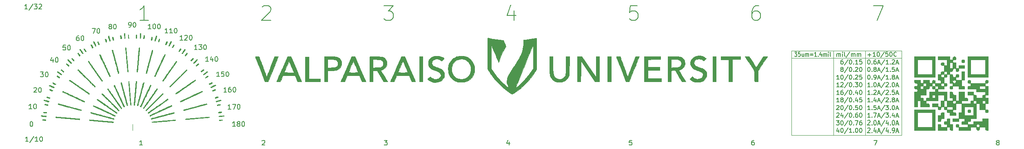
<source format=gbr>
G04 #@! TF.GenerationSoftware,KiCad,Pcbnew,5.1.5-52549c5~84~ubuntu18.04.1*
G04 #@! TF.CreationDate,2020-03-05T17:39:08-06:00*
G04 #@! TF.ProjectId,Valpo-PCB-Ruler,56616c70-6f2d-4504-9342-2d52756c6572,rev?*
G04 #@! TF.SameCoordinates,Original*
G04 #@! TF.FileFunction,Legend,Top*
G04 #@! TF.FilePolarity,Positive*
%FSLAX46Y46*%
G04 Gerber Fmt 4.6, Leading zero omitted, Abs format (unit mm)*
G04 Created by KiCad (PCBNEW 5.1.5-52549c5~84~ubuntu18.04.1) date 2020-03-05 17:39:08*
%MOMM*%
%LPD*%
G04 APERTURE LIST*
%ADD10C,0.150000*%
%ADD11C,0.076200*%
%ADD12C,0.120000*%
%ADD13C,0.010000*%
G04 APERTURE END LIST*
D10*
X227631666Y-99464880D02*
X228298333Y-99464880D01*
X227869761Y-100464880D01*
X100679285Y-99560119D02*
X100726904Y-99512500D01*
X100822142Y-99464880D01*
X101060238Y-99464880D01*
X101155476Y-99512500D01*
X101203095Y-99560119D01*
X101250714Y-99655357D01*
X101250714Y-99750595D01*
X101203095Y-99893452D01*
X100631666Y-100464880D01*
X101250714Y-100464880D01*
X203780571Y-71355857D02*
X203200000Y-71355857D01*
X202909714Y-71501000D01*
X202764571Y-71646142D01*
X202474285Y-72081571D01*
X202329142Y-72662142D01*
X202329142Y-73823285D01*
X202474285Y-74113571D01*
X202619428Y-74258714D01*
X202909714Y-74403857D01*
X203490285Y-74403857D01*
X203780571Y-74258714D01*
X203925714Y-74113571D01*
X204070857Y-73823285D01*
X204070857Y-73097571D01*
X203925714Y-72807285D01*
X203780571Y-72662142D01*
X203490285Y-72517000D01*
X202909714Y-72517000D01*
X202619428Y-72662142D01*
X202474285Y-72807285D01*
X202329142Y-73097571D01*
X95126833Y-96560380D02*
X94555404Y-96560380D01*
X94841119Y-96560380D02*
X94841119Y-95560380D01*
X94745880Y-95703238D01*
X94650642Y-95798476D01*
X94555404Y-95846095D01*
X95698261Y-95988952D02*
X95603023Y-95941333D01*
X95555404Y-95893714D01*
X95507785Y-95798476D01*
X95507785Y-95750857D01*
X95555404Y-95655619D01*
X95603023Y-95608000D01*
X95698261Y-95560380D01*
X95888738Y-95560380D01*
X95983976Y-95608000D01*
X96031595Y-95655619D01*
X96079214Y-95750857D01*
X96079214Y-95798476D01*
X96031595Y-95893714D01*
X95983976Y-95941333D01*
X95888738Y-95988952D01*
X95698261Y-95988952D01*
X95603023Y-96036571D01*
X95555404Y-96084190D01*
X95507785Y-96179428D01*
X95507785Y-96369904D01*
X95555404Y-96465142D01*
X95603023Y-96512761D01*
X95698261Y-96560380D01*
X95888738Y-96560380D01*
X95983976Y-96512761D01*
X96031595Y-96465142D01*
X96079214Y-96369904D01*
X96079214Y-96179428D01*
X96031595Y-96084190D01*
X95983976Y-96036571D01*
X95888738Y-95988952D01*
X96698261Y-95560380D02*
X96793500Y-95560380D01*
X96888738Y-95608000D01*
X96936357Y-95655619D01*
X96983976Y-95750857D01*
X97031595Y-95941333D01*
X97031595Y-96179428D01*
X96983976Y-96369904D01*
X96936357Y-96465142D01*
X96888738Y-96512761D01*
X96793500Y-96560380D01*
X96698261Y-96560380D01*
X96603023Y-96512761D01*
X96555404Y-96465142D01*
X96507785Y-96369904D01*
X96460166Y-96179428D01*
X96460166Y-95941333D01*
X96507785Y-95750857D01*
X96555404Y-95655619D01*
X96603023Y-95608000D01*
X96698261Y-95560380D01*
X94193333Y-92956880D02*
X93621904Y-92956880D01*
X93907619Y-92956880D02*
X93907619Y-91956880D01*
X93812380Y-92099738D01*
X93717142Y-92194976D01*
X93621904Y-92242595D01*
X94526666Y-91956880D02*
X95193333Y-91956880D01*
X94764761Y-92956880D01*
X95764761Y-91956880D02*
X95860000Y-91956880D01*
X95955238Y-92004500D01*
X96002857Y-92052119D01*
X96050476Y-92147357D01*
X96098095Y-92337833D01*
X96098095Y-92575928D01*
X96050476Y-92766404D01*
X96002857Y-92861642D01*
X95955238Y-92909261D01*
X95860000Y-92956880D01*
X95764761Y-92956880D01*
X95669523Y-92909261D01*
X95621904Y-92861642D01*
X95574285Y-92766404D01*
X95526666Y-92575928D01*
X95526666Y-92337833D01*
X95574285Y-92147357D01*
X95621904Y-92052119D01*
X95669523Y-92004500D01*
X95764761Y-91956880D01*
X93304333Y-89400880D02*
X92732904Y-89400880D01*
X93018619Y-89400880D02*
X93018619Y-88400880D01*
X92923380Y-88543738D01*
X92828142Y-88638976D01*
X92732904Y-88686595D01*
X94161476Y-88400880D02*
X93971000Y-88400880D01*
X93875761Y-88448500D01*
X93828142Y-88496119D01*
X93732904Y-88638976D01*
X93685285Y-88829452D01*
X93685285Y-89210404D01*
X93732904Y-89305642D01*
X93780523Y-89353261D01*
X93875761Y-89400880D01*
X94066238Y-89400880D01*
X94161476Y-89353261D01*
X94209095Y-89305642D01*
X94256714Y-89210404D01*
X94256714Y-88972309D01*
X94209095Y-88877071D01*
X94161476Y-88829452D01*
X94066238Y-88781833D01*
X93875761Y-88781833D01*
X93780523Y-88829452D01*
X93732904Y-88877071D01*
X93685285Y-88972309D01*
X94875761Y-88400880D02*
X94971000Y-88400880D01*
X95066238Y-88448500D01*
X95113857Y-88496119D01*
X95161476Y-88591357D01*
X95209095Y-88781833D01*
X95209095Y-89019928D01*
X95161476Y-89210404D01*
X95113857Y-89305642D01*
X95066238Y-89353261D01*
X94971000Y-89400880D01*
X94875761Y-89400880D01*
X94780523Y-89353261D01*
X94732904Y-89305642D01*
X94685285Y-89210404D01*
X94637666Y-89019928D01*
X94637666Y-88781833D01*
X94685285Y-88591357D01*
X94732904Y-88496119D01*
X94780523Y-88448500D01*
X94875761Y-88400880D01*
X91843833Y-86162380D02*
X91272404Y-86162380D01*
X91558119Y-86162380D02*
X91558119Y-85162380D01*
X91462880Y-85305238D01*
X91367642Y-85400476D01*
X91272404Y-85448095D01*
X92748595Y-85162380D02*
X92272404Y-85162380D01*
X92224785Y-85638571D01*
X92272404Y-85590952D01*
X92367642Y-85543333D01*
X92605738Y-85543333D01*
X92700976Y-85590952D01*
X92748595Y-85638571D01*
X92796214Y-85733809D01*
X92796214Y-85971904D01*
X92748595Y-86067142D01*
X92700976Y-86114761D01*
X92605738Y-86162380D01*
X92367642Y-86162380D01*
X92272404Y-86114761D01*
X92224785Y-86067142D01*
X93415261Y-85162380D02*
X93510500Y-85162380D01*
X93605738Y-85210000D01*
X93653357Y-85257619D01*
X93700976Y-85352857D01*
X93748595Y-85543333D01*
X93748595Y-85781428D01*
X93700976Y-85971904D01*
X93653357Y-86067142D01*
X93605738Y-86114761D01*
X93510500Y-86162380D01*
X93415261Y-86162380D01*
X93320023Y-86114761D01*
X93272404Y-86067142D01*
X93224785Y-85971904D01*
X93177166Y-85781428D01*
X93177166Y-85543333D01*
X93224785Y-85352857D01*
X93272404Y-85257619D01*
X93320023Y-85210000D01*
X93415261Y-85162380D01*
X89557833Y-83002380D02*
X88986404Y-83002380D01*
X89272119Y-83002380D02*
X89272119Y-82002380D01*
X89176880Y-82145238D01*
X89081642Y-82240476D01*
X88986404Y-82288095D01*
X90414976Y-82335714D02*
X90414976Y-83002380D01*
X90176880Y-81954761D02*
X89938785Y-82669047D01*
X90557833Y-82669047D01*
X91129261Y-82002380D02*
X91224500Y-82002380D01*
X91319738Y-82050000D01*
X91367357Y-82097619D01*
X91414976Y-82192857D01*
X91462595Y-82383333D01*
X91462595Y-82621428D01*
X91414976Y-82811904D01*
X91367357Y-82907142D01*
X91319738Y-82954761D01*
X91224500Y-83002380D01*
X91129261Y-83002380D01*
X91034023Y-82954761D01*
X90986404Y-82907142D01*
X90938785Y-82811904D01*
X90891166Y-82621428D01*
X90891166Y-82383333D01*
X90938785Y-82192857D01*
X90986404Y-82097619D01*
X91034023Y-82050000D01*
X91129261Y-82002380D01*
X87217333Y-80525880D02*
X86645904Y-80525880D01*
X86931619Y-80525880D02*
X86931619Y-79525880D01*
X86836380Y-79668738D01*
X86741142Y-79763976D01*
X86645904Y-79811595D01*
X87550666Y-79525880D02*
X88169714Y-79525880D01*
X87836380Y-79906833D01*
X87979238Y-79906833D01*
X88074476Y-79954452D01*
X88122095Y-80002071D01*
X88169714Y-80097309D01*
X88169714Y-80335404D01*
X88122095Y-80430642D01*
X88074476Y-80478261D01*
X87979238Y-80525880D01*
X87693523Y-80525880D01*
X87598285Y-80478261D01*
X87550666Y-80430642D01*
X88788761Y-79525880D02*
X88884000Y-79525880D01*
X88979238Y-79573500D01*
X89026857Y-79621119D01*
X89074476Y-79716357D01*
X89122095Y-79906833D01*
X89122095Y-80144928D01*
X89074476Y-80335404D01*
X89026857Y-80430642D01*
X88979238Y-80478261D01*
X88884000Y-80525880D01*
X88788761Y-80525880D01*
X88693523Y-80478261D01*
X88645904Y-80430642D01*
X88598285Y-80335404D01*
X88550666Y-80144928D01*
X88550666Y-79906833D01*
X88598285Y-79716357D01*
X88645904Y-79621119D01*
X88693523Y-79573500D01*
X88788761Y-79525880D01*
X84232833Y-78557380D02*
X83661404Y-78557380D01*
X83947119Y-78557380D02*
X83947119Y-77557380D01*
X83851880Y-77700238D01*
X83756642Y-77795476D01*
X83661404Y-77843095D01*
X84613785Y-77652619D02*
X84661404Y-77605000D01*
X84756642Y-77557380D01*
X84994738Y-77557380D01*
X85089976Y-77605000D01*
X85137595Y-77652619D01*
X85185214Y-77747857D01*
X85185214Y-77843095D01*
X85137595Y-77985952D01*
X84566166Y-78557380D01*
X85185214Y-78557380D01*
X85804261Y-77557380D02*
X85899500Y-77557380D01*
X85994738Y-77605000D01*
X86042357Y-77652619D01*
X86089976Y-77747857D01*
X86137595Y-77938333D01*
X86137595Y-78176428D01*
X86089976Y-78366904D01*
X86042357Y-78462142D01*
X85994738Y-78509761D01*
X85899500Y-78557380D01*
X85804261Y-78557380D01*
X85709023Y-78509761D01*
X85661404Y-78462142D01*
X85613785Y-78366904D01*
X85566166Y-78176428D01*
X85566166Y-77938333D01*
X85613785Y-77747857D01*
X85661404Y-77652619D01*
X85709023Y-77605000D01*
X85804261Y-77557380D01*
X81121333Y-77096880D02*
X80549904Y-77096880D01*
X80835619Y-77096880D02*
X80835619Y-76096880D01*
X80740380Y-76239738D01*
X80645142Y-76334976D01*
X80549904Y-76382595D01*
X82073714Y-77096880D02*
X81502285Y-77096880D01*
X81788000Y-77096880D02*
X81788000Y-76096880D01*
X81692761Y-76239738D01*
X81597523Y-76334976D01*
X81502285Y-76382595D01*
X82692761Y-76096880D02*
X82788000Y-76096880D01*
X82883238Y-76144500D01*
X82930857Y-76192119D01*
X82978476Y-76287357D01*
X83026095Y-76477833D01*
X83026095Y-76715928D01*
X82978476Y-76906404D01*
X82930857Y-77001642D01*
X82883238Y-77049261D01*
X82788000Y-77096880D01*
X82692761Y-77096880D01*
X82597523Y-77049261D01*
X82549904Y-77001642D01*
X82502285Y-76906404D01*
X82454666Y-76715928D01*
X82454666Y-76477833D01*
X82502285Y-76287357D01*
X82549904Y-76192119D01*
X82597523Y-76144500D01*
X82692761Y-76096880D01*
X77628833Y-76207880D02*
X77057404Y-76207880D01*
X77343119Y-76207880D02*
X77343119Y-75207880D01*
X77247880Y-75350738D01*
X77152642Y-75445976D01*
X77057404Y-75493595D01*
X78247880Y-75207880D02*
X78343119Y-75207880D01*
X78438357Y-75255500D01*
X78485976Y-75303119D01*
X78533595Y-75398357D01*
X78581214Y-75588833D01*
X78581214Y-75826928D01*
X78533595Y-76017404D01*
X78485976Y-76112642D01*
X78438357Y-76160261D01*
X78343119Y-76207880D01*
X78247880Y-76207880D01*
X78152642Y-76160261D01*
X78105023Y-76112642D01*
X78057404Y-76017404D01*
X78009785Y-75826928D01*
X78009785Y-75588833D01*
X78057404Y-75398357D01*
X78105023Y-75303119D01*
X78152642Y-75255500D01*
X78247880Y-75207880D01*
X79200261Y-75207880D02*
X79295500Y-75207880D01*
X79390738Y-75255500D01*
X79438357Y-75303119D01*
X79485976Y-75398357D01*
X79533595Y-75588833D01*
X79533595Y-75826928D01*
X79485976Y-76017404D01*
X79438357Y-76112642D01*
X79390738Y-76160261D01*
X79295500Y-76207880D01*
X79200261Y-76207880D01*
X79105023Y-76160261D01*
X79057404Y-76112642D01*
X79009785Y-76017404D01*
X78962166Y-75826928D01*
X78962166Y-75588833D01*
X79009785Y-75398357D01*
X79057404Y-75303119D01*
X79105023Y-75255500D01*
X79200261Y-75207880D01*
X73047833Y-75875380D02*
X73238309Y-75875380D01*
X73333547Y-75827761D01*
X73381166Y-75780142D01*
X73476404Y-75637285D01*
X73524023Y-75446809D01*
X73524023Y-75065857D01*
X73476404Y-74970619D01*
X73428785Y-74923000D01*
X73333547Y-74875380D01*
X73143071Y-74875380D01*
X73047833Y-74923000D01*
X73000214Y-74970619D01*
X72952595Y-75065857D01*
X72952595Y-75303952D01*
X73000214Y-75399190D01*
X73047833Y-75446809D01*
X73143071Y-75494428D01*
X73333547Y-75494428D01*
X73428785Y-75446809D01*
X73476404Y-75399190D01*
X73524023Y-75303952D01*
X74143071Y-74875380D02*
X74238309Y-74875380D01*
X74333547Y-74923000D01*
X74381166Y-74970619D01*
X74428785Y-75065857D01*
X74476404Y-75256333D01*
X74476404Y-75494428D01*
X74428785Y-75684904D01*
X74381166Y-75780142D01*
X74333547Y-75827761D01*
X74238309Y-75875380D01*
X74143071Y-75875380D01*
X74047833Y-75827761D01*
X74000214Y-75780142D01*
X73952595Y-75684904D01*
X73904976Y-75494428D01*
X73904976Y-75256333D01*
X73952595Y-75065857D01*
X74000214Y-74970619D01*
X74047833Y-74923000D01*
X74143071Y-74875380D01*
X69079071Y-75684952D02*
X68983833Y-75637333D01*
X68936214Y-75589714D01*
X68888595Y-75494476D01*
X68888595Y-75446857D01*
X68936214Y-75351619D01*
X68983833Y-75304000D01*
X69079071Y-75256380D01*
X69269547Y-75256380D01*
X69364785Y-75304000D01*
X69412404Y-75351619D01*
X69460023Y-75446857D01*
X69460023Y-75494476D01*
X69412404Y-75589714D01*
X69364785Y-75637333D01*
X69269547Y-75684952D01*
X69079071Y-75684952D01*
X68983833Y-75732571D01*
X68936214Y-75780190D01*
X68888595Y-75875428D01*
X68888595Y-76065904D01*
X68936214Y-76161142D01*
X68983833Y-76208761D01*
X69079071Y-76256380D01*
X69269547Y-76256380D01*
X69364785Y-76208761D01*
X69412404Y-76161142D01*
X69460023Y-76065904D01*
X69460023Y-75875428D01*
X69412404Y-75780190D01*
X69364785Y-75732571D01*
X69269547Y-75684952D01*
X70079071Y-75256380D02*
X70174309Y-75256380D01*
X70269547Y-75304000D01*
X70317166Y-75351619D01*
X70364785Y-75446857D01*
X70412404Y-75637333D01*
X70412404Y-75875428D01*
X70364785Y-76065904D01*
X70317166Y-76161142D01*
X70269547Y-76208761D01*
X70174309Y-76256380D01*
X70079071Y-76256380D01*
X69983833Y-76208761D01*
X69936214Y-76161142D01*
X69888595Y-76065904D01*
X69840976Y-75875428D01*
X69840976Y-75637333D01*
X69888595Y-75446857D01*
X69936214Y-75351619D01*
X69983833Y-75304000D01*
X70079071Y-75256380D01*
X65411976Y-76145380D02*
X66078642Y-76145380D01*
X65650071Y-77145380D01*
X66650071Y-76145380D02*
X66745309Y-76145380D01*
X66840547Y-76193000D01*
X66888166Y-76240619D01*
X66935785Y-76335857D01*
X66983404Y-76526333D01*
X66983404Y-76764428D01*
X66935785Y-76954904D01*
X66888166Y-77050142D01*
X66840547Y-77097761D01*
X66745309Y-77145380D01*
X66650071Y-77145380D01*
X66554833Y-77097761D01*
X66507214Y-77050142D01*
X66459595Y-76954904D01*
X66411976Y-76764428D01*
X66411976Y-76526333D01*
X66459595Y-76335857D01*
X66507214Y-76240619D01*
X66554833Y-76193000D01*
X66650071Y-76145380D01*
X62633785Y-77669380D02*
X62443309Y-77669380D01*
X62348071Y-77717000D01*
X62300452Y-77764619D01*
X62205214Y-77907476D01*
X62157595Y-78097952D01*
X62157595Y-78478904D01*
X62205214Y-78574142D01*
X62252833Y-78621761D01*
X62348071Y-78669380D01*
X62538547Y-78669380D01*
X62633785Y-78621761D01*
X62681404Y-78574142D01*
X62729023Y-78478904D01*
X62729023Y-78240809D01*
X62681404Y-78145571D01*
X62633785Y-78097952D01*
X62538547Y-78050333D01*
X62348071Y-78050333D01*
X62252833Y-78097952D01*
X62205214Y-78145571D01*
X62157595Y-78240809D01*
X63348071Y-77669380D02*
X63443309Y-77669380D01*
X63538547Y-77717000D01*
X63586166Y-77764619D01*
X63633785Y-77859857D01*
X63681404Y-78050333D01*
X63681404Y-78288428D01*
X63633785Y-78478904D01*
X63586166Y-78574142D01*
X63538547Y-78621761D01*
X63443309Y-78669380D01*
X63348071Y-78669380D01*
X63252833Y-78621761D01*
X63205214Y-78574142D01*
X63157595Y-78478904D01*
X63109976Y-78288428D01*
X63109976Y-78050333D01*
X63157595Y-77859857D01*
X63205214Y-77764619D01*
X63252833Y-77717000D01*
X63348071Y-77669380D01*
X59887404Y-79637880D02*
X59411214Y-79637880D01*
X59363595Y-80114071D01*
X59411214Y-80066452D01*
X59506452Y-80018833D01*
X59744547Y-80018833D01*
X59839785Y-80066452D01*
X59887404Y-80114071D01*
X59935023Y-80209309D01*
X59935023Y-80447404D01*
X59887404Y-80542642D01*
X59839785Y-80590261D01*
X59744547Y-80637880D01*
X59506452Y-80637880D01*
X59411214Y-80590261D01*
X59363595Y-80542642D01*
X60554071Y-79637880D02*
X60649309Y-79637880D01*
X60744547Y-79685500D01*
X60792166Y-79733119D01*
X60839785Y-79828357D01*
X60887404Y-80018833D01*
X60887404Y-80256928D01*
X60839785Y-80447404D01*
X60792166Y-80542642D01*
X60744547Y-80590261D01*
X60649309Y-80637880D01*
X60554071Y-80637880D01*
X60458833Y-80590261D01*
X60411214Y-80542642D01*
X60363595Y-80447404D01*
X60315976Y-80256928D01*
X60315976Y-80018833D01*
X60363595Y-79828357D01*
X60411214Y-79733119D01*
X60458833Y-79685500D01*
X60554071Y-79637880D01*
X57299785Y-82511214D02*
X57299785Y-83177880D01*
X57061690Y-82130261D02*
X56823595Y-82844547D01*
X57442642Y-82844547D01*
X58014071Y-82177880D02*
X58109309Y-82177880D01*
X58204547Y-82225500D01*
X58252166Y-82273119D01*
X58299785Y-82368357D01*
X58347404Y-82558833D01*
X58347404Y-82796928D01*
X58299785Y-82987404D01*
X58252166Y-83082642D01*
X58204547Y-83130261D01*
X58109309Y-83177880D01*
X58014071Y-83177880D01*
X57918833Y-83130261D01*
X57871214Y-83082642D01*
X57823595Y-82987404D01*
X57775976Y-82796928D01*
X57775976Y-82558833D01*
X57823595Y-82368357D01*
X57871214Y-82273119D01*
X57918833Y-82225500D01*
X58014071Y-82177880D01*
X54680476Y-85225880D02*
X55299523Y-85225880D01*
X54966190Y-85606833D01*
X55109047Y-85606833D01*
X55204285Y-85654452D01*
X55251904Y-85702071D01*
X55299523Y-85797309D01*
X55299523Y-86035404D01*
X55251904Y-86130642D01*
X55204285Y-86178261D01*
X55109047Y-86225880D01*
X54823333Y-86225880D01*
X54728095Y-86178261D01*
X54680476Y-86130642D01*
X55918571Y-85225880D02*
X56013809Y-85225880D01*
X56109047Y-85273500D01*
X56156666Y-85321119D01*
X56204285Y-85416357D01*
X56251904Y-85606833D01*
X56251904Y-85844928D01*
X56204285Y-86035404D01*
X56156666Y-86130642D01*
X56109047Y-86178261D01*
X56013809Y-86225880D01*
X55918571Y-86225880D01*
X55823333Y-86178261D01*
X55775714Y-86130642D01*
X55728095Y-86035404D01*
X55680476Y-85844928D01*
X55680476Y-85606833D01*
X55728095Y-85416357D01*
X55775714Y-85321119D01*
X55823333Y-85273500D01*
X55918571Y-85225880D01*
X53331095Y-88559619D02*
X53378714Y-88512000D01*
X53473952Y-88464380D01*
X53712047Y-88464380D01*
X53807285Y-88512000D01*
X53854904Y-88559619D01*
X53902523Y-88654857D01*
X53902523Y-88750095D01*
X53854904Y-88892952D01*
X53283476Y-89464380D01*
X53902523Y-89464380D01*
X54521571Y-88464380D02*
X54616809Y-88464380D01*
X54712047Y-88512000D01*
X54759666Y-88559619D01*
X54807285Y-88654857D01*
X54854904Y-88845333D01*
X54854904Y-89083428D01*
X54807285Y-89273904D01*
X54759666Y-89369142D01*
X54712047Y-89416761D01*
X54616809Y-89464380D01*
X54521571Y-89464380D01*
X54426333Y-89416761D01*
X54378714Y-89369142D01*
X54331095Y-89273904D01*
X54283476Y-89083428D01*
X54283476Y-88845333D01*
X54331095Y-88654857D01*
X54378714Y-88559619D01*
X54426333Y-88512000D01*
X54521571Y-88464380D01*
X52886523Y-92893380D02*
X52315095Y-92893380D01*
X52600809Y-92893380D02*
X52600809Y-91893380D01*
X52505571Y-92036238D01*
X52410333Y-92131476D01*
X52315095Y-92179095D01*
X53505571Y-91893380D02*
X53600809Y-91893380D01*
X53696047Y-91941000D01*
X53743666Y-91988619D01*
X53791285Y-92083857D01*
X53838904Y-92274333D01*
X53838904Y-92512428D01*
X53791285Y-92702904D01*
X53743666Y-92798142D01*
X53696047Y-92845761D01*
X53600809Y-92893380D01*
X53505571Y-92893380D01*
X53410333Y-92845761D01*
X53362714Y-92798142D01*
X53315095Y-92702904D01*
X53267476Y-92512428D01*
X53267476Y-92274333D01*
X53315095Y-92083857D01*
X53362714Y-91988619D01*
X53410333Y-91941000D01*
X53505571Y-91893380D01*
X52745880Y-95560380D02*
X52841119Y-95560380D01*
X52936357Y-95608000D01*
X52983976Y-95655619D01*
X53031595Y-95750857D01*
X53079214Y-95941333D01*
X53079214Y-96179428D01*
X53031595Y-96369904D01*
X52983976Y-96465142D01*
X52936357Y-96512761D01*
X52841119Y-96560380D01*
X52745880Y-96560380D01*
X52650642Y-96512761D01*
X52603023Y-96465142D01*
X52555404Y-96369904D01*
X52507785Y-96179428D01*
X52507785Y-95941333D01*
X52555404Y-95750857D01*
X52603023Y-95655619D01*
X52650642Y-95608000D01*
X52745880Y-95560380D01*
X227584000Y-71355857D02*
X229616000Y-71355857D01*
X228309714Y-74403857D01*
X51990773Y-72080380D02*
X51419345Y-72080380D01*
X51705059Y-72080380D02*
X51705059Y-71080380D01*
X51609821Y-71223238D01*
X51514583Y-71318476D01*
X51419345Y-71366095D01*
X53133630Y-71032761D02*
X52276488Y-72318476D01*
X53371726Y-71080380D02*
X53990773Y-71080380D01*
X53657440Y-71461333D01*
X53800297Y-71461333D01*
X53895535Y-71508952D01*
X53943154Y-71556571D01*
X53990773Y-71651809D01*
X53990773Y-71889904D01*
X53943154Y-71985142D01*
X53895535Y-72032761D01*
X53800297Y-72080380D01*
X53514583Y-72080380D01*
X53419345Y-72032761D01*
X53371726Y-71985142D01*
X54371726Y-71175619D02*
X54419345Y-71128000D01*
X54514583Y-71080380D01*
X54752678Y-71080380D01*
X54847916Y-71128000D01*
X54895535Y-71175619D01*
X54943154Y-71270857D01*
X54943154Y-71366095D01*
X54895535Y-71508952D01*
X54324107Y-72080380D01*
X54943154Y-72080380D01*
X52149523Y-99703380D02*
X51578095Y-99703380D01*
X51863809Y-99703380D02*
X51863809Y-98703380D01*
X51768571Y-98846238D01*
X51673333Y-98941476D01*
X51578095Y-98989095D01*
X53292380Y-98655761D02*
X52435238Y-99941476D01*
X54149523Y-99703380D02*
X53578095Y-99703380D01*
X53863809Y-99703380D02*
X53863809Y-98703380D01*
X53768571Y-98846238D01*
X53673333Y-98941476D01*
X53578095Y-98989095D01*
X54768571Y-98703380D02*
X54863809Y-98703380D01*
X54959047Y-98751000D01*
X55006666Y-98798619D01*
X55054285Y-98893857D01*
X55101904Y-99084333D01*
X55101904Y-99322428D01*
X55054285Y-99512904D01*
X55006666Y-99608142D01*
X54959047Y-99655761D01*
X54863809Y-99703380D01*
X54768571Y-99703380D01*
X54673333Y-99655761D01*
X54625714Y-99608142D01*
X54578095Y-99512904D01*
X54530476Y-99322428D01*
X54530476Y-99084333D01*
X54578095Y-98893857D01*
X54625714Y-98798619D01*
X54673333Y-98751000D01*
X54768571Y-98703380D01*
D11*
X225822308Y-80760938D02*
X225822308Y-98421866D01*
X219273434Y-80760938D02*
X219273434Y-98421866D01*
X210542184Y-82348438D02*
X210542184Y-98421866D01*
X233362952Y-82348438D02*
X233363350Y-98421866D01*
X210542582Y-98421866D02*
X233363350Y-98421866D01*
X233362952Y-80760938D02*
X233362952Y-82348438D01*
X210542184Y-80760938D02*
X233362952Y-80760938D01*
X210542184Y-82348438D02*
X210542184Y-80760938D01*
X233362952Y-82348438D02*
X210542184Y-82348438D01*
D10*
X211195344Y-81067854D02*
X211667059Y-81067854D01*
X211413059Y-81406521D01*
X211521916Y-81406521D01*
X211594487Y-81448854D01*
X211630773Y-81491188D01*
X211667059Y-81575854D01*
X211667059Y-81787521D01*
X211630773Y-81872188D01*
X211594487Y-81914521D01*
X211521916Y-81956854D01*
X211304201Y-81956854D01*
X211231630Y-81914521D01*
X211195344Y-81872188D01*
X212356487Y-81067854D02*
X211993630Y-81067854D01*
X211957344Y-81491188D01*
X211993630Y-81448854D01*
X212066201Y-81406521D01*
X212247630Y-81406521D01*
X212320201Y-81448854D01*
X212356487Y-81491188D01*
X212392773Y-81575854D01*
X212392773Y-81787521D01*
X212356487Y-81872188D01*
X212320201Y-81914521D01*
X212247630Y-81956854D01*
X212066201Y-81956854D01*
X211993630Y-81914521D01*
X211957344Y-81872188D01*
X213045916Y-81364188D02*
X213045916Y-81956854D01*
X212719344Y-81364188D02*
X212719344Y-81829854D01*
X212755630Y-81914521D01*
X212828201Y-81956854D01*
X212937059Y-81956854D01*
X213009630Y-81914521D01*
X213045916Y-81872188D01*
X213408773Y-81956854D02*
X213408773Y-81364188D01*
X213408773Y-81448854D02*
X213445059Y-81406521D01*
X213517630Y-81364188D01*
X213626487Y-81364188D01*
X213699059Y-81406521D01*
X213735344Y-81491188D01*
X213735344Y-81956854D01*
X213735344Y-81491188D02*
X213771630Y-81406521D01*
X213844201Y-81364188D01*
X213953059Y-81364188D01*
X214025630Y-81406521D01*
X214061916Y-81491188D01*
X214061916Y-81956854D01*
X214424773Y-81491188D02*
X215005344Y-81491188D01*
X215005344Y-81745188D02*
X214424773Y-81745188D01*
X215767344Y-81956854D02*
X215331916Y-81956854D01*
X215549630Y-81956854D02*
X215549630Y-81067854D01*
X215477059Y-81194854D01*
X215404487Y-81279521D01*
X215331916Y-81321854D01*
X216093916Y-81872188D02*
X216130201Y-81914521D01*
X216093916Y-81956854D01*
X216057630Y-81914521D01*
X216093916Y-81872188D01*
X216093916Y-81956854D01*
X216783344Y-81364188D02*
X216783344Y-81956854D01*
X216601916Y-81025521D02*
X216420487Y-81660521D01*
X216892201Y-81660521D01*
X217182487Y-81956854D02*
X217182487Y-81364188D01*
X217182487Y-81448854D02*
X217218773Y-81406521D01*
X217291344Y-81364188D01*
X217400201Y-81364188D01*
X217472773Y-81406521D01*
X217509059Y-81491188D01*
X217509059Y-81956854D01*
X217509059Y-81491188D02*
X217545344Y-81406521D01*
X217617916Y-81364188D01*
X217726773Y-81364188D01*
X217799344Y-81406521D01*
X217835630Y-81491188D01*
X217835630Y-81956854D01*
X218198487Y-81956854D02*
X218198487Y-81364188D01*
X218198487Y-81067854D02*
X218162201Y-81110188D01*
X218198487Y-81152521D01*
X218234773Y-81110188D01*
X218198487Y-81067854D01*
X218198487Y-81152521D01*
X218670201Y-81956854D02*
X218597630Y-81914521D01*
X218561344Y-81829854D01*
X218561344Y-81067854D01*
X226375700Y-81618188D02*
X227053033Y-81618188D01*
X226714366Y-81956854D02*
X226714366Y-81279521D01*
X227942033Y-81956854D02*
X227434033Y-81956854D01*
X227688033Y-81956854D02*
X227688033Y-81067854D01*
X227603366Y-81194854D01*
X227518700Y-81279521D01*
X227434033Y-81321854D01*
X228492366Y-81067854D02*
X228577033Y-81067854D01*
X228661700Y-81110188D01*
X228704033Y-81152521D01*
X228746366Y-81237188D01*
X228788700Y-81406521D01*
X228788700Y-81618188D01*
X228746366Y-81787521D01*
X228704033Y-81872188D01*
X228661700Y-81914521D01*
X228577033Y-81956854D01*
X228492366Y-81956854D01*
X228407700Y-81914521D01*
X228365366Y-81872188D01*
X228323033Y-81787521D01*
X228280700Y-81618188D01*
X228280700Y-81406521D01*
X228323033Y-81237188D01*
X228365366Y-81152521D01*
X228407700Y-81110188D01*
X228492366Y-81067854D01*
X229804700Y-81025521D02*
X229042700Y-82168521D01*
X230524366Y-81067854D02*
X230101033Y-81067854D01*
X230058700Y-81491188D01*
X230101033Y-81448854D01*
X230185700Y-81406521D01*
X230397366Y-81406521D01*
X230482033Y-81448854D01*
X230524366Y-81491188D01*
X230566700Y-81575854D01*
X230566700Y-81787521D01*
X230524366Y-81872188D01*
X230482033Y-81914521D01*
X230397366Y-81956854D01*
X230185700Y-81956854D01*
X230101033Y-81914521D01*
X230058700Y-81872188D01*
X231117033Y-81067854D02*
X231201700Y-81067854D01*
X231286366Y-81110188D01*
X231328700Y-81152521D01*
X231371033Y-81237188D01*
X231413366Y-81406521D01*
X231413366Y-81618188D01*
X231371033Y-81787521D01*
X231328700Y-81872188D01*
X231286366Y-81914521D01*
X231201700Y-81956854D01*
X231117033Y-81956854D01*
X231032366Y-81914521D01*
X230990033Y-81872188D01*
X230947700Y-81787521D01*
X230905366Y-81618188D01*
X230905366Y-81406521D01*
X230947700Y-81237188D01*
X230990033Y-81152521D01*
X231032366Y-81110188D01*
X231117033Y-81067854D01*
X232302366Y-81872188D02*
X232260033Y-81914521D01*
X232133033Y-81956854D01*
X232048366Y-81956854D01*
X231921366Y-81914521D01*
X231836700Y-81829854D01*
X231794366Y-81745188D01*
X231752033Y-81575854D01*
X231752033Y-81448854D01*
X231794366Y-81279521D01*
X231836700Y-81194854D01*
X231921366Y-81110188D01*
X232048366Y-81067854D01*
X232133033Y-81067854D01*
X232260033Y-81110188D01*
X232302366Y-81152521D01*
X219964827Y-81956854D02*
X219964827Y-81364188D01*
X219964827Y-81448854D02*
X220007160Y-81406521D01*
X220091827Y-81364188D01*
X220218827Y-81364188D01*
X220303494Y-81406521D01*
X220345827Y-81491188D01*
X220345827Y-81956854D01*
X220345827Y-81491188D02*
X220388160Y-81406521D01*
X220472827Y-81364188D01*
X220599827Y-81364188D01*
X220684494Y-81406521D01*
X220726827Y-81491188D01*
X220726827Y-81956854D01*
X221150160Y-81956854D02*
X221150160Y-81364188D01*
X221150160Y-81067854D02*
X221107827Y-81110188D01*
X221150160Y-81152521D01*
X221192494Y-81110188D01*
X221150160Y-81067854D01*
X221150160Y-81152521D01*
X221700494Y-81956854D02*
X221615827Y-81914521D01*
X221573494Y-81829854D01*
X221573494Y-81067854D01*
X222674160Y-81025521D02*
X221912160Y-82168521D01*
X222970494Y-81956854D02*
X222970494Y-81364188D01*
X222970494Y-81448854D02*
X223012827Y-81406521D01*
X223097494Y-81364188D01*
X223224494Y-81364188D01*
X223309160Y-81406521D01*
X223351494Y-81491188D01*
X223351494Y-81956854D01*
X223351494Y-81491188D02*
X223393827Y-81406521D01*
X223478494Y-81364188D01*
X223605494Y-81364188D01*
X223690160Y-81406521D01*
X223732494Y-81491188D01*
X223732494Y-81956854D01*
X224155827Y-81956854D02*
X224155827Y-81364188D01*
X224155827Y-81448854D02*
X224198160Y-81406521D01*
X224282827Y-81364188D01*
X224409827Y-81364188D01*
X224494494Y-81406521D01*
X224536827Y-81491188D01*
X224536827Y-81956854D01*
X224536827Y-81491188D02*
X224579160Y-81406521D01*
X224663827Y-81364188D01*
X224790827Y-81364188D01*
X224875494Y-81406521D01*
X224917827Y-81491188D01*
X224917827Y-81956854D01*
X226348791Y-95389807D02*
X226391125Y-95342188D01*
X226475791Y-95294568D01*
X226687458Y-95294568D01*
X226772125Y-95342188D01*
X226814458Y-95389807D01*
X226856791Y-95485045D01*
X226856791Y-95580283D01*
X226814458Y-95723140D01*
X226306458Y-96294568D01*
X226856791Y-96294568D01*
X227237791Y-96199330D02*
X227280125Y-96246949D01*
X227237791Y-96294568D01*
X227195458Y-96246949D01*
X227237791Y-96199330D01*
X227237791Y-96294568D01*
X227830458Y-95294568D02*
X227915125Y-95294568D01*
X227999791Y-95342188D01*
X228042125Y-95389807D01*
X228084458Y-95485045D01*
X228126791Y-95675521D01*
X228126791Y-95913616D01*
X228084458Y-96104092D01*
X228042125Y-96199330D01*
X227999791Y-96246949D01*
X227915125Y-96294568D01*
X227830458Y-96294568D01*
X227745791Y-96246949D01*
X227703458Y-96199330D01*
X227661125Y-96104092D01*
X227618791Y-95913616D01*
X227618791Y-95675521D01*
X227661125Y-95485045D01*
X227703458Y-95389807D01*
X227745791Y-95342188D01*
X227830458Y-95294568D01*
X228465458Y-96008854D02*
X228888791Y-96008854D01*
X228380791Y-96294568D02*
X228677125Y-95294568D01*
X228973458Y-96294568D01*
X229904791Y-95246949D02*
X229142791Y-96532664D01*
X230582125Y-95627902D02*
X230582125Y-96294568D01*
X230370458Y-95246949D02*
X230158791Y-95961235D01*
X230709125Y-95961235D01*
X231047791Y-96199330D02*
X231090125Y-96246949D01*
X231047791Y-96294568D01*
X231005458Y-96246949D01*
X231047791Y-96199330D01*
X231047791Y-96294568D01*
X231640458Y-95294568D02*
X231725125Y-95294568D01*
X231809791Y-95342188D01*
X231852125Y-95389807D01*
X231894458Y-95485045D01*
X231936791Y-95675521D01*
X231936791Y-95913616D01*
X231894458Y-96104092D01*
X231852125Y-96199330D01*
X231809791Y-96246949D01*
X231725125Y-96294568D01*
X231640458Y-96294568D01*
X231555791Y-96246949D01*
X231513458Y-96199330D01*
X231471125Y-96104092D01*
X231428791Y-95913616D01*
X231428791Y-95675521D01*
X231471125Y-95485045D01*
X231513458Y-95389807D01*
X231555791Y-95342188D01*
X231640458Y-95294568D01*
X232275458Y-96008854D02*
X232698791Y-96008854D01*
X232190791Y-96294568D02*
X232487125Y-95294568D01*
X232783458Y-96294568D01*
X226856791Y-93069354D02*
X226348791Y-93069354D01*
X226602791Y-93069354D02*
X226602791Y-92180354D01*
X226518125Y-92307354D01*
X226433458Y-92392021D01*
X226348791Y-92434354D01*
X227237791Y-92984688D02*
X227280125Y-93027021D01*
X227237791Y-93069354D01*
X227195458Y-93027021D01*
X227237791Y-92984688D01*
X227237791Y-93069354D01*
X228084458Y-92180354D02*
X227661125Y-92180354D01*
X227618791Y-92603688D01*
X227661125Y-92561354D01*
X227745791Y-92519021D01*
X227957458Y-92519021D01*
X228042125Y-92561354D01*
X228084458Y-92603688D01*
X228126791Y-92688354D01*
X228126791Y-92900021D01*
X228084458Y-92984688D01*
X228042125Y-93027021D01*
X227957458Y-93069354D01*
X227745791Y-93069354D01*
X227661125Y-93027021D01*
X227618791Y-92984688D01*
X228465458Y-92815354D02*
X228888791Y-92815354D01*
X228380791Y-93069354D02*
X228677125Y-92180354D01*
X228973458Y-93069354D01*
X229904791Y-92138021D02*
X229142791Y-93281021D01*
X230116458Y-92180354D02*
X230666791Y-92180354D01*
X230370458Y-92519021D01*
X230497458Y-92519021D01*
X230582125Y-92561354D01*
X230624458Y-92603688D01*
X230666791Y-92688354D01*
X230666791Y-92900021D01*
X230624458Y-92984688D01*
X230582125Y-93027021D01*
X230497458Y-93069354D01*
X230243458Y-93069354D01*
X230158791Y-93027021D01*
X230116458Y-92984688D01*
X231047791Y-92984688D02*
X231090125Y-93027021D01*
X231047791Y-93069354D01*
X231005458Y-93027021D01*
X231047791Y-92984688D01*
X231047791Y-93069354D01*
X231640458Y-92180354D02*
X231725125Y-92180354D01*
X231809791Y-92222688D01*
X231852125Y-92265021D01*
X231894458Y-92349688D01*
X231936791Y-92519021D01*
X231936791Y-92730688D01*
X231894458Y-92900021D01*
X231852125Y-92984688D01*
X231809791Y-93027021D01*
X231725125Y-93069354D01*
X231640458Y-93069354D01*
X231555791Y-93027021D01*
X231513458Y-92984688D01*
X231471125Y-92900021D01*
X231428791Y-92730688D01*
X231428791Y-92519021D01*
X231471125Y-92349688D01*
X231513458Y-92265021D01*
X231555791Y-92222688D01*
X231640458Y-92180354D01*
X232275458Y-92815354D02*
X232698791Y-92815354D01*
X232190791Y-93069354D02*
X232487125Y-92180354D01*
X232783458Y-93069354D01*
X226348791Y-96977307D02*
X226391125Y-96929688D01*
X226475791Y-96882068D01*
X226687458Y-96882068D01*
X226772125Y-96929688D01*
X226814458Y-96977307D01*
X226856791Y-97072545D01*
X226856791Y-97167783D01*
X226814458Y-97310640D01*
X226306458Y-97882068D01*
X226856791Y-97882068D01*
X227237791Y-97786830D02*
X227280125Y-97834449D01*
X227237791Y-97882068D01*
X227195458Y-97834449D01*
X227237791Y-97786830D01*
X227237791Y-97882068D01*
X228042125Y-97215402D02*
X228042125Y-97882068D01*
X227830458Y-96834449D02*
X227618791Y-97548735D01*
X228169125Y-97548735D01*
X228465458Y-97596354D02*
X228888791Y-97596354D01*
X228380791Y-97882068D02*
X228677125Y-96882068D01*
X228973458Y-97882068D01*
X229904791Y-96834449D02*
X229142791Y-98120164D01*
X230582125Y-97215402D02*
X230582125Y-97882068D01*
X230370458Y-96834449D02*
X230158791Y-97548735D01*
X230709125Y-97548735D01*
X231047791Y-97786830D02*
X231090125Y-97834449D01*
X231047791Y-97882068D01*
X231005458Y-97834449D01*
X231047791Y-97786830D01*
X231047791Y-97882068D01*
X231513458Y-97882068D02*
X231682791Y-97882068D01*
X231767458Y-97834449D01*
X231809791Y-97786830D01*
X231894458Y-97643973D01*
X231936791Y-97453497D01*
X231936791Y-97072545D01*
X231894458Y-96977307D01*
X231852125Y-96929688D01*
X231767458Y-96882068D01*
X231598125Y-96882068D01*
X231513458Y-96929688D01*
X231471125Y-96977307D01*
X231428791Y-97072545D01*
X231428791Y-97310640D01*
X231471125Y-97405878D01*
X231513458Y-97453497D01*
X231598125Y-97501116D01*
X231767458Y-97501116D01*
X231852125Y-97453497D01*
X231894458Y-97405878D01*
X231936791Y-97310640D01*
X232275458Y-97596354D02*
X232698791Y-97596354D01*
X232190791Y-97882068D02*
X232487125Y-96882068D01*
X232783458Y-97882068D01*
X226856791Y-94656854D02*
X226348791Y-94656854D01*
X226602791Y-94656854D02*
X226602791Y-93767854D01*
X226518125Y-93894854D01*
X226433458Y-93979521D01*
X226348791Y-94021854D01*
X227237791Y-94572188D02*
X227280125Y-94614521D01*
X227237791Y-94656854D01*
X227195458Y-94614521D01*
X227237791Y-94572188D01*
X227237791Y-94656854D01*
X227576458Y-93767854D02*
X228169125Y-93767854D01*
X227788125Y-94656854D01*
X228465458Y-94402854D02*
X228888791Y-94402854D01*
X228380791Y-94656854D02*
X228677125Y-93767854D01*
X228973458Y-94656854D01*
X229904791Y-93725521D02*
X229142791Y-94868521D01*
X230116458Y-93767854D02*
X230666791Y-93767854D01*
X230370458Y-94106521D01*
X230497458Y-94106521D01*
X230582125Y-94148854D01*
X230624458Y-94191188D01*
X230666791Y-94275854D01*
X230666791Y-94487521D01*
X230624458Y-94572188D01*
X230582125Y-94614521D01*
X230497458Y-94656854D01*
X230243458Y-94656854D01*
X230158791Y-94614521D01*
X230116458Y-94572188D01*
X231047791Y-94572188D02*
X231090125Y-94614521D01*
X231047791Y-94656854D01*
X231005458Y-94614521D01*
X231047791Y-94572188D01*
X231047791Y-94656854D01*
X231852125Y-94064188D02*
X231852125Y-94656854D01*
X231640458Y-93725521D02*
X231428791Y-94360521D01*
X231979125Y-94360521D01*
X232275458Y-94402854D02*
X232698791Y-94402854D01*
X232190791Y-94656854D02*
X232487125Y-93767854D01*
X232783458Y-94656854D01*
X226856791Y-91481854D02*
X226348791Y-91481854D01*
X226602791Y-91481854D02*
X226602791Y-90592854D01*
X226518125Y-90719854D01*
X226433458Y-90804521D01*
X226348791Y-90846854D01*
X227237791Y-91397188D02*
X227280125Y-91439521D01*
X227237791Y-91481854D01*
X227195458Y-91439521D01*
X227237791Y-91397188D01*
X227237791Y-91481854D01*
X228042125Y-90889188D02*
X228042125Y-91481854D01*
X227830458Y-90550521D02*
X227618791Y-91185521D01*
X228169125Y-91185521D01*
X228465458Y-91227854D02*
X228888791Y-91227854D01*
X228380791Y-91481854D02*
X228677125Y-90592854D01*
X228973458Y-91481854D01*
X229904791Y-90550521D02*
X229142791Y-91693521D01*
X230158791Y-90677521D02*
X230201125Y-90635188D01*
X230285791Y-90592854D01*
X230497458Y-90592854D01*
X230582125Y-90635188D01*
X230624458Y-90677521D01*
X230666791Y-90762188D01*
X230666791Y-90846854D01*
X230624458Y-90973854D01*
X230116458Y-91481854D01*
X230666791Y-91481854D01*
X231047791Y-91397188D02*
X231090125Y-91439521D01*
X231047791Y-91481854D01*
X231005458Y-91439521D01*
X231047791Y-91397188D01*
X231047791Y-91481854D01*
X231598125Y-90973854D02*
X231513458Y-90931521D01*
X231471125Y-90889188D01*
X231428791Y-90804521D01*
X231428791Y-90762188D01*
X231471125Y-90677521D01*
X231513458Y-90635188D01*
X231598125Y-90592854D01*
X231767458Y-90592854D01*
X231852125Y-90635188D01*
X231894458Y-90677521D01*
X231936791Y-90762188D01*
X231936791Y-90804521D01*
X231894458Y-90889188D01*
X231852125Y-90931521D01*
X231767458Y-90973854D01*
X231598125Y-90973854D01*
X231513458Y-91016188D01*
X231471125Y-91058521D01*
X231428791Y-91143188D01*
X231428791Y-91312521D01*
X231471125Y-91397188D01*
X231513458Y-91439521D01*
X231598125Y-91481854D01*
X231767458Y-91481854D01*
X231852125Y-91439521D01*
X231894458Y-91397188D01*
X231936791Y-91312521D01*
X231936791Y-91143188D01*
X231894458Y-91058521D01*
X231852125Y-91016188D01*
X231767458Y-90973854D01*
X232275458Y-91227854D02*
X232698791Y-91227854D01*
X232190791Y-91481854D02*
X232487125Y-90592854D01*
X232783458Y-91481854D01*
X226856791Y-89894354D02*
X226348791Y-89894354D01*
X226602791Y-89894354D02*
X226602791Y-89005354D01*
X226518125Y-89132354D01*
X226433458Y-89217021D01*
X226348791Y-89259354D01*
X227237791Y-89809688D02*
X227280125Y-89852021D01*
X227237791Y-89894354D01*
X227195458Y-89852021D01*
X227237791Y-89809688D01*
X227237791Y-89894354D01*
X227618791Y-89090021D02*
X227661125Y-89047688D01*
X227745791Y-89005354D01*
X227957458Y-89005354D01*
X228042125Y-89047688D01*
X228084458Y-89090021D01*
X228126791Y-89174688D01*
X228126791Y-89259354D01*
X228084458Y-89386354D01*
X227576458Y-89894354D01*
X228126791Y-89894354D01*
X228465458Y-89640354D02*
X228888791Y-89640354D01*
X228380791Y-89894354D02*
X228677125Y-89005354D01*
X228973458Y-89894354D01*
X229904791Y-88963021D02*
X229142791Y-90106021D01*
X230158791Y-89090021D02*
X230201125Y-89047688D01*
X230285791Y-89005354D01*
X230497458Y-89005354D01*
X230582125Y-89047688D01*
X230624458Y-89090021D01*
X230666791Y-89174688D01*
X230666791Y-89259354D01*
X230624458Y-89386354D01*
X230116458Y-89894354D01*
X230666791Y-89894354D01*
X231047791Y-89809688D02*
X231090125Y-89852021D01*
X231047791Y-89894354D01*
X231005458Y-89852021D01*
X231047791Y-89809688D01*
X231047791Y-89894354D01*
X231894458Y-89005354D02*
X231471125Y-89005354D01*
X231428791Y-89428688D01*
X231471125Y-89386354D01*
X231555791Y-89344021D01*
X231767458Y-89344021D01*
X231852125Y-89386354D01*
X231894458Y-89428688D01*
X231936791Y-89513354D01*
X231936791Y-89725021D01*
X231894458Y-89809688D01*
X231852125Y-89852021D01*
X231767458Y-89894354D01*
X231555791Y-89894354D01*
X231471125Y-89852021D01*
X231428791Y-89809688D01*
X232275458Y-89640354D02*
X232698791Y-89640354D01*
X232190791Y-89894354D02*
X232487125Y-89005354D01*
X232783458Y-89894354D01*
X226856781Y-88306854D02*
X226348781Y-88306854D01*
X226602781Y-88306854D02*
X226602781Y-87417854D01*
X226518115Y-87544854D01*
X226433448Y-87629521D01*
X226348781Y-87671854D01*
X227237781Y-88222188D02*
X227280115Y-88264521D01*
X227237781Y-88306854D01*
X227195448Y-88264521D01*
X227237781Y-88222188D01*
X227237781Y-88306854D01*
X227830448Y-87417854D02*
X227915115Y-87417854D01*
X227999781Y-87460188D01*
X228042115Y-87502521D01*
X228084448Y-87587188D01*
X228126781Y-87756521D01*
X228126781Y-87968188D01*
X228084448Y-88137521D01*
X228042115Y-88222188D01*
X227999781Y-88264521D01*
X227915115Y-88306854D01*
X227830448Y-88306854D01*
X227745781Y-88264521D01*
X227703448Y-88222188D01*
X227661115Y-88137521D01*
X227618781Y-87968188D01*
X227618781Y-87756521D01*
X227661115Y-87587188D01*
X227703448Y-87502521D01*
X227745781Y-87460188D01*
X227830448Y-87417854D01*
X228465448Y-88052854D02*
X228888781Y-88052854D01*
X228380781Y-88306854D02*
X228677115Y-87417854D01*
X228973448Y-88306854D01*
X229904781Y-87375521D02*
X229142781Y-88518521D01*
X230158781Y-87502521D02*
X230201115Y-87460188D01*
X230285781Y-87417854D01*
X230497448Y-87417854D01*
X230582115Y-87460188D01*
X230624448Y-87502521D01*
X230666781Y-87587188D01*
X230666781Y-87671854D01*
X230624448Y-87798854D01*
X230116448Y-88306854D01*
X230666781Y-88306854D01*
X231047781Y-88222188D02*
X231090115Y-88264521D01*
X231047781Y-88306854D01*
X231005448Y-88264521D01*
X231047781Y-88222188D01*
X231047781Y-88306854D01*
X231640448Y-87417854D02*
X231725115Y-87417854D01*
X231809781Y-87460188D01*
X231852115Y-87502521D01*
X231894448Y-87587188D01*
X231936781Y-87756521D01*
X231936781Y-87968188D01*
X231894448Y-88137521D01*
X231852115Y-88222188D01*
X231809781Y-88264521D01*
X231725115Y-88306854D01*
X231640448Y-88306854D01*
X231555781Y-88264521D01*
X231513448Y-88222188D01*
X231471115Y-88137521D01*
X231428781Y-87968188D01*
X231428781Y-87756521D01*
X231471115Y-87587188D01*
X231513448Y-87502521D01*
X231555781Y-87460188D01*
X231640448Y-87417854D01*
X232275448Y-88052854D02*
X232698781Y-88052854D01*
X232190781Y-88306854D02*
X232487115Y-87417854D01*
X232783448Y-88306854D01*
X226560448Y-85830354D02*
X226645115Y-85830354D01*
X226729781Y-85872688D01*
X226772115Y-85915021D01*
X226814448Y-85999688D01*
X226856781Y-86169021D01*
X226856781Y-86380688D01*
X226814448Y-86550021D01*
X226772115Y-86634688D01*
X226729781Y-86677021D01*
X226645115Y-86719354D01*
X226560448Y-86719354D01*
X226475781Y-86677021D01*
X226433448Y-86634688D01*
X226391115Y-86550021D01*
X226348781Y-86380688D01*
X226348781Y-86169021D01*
X226391115Y-85999688D01*
X226433448Y-85915021D01*
X226475781Y-85872688D01*
X226560448Y-85830354D01*
X227237781Y-86634688D02*
X227280115Y-86677021D01*
X227237781Y-86719354D01*
X227195448Y-86677021D01*
X227237781Y-86634688D01*
X227237781Y-86719354D01*
X227703448Y-86719354D02*
X227872781Y-86719354D01*
X227957448Y-86677021D01*
X227999781Y-86634688D01*
X228084448Y-86507688D01*
X228126781Y-86338354D01*
X228126781Y-85999688D01*
X228084448Y-85915021D01*
X228042115Y-85872688D01*
X227957448Y-85830354D01*
X227788115Y-85830354D01*
X227703448Y-85872688D01*
X227661115Y-85915021D01*
X227618781Y-85999688D01*
X227618781Y-86211354D01*
X227661115Y-86296021D01*
X227703448Y-86338354D01*
X227788115Y-86380688D01*
X227957448Y-86380688D01*
X228042115Y-86338354D01*
X228084448Y-86296021D01*
X228126781Y-86211354D01*
X228465448Y-86465354D02*
X228888781Y-86465354D01*
X228380781Y-86719354D02*
X228677115Y-85830354D01*
X228973448Y-86719354D01*
X229904781Y-85788021D02*
X229142781Y-86931021D01*
X230666781Y-86719354D02*
X230158781Y-86719354D01*
X230412781Y-86719354D02*
X230412781Y-85830354D01*
X230328115Y-85957354D01*
X230243448Y-86042021D01*
X230158781Y-86084354D01*
X231047781Y-86634688D02*
X231090115Y-86677021D01*
X231047781Y-86719354D01*
X231005448Y-86677021D01*
X231047781Y-86634688D01*
X231047781Y-86719354D01*
X231598115Y-86211354D02*
X231513448Y-86169021D01*
X231471115Y-86126688D01*
X231428781Y-86042021D01*
X231428781Y-85999688D01*
X231471115Y-85915021D01*
X231513448Y-85872688D01*
X231598115Y-85830354D01*
X231767448Y-85830354D01*
X231852115Y-85872688D01*
X231894448Y-85915021D01*
X231936781Y-85999688D01*
X231936781Y-86042021D01*
X231894448Y-86126688D01*
X231852115Y-86169021D01*
X231767448Y-86211354D01*
X231598115Y-86211354D01*
X231513448Y-86253688D01*
X231471115Y-86296021D01*
X231428781Y-86380688D01*
X231428781Y-86550021D01*
X231471115Y-86634688D01*
X231513448Y-86677021D01*
X231598115Y-86719354D01*
X231767448Y-86719354D01*
X231852115Y-86677021D01*
X231894448Y-86634688D01*
X231936781Y-86550021D01*
X231936781Y-86380688D01*
X231894448Y-86296021D01*
X231852115Y-86253688D01*
X231767448Y-86211354D01*
X232275448Y-86465354D02*
X232698781Y-86465354D01*
X232190781Y-86719354D02*
X232487115Y-85830354D01*
X232783448Y-86719354D01*
X226560448Y-84242854D02*
X226645115Y-84242854D01*
X226729781Y-84285188D01*
X226772115Y-84327521D01*
X226814448Y-84412188D01*
X226856781Y-84581521D01*
X226856781Y-84793188D01*
X226814448Y-84962521D01*
X226772115Y-85047188D01*
X226729781Y-85089521D01*
X226645115Y-85131854D01*
X226560448Y-85131854D01*
X226475781Y-85089521D01*
X226433448Y-85047188D01*
X226391115Y-84962521D01*
X226348781Y-84793188D01*
X226348781Y-84581521D01*
X226391115Y-84412188D01*
X226433448Y-84327521D01*
X226475781Y-84285188D01*
X226560448Y-84242854D01*
X227237781Y-85047188D02*
X227280115Y-85089521D01*
X227237781Y-85131854D01*
X227195448Y-85089521D01*
X227237781Y-85047188D01*
X227237781Y-85131854D01*
X227788115Y-84623854D02*
X227703448Y-84581521D01*
X227661115Y-84539188D01*
X227618781Y-84454521D01*
X227618781Y-84412188D01*
X227661115Y-84327521D01*
X227703448Y-84285188D01*
X227788115Y-84242854D01*
X227957448Y-84242854D01*
X228042115Y-84285188D01*
X228084448Y-84327521D01*
X228126781Y-84412188D01*
X228126781Y-84454521D01*
X228084448Y-84539188D01*
X228042115Y-84581521D01*
X227957448Y-84623854D01*
X227788115Y-84623854D01*
X227703448Y-84666188D01*
X227661115Y-84708521D01*
X227618781Y-84793188D01*
X227618781Y-84962521D01*
X227661115Y-85047188D01*
X227703448Y-85089521D01*
X227788115Y-85131854D01*
X227957448Y-85131854D01*
X228042115Y-85089521D01*
X228084448Y-85047188D01*
X228126781Y-84962521D01*
X228126781Y-84793188D01*
X228084448Y-84708521D01*
X228042115Y-84666188D01*
X227957448Y-84623854D01*
X228465448Y-84877854D02*
X228888781Y-84877854D01*
X228380781Y-85131854D02*
X228677115Y-84242854D01*
X228973448Y-85131854D01*
X229904781Y-84200521D02*
X229142781Y-85343521D01*
X230666781Y-85131854D02*
X230158781Y-85131854D01*
X230412781Y-85131854D02*
X230412781Y-84242854D01*
X230328115Y-84369854D01*
X230243448Y-84454521D01*
X230158781Y-84496854D01*
X231047781Y-85047188D02*
X231090115Y-85089521D01*
X231047781Y-85131854D01*
X231005448Y-85089521D01*
X231047781Y-85047188D01*
X231047781Y-85131854D01*
X231894448Y-84242854D02*
X231471115Y-84242854D01*
X231428781Y-84666188D01*
X231471115Y-84623854D01*
X231555781Y-84581521D01*
X231767448Y-84581521D01*
X231852115Y-84623854D01*
X231894448Y-84666188D01*
X231936781Y-84750854D01*
X231936781Y-84962521D01*
X231894448Y-85047188D01*
X231852115Y-85089521D01*
X231767448Y-85131854D01*
X231555781Y-85131854D01*
X231471115Y-85089521D01*
X231428781Y-85047188D01*
X232275448Y-84877854D02*
X232698781Y-84877854D01*
X232190781Y-85131854D02*
X232487115Y-84242854D01*
X232783448Y-85131854D01*
X226560448Y-82655354D02*
X226645115Y-82655354D01*
X226729781Y-82697688D01*
X226772115Y-82740021D01*
X226814448Y-82824688D01*
X226856781Y-82994021D01*
X226856781Y-83205688D01*
X226814448Y-83375021D01*
X226772115Y-83459688D01*
X226729781Y-83502021D01*
X226645115Y-83544354D01*
X226560448Y-83544354D01*
X226475781Y-83502021D01*
X226433448Y-83459688D01*
X226391115Y-83375021D01*
X226348781Y-83205688D01*
X226348781Y-82994021D01*
X226391115Y-82824688D01*
X226433448Y-82740021D01*
X226475781Y-82697688D01*
X226560448Y-82655354D01*
X227237781Y-83459688D02*
X227280115Y-83502021D01*
X227237781Y-83544354D01*
X227195448Y-83502021D01*
X227237781Y-83459688D01*
X227237781Y-83544354D01*
X228042115Y-82655354D02*
X227872781Y-82655354D01*
X227788115Y-82697688D01*
X227745781Y-82740021D01*
X227661115Y-82867021D01*
X227618781Y-83036354D01*
X227618781Y-83375021D01*
X227661115Y-83459688D01*
X227703448Y-83502021D01*
X227788115Y-83544354D01*
X227957448Y-83544354D01*
X228042115Y-83502021D01*
X228084448Y-83459688D01*
X228126781Y-83375021D01*
X228126781Y-83163354D01*
X228084448Y-83078688D01*
X228042115Y-83036354D01*
X227957448Y-82994021D01*
X227788115Y-82994021D01*
X227703448Y-83036354D01*
X227661115Y-83078688D01*
X227618781Y-83163354D01*
X228465448Y-83290354D02*
X228888781Y-83290354D01*
X228380781Y-83544354D02*
X228677115Y-82655354D01*
X228973448Y-83544354D01*
X229904781Y-82613021D02*
X229142781Y-83756021D01*
X230666781Y-83544354D02*
X230158781Y-83544354D01*
X230412781Y-83544354D02*
X230412781Y-82655354D01*
X230328115Y-82782354D01*
X230243448Y-82867021D01*
X230158781Y-82909354D01*
X231047781Y-83459688D02*
X231090115Y-83502021D01*
X231047781Y-83544354D01*
X231005448Y-83502021D01*
X231047781Y-83459688D01*
X231047781Y-83544354D01*
X231428781Y-82740021D02*
X231471115Y-82697688D01*
X231555781Y-82655354D01*
X231767448Y-82655354D01*
X231852115Y-82697688D01*
X231894448Y-82740021D01*
X231936781Y-82824688D01*
X231936781Y-82909354D01*
X231894448Y-83036354D01*
X231386448Y-83544354D01*
X231936781Y-83544354D01*
X232275448Y-83290354D02*
X232698781Y-83290354D01*
X232190781Y-83544354D02*
X232487115Y-82655354D01*
X232783448Y-83544354D01*
X221178827Y-82655354D02*
X221009494Y-82655354D01*
X220924827Y-82697688D01*
X220882494Y-82740021D01*
X220797827Y-82867021D01*
X220755494Y-83036354D01*
X220755494Y-83375021D01*
X220797827Y-83459688D01*
X220840160Y-83502021D01*
X220924827Y-83544354D01*
X221094160Y-83544354D01*
X221178827Y-83502021D01*
X221221160Y-83459688D01*
X221263494Y-83375021D01*
X221263494Y-83163354D01*
X221221160Y-83078688D01*
X221178827Y-83036354D01*
X221094160Y-82994021D01*
X220924827Y-82994021D01*
X220840160Y-83036354D01*
X220797827Y-83078688D01*
X220755494Y-83163354D01*
X222279494Y-82613021D02*
X221517494Y-83756021D01*
X222745160Y-82655354D02*
X222829827Y-82655354D01*
X222914494Y-82697688D01*
X222956827Y-82740021D01*
X222999160Y-82824688D01*
X223041494Y-82994021D01*
X223041494Y-83205688D01*
X222999160Y-83375021D01*
X222956827Y-83459688D01*
X222914494Y-83502021D01*
X222829827Y-83544354D01*
X222745160Y-83544354D01*
X222660494Y-83502021D01*
X222618160Y-83459688D01*
X222575827Y-83375021D01*
X222533494Y-83205688D01*
X222533494Y-82994021D01*
X222575827Y-82824688D01*
X222618160Y-82740021D01*
X222660494Y-82697688D01*
X222745160Y-82655354D01*
X223422494Y-83459688D02*
X223464827Y-83502021D01*
X223422494Y-83544354D01*
X223380160Y-83502021D01*
X223422494Y-83459688D01*
X223422494Y-83544354D01*
X224311494Y-83544354D02*
X223803494Y-83544354D01*
X224057494Y-83544354D02*
X224057494Y-82655354D01*
X223972827Y-82782354D01*
X223888160Y-82867021D01*
X223803494Y-82909354D01*
X225115827Y-82655354D02*
X224692494Y-82655354D01*
X224650160Y-83078688D01*
X224692494Y-83036354D01*
X224777160Y-82994021D01*
X224988827Y-82994021D01*
X225073494Y-83036354D01*
X225115827Y-83078688D01*
X225158160Y-83163354D01*
X225158160Y-83375021D01*
X225115827Y-83459688D01*
X225073494Y-83502021D01*
X224988827Y-83544354D01*
X224777160Y-83544354D01*
X224692494Y-83502021D01*
X224650160Y-83459688D01*
X220332168Y-97239188D02*
X220332168Y-97831854D01*
X220120502Y-96900521D02*
X219908835Y-97535521D01*
X220459168Y-97535521D01*
X220967168Y-96942854D02*
X221051835Y-96942854D01*
X221136502Y-96985188D01*
X221178835Y-97027521D01*
X221221168Y-97112188D01*
X221263502Y-97281521D01*
X221263502Y-97493188D01*
X221221168Y-97662521D01*
X221178835Y-97747188D01*
X221136502Y-97789521D01*
X221051835Y-97831854D01*
X220967168Y-97831854D01*
X220882502Y-97789521D01*
X220840168Y-97747188D01*
X220797835Y-97662521D01*
X220755502Y-97493188D01*
X220755502Y-97281521D01*
X220797835Y-97112188D01*
X220840168Y-97027521D01*
X220882502Y-96985188D01*
X220967168Y-96942854D01*
X222279502Y-96900521D02*
X221517502Y-98043521D01*
X223041502Y-97831854D02*
X222533502Y-97831854D01*
X222787502Y-97831854D02*
X222787502Y-96942854D01*
X222702835Y-97069854D01*
X222618168Y-97154521D01*
X222533502Y-97196854D01*
X223422502Y-97747188D02*
X223464835Y-97789521D01*
X223422502Y-97831854D01*
X223380168Y-97789521D01*
X223422502Y-97747188D01*
X223422502Y-97831854D01*
X224015168Y-96942854D02*
X224099835Y-96942854D01*
X224184502Y-96985188D01*
X224226835Y-97027521D01*
X224269168Y-97112188D01*
X224311502Y-97281521D01*
X224311502Y-97493188D01*
X224269168Y-97662521D01*
X224226835Y-97747188D01*
X224184502Y-97789521D01*
X224099835Y-97831854D01*
X224015168Y-97831854D01*
X223930502Y-97789521D01*
X223888168Y-97747188D01*
X223845835Y-97662521D01*
X223803502Y-97493188D01*
X223803502Y-97281521D01*
X223845835Y-97112188D01*
X223888168Y-97027521D01*
X223930502Y-96985188D01*
X224015168Y-96942854D01*
X224861835Y-96942854D02*
X224946502Y-96942854D01*
X225031168Y-96985188D01*
X225073502Y-97027521D01*
X225115835Y-97112188D01*
X225158168Y-97281521D01*
X225158168Y-97493188D01*
X225115835Y-97662521D01*
X225073502Y-97747188D01*
X225031168Y-97789521D01*
X224946502Y-97831854D01*
X224861835Y-97831854D01*
X224777168Y-97789521D01*
X224734835Y-97747188D01*
X224692502Y-97662521D01*
X224650168Y-97493188D01*
X224650168Y-97281521D01*
X224692502Y-97112188D01*
X224734835Y-97027521D01*
X224777168Y-96985188D01*
X224861835Y-96942854D01*
X219866502Y-95355354D02*
X220416835Y-95355354D01*
X220120502Y-95694021D01*
X220247502Y-95694021D01*
X220332168Y-95736354D01*
X220374502Y-95778688D01*
X220416835Y-95863354D01*
X220416835Y-96075021D01*
X220374502Y-96159688D01*
X220332168Y-96202021D01*
X220247502Y-96244354D01*
X219993502Y-96244354D01*
X219908835Y-96202021D01*
X219866502Y-96159688D01*
X220967168Y-95355354D02*
X221051835Y-95355354D01*
X221136502Y-95397688D01*
X221178835Y-95440021D01*
X221221168Y-95524688D01*
X221263502Y-95694021D01*
X221263502Y-95905688D01*
X221221168Y-96075021D01*
X221178835Y-96159688D01*
X221136502Y-96202021D01*
X221051835Y-96244354D01*
X220967168Y-96244354D01*
X220882502Y-96202021D01*
X220840168Y-96159688D01*
X220797835Y-96075021D01*
X220755502Y-95905688D01*
X220755502Y-95694021D01*
X220797835Y-95524688D01*
X220840168Y-95440021D01*
X220882502Y-95397688D01*
X220967168Y-95355354D01*
X222279502Y-95313021D02*
X221517502Y-96456021D01*
X222745168Y-95355354D02*
X222829835Y-95355354D01*
X222914502Y-95397688D01*
X222956835Y-95440021D01*
X222999168Y-95524688D01*
X223041502Y-95694021D01*
X223041502Y-95905688D01*
X222999168Y-96075021D01*
X222956835Y-96159688D01*
X222914502Y-96202021D01*
X222829835Y-96244354D01*
X222745168Y-96244354D01*
X222660502Y-96202021D01*
X222618168Y-96159688D01*
X222575835Y-96075021D01*
X222533502Y-95905688D01*
X222533502Y-95694021D01*
X222575835Y-95524688D01*
X222618168Y-95440021D01*
X222660502Y-95397688D01*
X222745168Y-95355354D01*
X223422502Y-96159688D02*
X223464835Y-96202021D01*
X223422502Y-96244354D01*
X223380168Y-96202021D01*
X223422502Y-96159688D01*
X223422502Y-96244354D01*
X223761168Y-95355354D02*
X224353835Y-95355354D01*
X223972835Y-96244354D01*
X225073502Y-95355354D02*
X224904168Y-95355354D01*
X224819502Y-95397688D01*
X224777168Y-95440021D01*
X224692502Y-95567021D01*
X224650168Y-95736354D01*
X224650168Y-96075021D01*
X224692502Y-96159688D01*
X224734835Y-96202021D01*
X224819502Y-96244354D01*
X224988835Y-96244354D01*
X225073502Y-96202021D01*
X225115835Y-96159688D01*
X225158168Y-96075021D01*
X225158168Y-95863354D01*
X225115835Y-95778688D01*
X225073502Y-95736354D01*
X224988835Y-95694021D01*
X224819502Y-95694021D01*
X224734835Y-95736354D01*
X224692502Y-95778688D01*
X224650168Y-95863354D01*
X219908835Y-93852521D02*
X219951168Y-93810188D01*
X220035835Y-93767854D01*
X220247502Y-93767854D01*
X220332168Y-93810188D01*
X220374502Y-93852521D01*
X220416835Y-93937188D01*
X220416835Y-94021854D01*
X220374502Y-94148854D01*
X219866502Y-94656854D01*
X220416835Y-94656854D01*
X221178835Y-94064188D02*
X221178835Y-94656854D01*
X220967168Y-93725521D02*
X220755502Y-94360521D01*
X221305835Y-94360521D01*
X222279502Y-93725521D02*
X221517502Y-94868521D01*
X222745168Y-93767854D02*
X222829835Y-93767854D01*
X222914502Y-93810188D01*
X222956835Y-93852521D01*
X222999168Y-93937188D01*
X223041502Y-94106521D01*
X223041502Y-94318188D01*
X222999168Y-94487521D01*
X222956835Y-94572188D01*
X222914502Y-94614521D01*
X222829835Y-94656854D01*
X222745168Y-94656854D01*
X222660502Y-94614521D01*
X222618168Y-94572188D01*
X222575835Y-94487521D01*
X222533502Y-94318188D01*
X222533502Y-94106521D01*
X222575835Y-93937188D01*
X222618168Y-93852521D01*
X222660502Y-93810188D01*
X222745168Y-93767854D01*
X223422502Y-94572188D02*
X223464835Y-94614521D01*
X223422502Y-94656854D01*
X223380168Y-94614521D01*
X223422502Y-94572188D01*
X223422502Y-94656854D01*
X224226835Y-93767854D02*
X224057502Y-93767854D01*
X223972835Y-93810188D01*
X223930502Y-93852521D01*
X223845835Y-93979521D01*
X223803502Y-94148854D01*
X223803502Y-94487521D01*
X223845835Y-94572188D01*
X223888168Y-94614521D01*
X223972835Y-94656854D01*
X224142168Y-94656854D01*
X224226835Y-94614521D01*
X224269168Y-94572188D01*
X224311502Y-94487521D01*
X224311502Y-94275854D01*
X224269168Y-94191188D01*
X224226835Y-94148854D01*
X224142168Y-94106521D01*
X223972835Y-94106521D01*
X223888168Y-94148854D01*
X223845835Y-94191188D01*
X223803502Y-94275854D01*
X224861835Y-93767854D02*
X224946502Y-93767854D01*
X225031168Y-93810188D01*
X225073502Y-93852521D01*
X225115835Y-93937188D01*
X225158168Y-94106521D01*
X225158168Y-94318188D01*
X225115835Y-94487521D01*
X225073502Y-94572188D01*
X225031168Y-94614521D01*
X224946502Y-94656854D01*
X224861835Y-94656854D01*
X224777168Y-94614521D01*
X224734835Y-94572188D01*
X224692502Y-94487521D01*
X224650168Y-94318188D01*
X224650168Y-94106521D01*
X224692502Y-93937188D01*
X224734835Y-93852521D01*
X224777168Y-93810188D01*
X224861835Y-93767854D01*
X219908835Y-92265021D02*
X219951168Y-92222688D01*
X220035835Y-92180354D01*
X220247502Y-92180354D01*
X220332168Y-92222688D01*
X220374502Y-92265021D01*
X220416835Y-92349688D01*
X220416835Y-92434354D01*
X220374502Y-92561354D01*
X219866502Y-93069354D01*
X220416835Y-93069354D01*
X220967168Y-92180354D02*
X221051835Y-92180354D01*
X221136502Y-92222688D01*
X221178835Y-92265021D01*
X221221168Y-92349688D01*
X221263502Y-92519021D01*
X221263502Y-92730688D01*
X221221168Y-92900021D01*
X221178835Y-92984688D01*
X221136502Y-93027021D01*
X221051835Y-93069354D01*
X220967168Y-93069354D01*
X220882502Y-93027021D01*
X220840168Y-92984688D01*
X220797835Y-92900021D01*
X220755502Y-92730688D01*
X220755502Y-92519021D01*
X220797835Y-92349688D01*
X220840168Y-92265021D01*
X220882502Y-92222688D01*
X220967168Y-92180354D01*
X222279502Y-92138021D02*
X221517502Y-93281021D01*
X222745168Y-92180354D02*
X222829835Y-92180354D01*
X222914502Y-92222688D01*
X222956835Y-92265021D01*
X222999168Y-92349688D01*
X223041502Y-92519021D01*
X223041502Y-92730688D01*
X222999168Y-92900021D01*
X222956835Y-92984688D01*
X222914502Y-93027021D01*
X222829835Y-93069354D01*
X222745168Y-93069354D01*
X222660502Y-93027021D01*
X222618168Y-92984688D01*
X222575835Y-92900021D01*
X222533502Y-92730688D01*
X222533502Y-92519021D01*
X222575835Y-92349688D01*
X222618168Y-92265021D01*
X222660502Y-92222688D01*
X222745168Y-92180354D01*
X223422502Y-92984688D02*
X223464835Y-93027021D01*
X223422502Y-93069354D01*
X223380168Y-93027021D01*
X223422502Y-92984688D01*
X223422502Y-93069354D01*
X224269168Y-92180354D02*
X223845835Y-92180354D01*
X223803502Y-92603688D01*
X223845835Y-92561354D01*
X223930502Y-92519021D01*
X224142168Y-92519021D01*
X224226835Y-92561354D01*
X224269168Y-92603688D01*
X224311502Y-92688354D01*
X224311502Y-92900021D01*
X224269168Y-92984688D01*
X224226835Y-93027021D01*
X224142168Y-93069354D01*
X223930502Y-93069354D01*
X223845835Y-93027021D01*
X223803502Y-92984688D01*
X224861835Y-92180354D02*
X224946502Y-92180354D01*
X225031168Y-92222688D01*
X225073502Y-92265021D01*
X225115835Y-92349688D01*
X225158168Y-92519021D01*
X225158168Y-92730688D01*
X225115835Y-92900021D01*
X225073502Y-92984688D01*
X225031168Y-93027021D01*
X224946502Y-93069354D01*
X224861835Y-93069354D01*
X224777168Y-93027021D01*
X224734835Y-92984688D01*
X224692502Y-92900021D01*
X224650168Y-92730688D01*
X224650168Y-92519021D01*
X224692502Y-92349688D01*
X224734835Y-92265021D01*
X224777168Y-92222688D01*
X224861835Y-92180354D01*
X220416835Y-91481854D02*
X219908835Y-91481854D01*
X220162835Y-91481854D02*
X220162835Y-90592854D01*
X220078168Y-90719854D01*
X219993502Y-90804521D01*
X219908835Y-90846854D01*
X220924835Y-90973854D02*
X220840168Y-90931521D01*
X220797835Y-90889188D01*
X220755502Y-90804521D01*
X220755502Y-90762188D01*
X220797835Y-90677521D01*
X220840168Y-90635188D01*
X220924835Y-90592854D01*
X221094168Y-90592854D01*
X221178835Y-90635188D01*
X221221168Y-90677521D01*
X221263502Y-90762188D01*
X221263502Y-90804521D01*
X221221168Y-90889188D01*
X221178835Y-90931521D01*
X221094168Y-90973854D01*
X220924835Y-90973854D01*
X220840168Y-91016188D01*
X220797835Y-91058521D01*
X220755502Y-91143188D01*
X220755502Y-91312521D01*
X220797835Y-91397188D01*
X220840168Y-91439521D01*
X220924835Y-91481854D01*
X221094168Y-91481854D01*
X221178835Y-91439521D01*
X221221168Y-91397188D01*
X221263502Y-91312521D01*
X221263502Y-91143188D01*
X221221168Y-91058521D01*
X221178835Y-91016188D01*
X221094168Y-90973854D01*
X222279502Y-90550521D02*
X221517502Y-91693521D01*
X222745168Y-90592854D02*
X222829835Y-90592854D01*
X222914502Y-90635188D01*
X222956835Y-90677521D01*
X222999168Y-90762188D01*
X223041502Y-90931521D01*
X223041502Y-91143188D01*
X222999168Y-91312521D01*
X222956835Y-91397188D01*
X222914502Y-91439521D01*
X222829835Y-91481854D01*
X222745168Y-91481854D01*
X222660502Y-91439521D01*
X222618168Y-91397188D01*
X222575835Y-91312521D01*
X222533502Y-91143188D01*
X222533502Y-90931521D01*
X222575835Y-90762188D01*
X222618168Y-90677521D01*
X222660502Y-90635188D01*
X222745168Y-90592854D01*
X223422502Y-91397188D02*
X223464835Y-91439521D01*
X223422502Y-91481854D01*
X223380168Y-91439521D01*
X223422502Y-91397188D01*
X223422502Y-91481854D01*
X224226835Y-90889188D02*
X224226835Y-91481854D01*
X224015168Y-90550521D02*
X223803502Y-91185521D01*
X224353835Y-91185521D01*
X225115835Y-90592854D02*
X224692502Y-90592854D01*
X224650168Y-91016188D01*
X224692502Y-90973854D01*
X224777168Y-90931521D01*
X224988835Y-90931521D01*
X225073502Y-90973854D01*
X225115835Y-91016188D01*
X225158168Y-91100854D01*
X225158168Y-91312521D01*
X225115835Y-91397188D01*
X225073502Y-91439521D01*
X224988835Y-91481854D01*
X224777168Y-91481854D01*
X224692502Y-91439521D01*
X224650168Y-91397188D01*
X220416835Y-89894354D02*
X219908835Y-89894354D01*
X220162835Y-89894354D02*
X220162835Y-89005354D01*
X220078168Y-89132354D01*
X219993502Y-89217021D01*
X219908835Y-89259354D01*
X221178835Y-89005354D02*
X221009502Y-89005354D01*
X220924835Y-89047688D01*
X220882502Y-89090021D01*
X220797835Y-89217021D01*
X220755502Y-89386354D01*
X220755502Y-89725021D01*
X220797835Y-89809688D01*
X220840168Y-89852021D01*
X220924835Y-89894354D01*
X221094168Y-89894354D01*
X221178835Y-89852021D01*
X221221168Y-89809688D01*
X221263502Y-89725021D01*
X221263502Y-89513354D01*
X221221168Y-89428688D01*
X221178835Y-89386354D01*
X221094168Y-89344021D01*
X220924835Y-89344021D01*
X220840168Y-89386354D01*
X220797835Y-89428688D01*
X220755502Y-89513354D01*
X222279502Y-88963021D02*
X221517502Y-90106021D01*
X222745168Y-89005354D02*
X222829835Y-89005354D01*
X222914502Y-89047688D01*
X222956835Y-89090021D01*
X222999168Y-89174688D01*
X223041502Y-89344021D01*
X223041502Y-89555688D01*
X222999168Y-89725021D01*
X222956835Y-89809688D01*
X222914502Y-89852021D01*
X222829835Y-89894354D01*
X222745168Y-89894354D01*
X222660502Y-89852021D01*
X222618168Y-89809688D01*
X222575835Y-89725021D01*
X222533502Y-89555688D01*
X222533502Y-89344021D01*
X222575835Y-89174688D01*
X222618168Y-89090021D01*
X222660502Y-89047688D01*
X222745168Y-89005354D01*
X223422502Y-89809688D02*
X223464835Y-89852021D01*
X223422502Y-89894354D01*
X223380168Y-89852021D01*
X223422502Y-89809688D01*
X223422502Y-89894354D01*
X224226835Y-89301688D02*
X224226835Y-89894354D01*
X224015168Y-88963021D02*
X223803502Y-89598021D01*
X224353835Y-89598021D01*
X224861835Y-89005354D02*
X224946502Y-89005354D01*
X225031168Y-89047688D01*
X225073502Y-89090021D01*
X225115835Y-89174688D01*
X225158168Y-89344021D01*
X225158168Y-89555688D01*
X225115835Y-89725021D01*
X225073502Y-89809688D01*
X225031168Y-89852021D01*
X224946502Y-89894354D01*
X224861835Y-89894354D01*
X224777168Y-89852021D01*
X224734835Y-89809688D01*
X224692502Y-89725021D01*
X224650168Y-89555688D01*
X224650168Y-89344021D01*
X224692502Y-89174688D01*
X224734835Y-89090021D01*
X224777168Y-89047688D01*
X224861835Y-89005354D01*
X220416827Y-88306854D02*
X219908827Y-88306854D01*
X220162827Y-88306854D02*
X220162827Y-87417854D01*
X220078160Y-87544854D01*
X219993494Y-87629521D01*
X219908827Y-87671854D01*
X220755494Y-87502521D02*
X220797827Y-87460188D01*
X220882494Y-87417854D01*
X221094160Y-87417854D01*
X221178827Y-87460188D01*
X221221160Y-87502521D01*
X221263494Y-87587188D01*
X221263494Y-87671854D01*
X221221160Y-87798854D01*
X220713160Y-88306854D01*
X221263494Y-88306854D01*
X222279494Y-87375521D02*
X221517494Y-88518521D01*
X222745160Y-87417854D02*
X222829827Y-87417854D01*
X222914494Y-87460188D01*
X222956827Y-87502521D01*
X222999160Y-87587188D01*
X223041494Y-87756521D01*
X223041494Y-87968188D01*
X222999160Y-88137521D01*
X222956827Y-88222188D01*
X222914494Y-88264521D01*
X222829827Y-88306854D01*
X222745160Y-88306854D01*
X222660494Y-88264521D01*
X222618160Y-88222188D01*
X222575827Y-88137521D01*
X222533494Y-87968188D01*
X222533494Y-87756521D01*
X222575827Y-87587188D01*
X222618160Y-87502521D01*
X222660494Y-87460188D01*
X222745160Y-87417854D01*
X223422494Y-88222188D02*
X223464827Y-88264521D01*
X223422494Y-88306854D01*
X223380160Y-88264521D01*
X223422494Y-88222188D01*
X223422494Y-88306854D01*
X223761160Y-87417854D02*
X224311494Y-87417854D01*
X224015160Y-87756521D01*
X224142160Y-87756521D01*
X224226827Y-87798854D01*
X224269160Y-87841188D01*
X224311494Y-87925854D01*
X224311494Y-88137521D01*
X224269160Y-88222188D01*
X224226827Y-88264521D01*
X224142160Y-88306854D01*
X223888160Y-88306854D01*
X223803494Y-88264521D01*
X223761160Y-88222188D01*
X224861827Y-87417854D02*
X224946494Y-87417854D01*
X225031160Y-87460188D01*
X225073494Y-87502521D01*
X225115827Y-87587188D01*
X225158160Y-87756521D01*
X225158160Y-87968188D01*
X225115827Y-88137521D01*
X225073494Y-88222188D01*
X225031160Y-88264521D01*
X224946494Y-88306854D01*
X224861827Y-88306854D01*
X224777160Y-88264521D01*
X224734827Y-88222188D01*
X224692494Y-88137521D01*
X224650160Y-87968188D01*
X224650160Y-87756521D01*
X224692494Y-87587188D01*
X224734827Y-87502521D01*
X224777160Y-87460188D01*
X224861827Y-87417854D01*
X220416827Y-86719354D02*
X219908827Y-86719354D01*
X220162827Y-86719354D02*
X220162827Y-85830354D01*
X220078160Y-85957354D01*
X219993494Y-86042021D01*
X219908827Y-86084354D01*
X220967160Y-85830354D02*
X221051827Y-85830354D01*
X221136494Y-85872688D01*
X221178827Y-85915021D01*
X221221160Y-85999688D01*
X221263494Y-86169021D01*
X221263494Y-86380688D01*
X221221160Y-86550021D01*
X221178827Y-86634688D01*
X221136494Y-86677021D01*
X221051827Y-86719354D01*
X220967160Y-86719354D01*
X220882494Y-86677021D01*
X220840160Y-86634688D01*
X220797827Y-86550021D01*
X220755494Y-86380688D01*
X220755494Y-86169021D01*
X220797827Y-85999688D01*
X220840160Y-85915021D01*
X220882494Y-85872688D01*
X220967160Y-85830354D01*
X222279494Y-85788021D02*
X221517494Y-86931021D01*
X222745160Y-85830354D02*
X222829827Y-85830354D01*
X222914494Y-85872688D01*
X222956827Y-85915021D01*
X222999160Y-85999688D01*
X223041494Y-86169021D01*
X223041494Y-86380688D01*
X222999160Y-86550021D01*
X222956827Y-86634688D01*
X222914494Y-86677021D01*
X222829827Y-86719354D01*
X222745160Y-86719354D01*
X222660494Y-86677021D01*
X222618160Y-86634688D01*
X222575827Y-86550021D01*
X222533494Y-86380688D01*
X222533494Y-86169021D01*
X222575827Y-85999688D01*
X222618160Y-85915021D01*
X222660494Y-85872688D01*
X222745160Y-85830354D01*
X223422494Y-86634688D02*
X223464827Y-86677021D01*
X223422494Y-86719354D01*
X223380160Y-86677021D01*
X223422494Y-86634688D01*
X223422494Y-86719354D01*
X223803494Y-85915021D02*
X223845827Y-85872688D01*
X223930494Y-85830354D01*
X224142160Y-85830354D01*
X224226827Y-85872688D01*
X224269160Y-85915021D01*
X224311494Y-85999688D01*
X224311494Y-86084354D01*
X224269160Y-86211354D01*
X223761160Y-86719354D01*
X224311494Y-86719354D01*
X225115827Y-85830354D02*
X224692494Y-85830354D01*
X224650160Y-86253688D01*
X224692494Y-86211354D01*
X224777160Y-86169021D01*
X224988827Y-86169021D01*
X225073494Y-86211354D01*
X225115827Y-86253688D01*
X225158160Y-86338354D01*
X225158160Y-86550021D01*
X225115827Y-86634688D01*
X225073494Y-86677021D01*
X224988827Y-86719354D01*
X224777160Y-86719354D01*
X224692494Y-86677021D01*
X224650160Y-86634688D01*
X220924827Y-84623854D02*
X220840160Y-84581521D01*
X220797827Y-84539188D01*
X220755494Y-84454521D01*
X220755494Y-84412188D01*
X220797827Y-84327521D01*
X220840160Y-84285188D01*
X220924827Y-84242854D01*
X221094160Y-84242854D01*
X221178827Y-84285188D01*
X221221160Y-84327521D01*
X221263494Y-84412188D01*
X221263494Y-84454521D01*
X221221160Y-84539188D01*
X221178827Y-84581521D01*
X221094160Y-84623854D01*
X220924827Y-84623854D01*
X220840160Y-84666188D01*
X220797827Y-84708521D01*
X220755494Y-84793188D01*
X220755494Y-84962521D01*
X220797827Y-85047188D01*
X220840160Y-85089521D01*
X220924827Y-85131854D01*
X221094160Y-85131854D01*
X221178827Y-85089521D01*
X221221160Y-85047188D01*
X221263494Y-84962521D01*
X221263494Y-84793188D01*
X221221160Y-84708521D01*
X221178827Y-84666188D01*
X221094160Y-84623854D01*
X222279494Y-84200521D02*
X221517494Y-85343521D01*
X222745160Y-84242854D02*
X222829827Y-84242854D01*
X222914494Y-84285188D01*
X222956827Y-84327521D01*
X222999160Y-84412188D01*
X223041494Y-84581521D01*
X223041494Y-84793188D01*
X222999160Y-84962521D01*
X222956827Y-85047188D01*
X222914494Y-85089521D01*
X222829827Y-85131854D01*
X222745160Y-85131854D01*
X222660494Y-85089521D01*
X222618160Y-85047188D01*
X222575827Y-84962521D01*
X222533494Y-84793188D01*
X222533494Y-84581521D01*
X222575827Y-84412188D01*
X222618160Y-84327521D01*
X222660494Y-84285188D01*
X222745160Y-84242854D01*
X223422494Y-85047188D02*
X223464827Y-85089521D01*
X223422494Y-85131854D01*
X223380160Y-85089521D01*
X223422494Y-85047188D01*
X223422494Y-85131854D01*
X223803494Y-84327521D02*
X223845827Y-84285188D01*
X223930494Y-84242854D01*
X224142160Y-84242854D01*
X224226827Y-84285188D01*
X224269160Y-84327521D01*
X224311494Y-84412188D01*
X224311494Y-84496854D01*
X224269160Y-84623854D01*
X223761160Y-85131854D01*
X224311494Y-85131854D01*
X224861827Y-84242854D02*
X224946494Y-84242854D01*
X225031160Y-84285188D01*
X225073494Y-84327521D01*
X225115827Y-84412188D01*
X225158160Y-84581521D01*
X225158160Y-84793188D01*
X225115827Y-84962521D01*
X225073494Y-85047188D01*
X225031160Y-85089521D01*
X224946494Y-85131854D01*
X224861827Y-85131854D01*
X224777160Y-85089521D01*
X224734827Y-85047188D01*
X224692494Y-84962521D01*
X224650160Y-84793188D01*
X224650160Y-84581521D01*
X224692494Y-84412188D01*
X224734827Y-84327521D01*
X224777160Y-84285188D01*
X224861827Y-84242854D01*
X253269761Y-99893452D02*
X253174523Y-99845833D01*
X253126904Y-99798214D01*
X253079285Y-99702976D01*
X253079285Y-99655357D01*
X253126904Y-99560119D01*
X253174523Y-99512500D01*
X253269761Y-99464880D01*
X253460238Y-99464880D01*
X253555476Y-99512500D01*
X253603095Y-99560119D01*
X253650714Y-99655357D01*
X253650714Y-99702976D01*
X253603095Y-99798214D01*
X253555476Y-99845833D01*
X253460238Y-99893452D01*
X253269761Y-99893452D01*
X253174523Y-99941071D01*
X253126904Y-99988690D01*
X253079285Y-100083928D01*
X253079285Y-100274404D01*
X253126904Y-100369642D01*
X253174523Y-100417261D01*
X253269761Y-100464880D01*
X253460238Y-100464880D01*
X253555476Y-100417261D01*
X253603095Y-100369642D01*
X253650714Y-100274404D01*
X253650714Y-100083928D01*
X253603095Y-99988690D01*
X253555476Y-99941071D01*
X253460238Y-99893452D01*
X202755476Y-99464880D02*
X202565000Y-99464880D01*
X202469761Y-99512500D01*
X202422142Y-99560119D01*
X202326904Y-99702976D01*
X202279285Y-99893452D01*
X202279285Y-100274404D01*
X202326904Y-100369642D01*
X202374523Y-100417261D01*
X202469761Y-100464880D01*
X202660238Y-100464880D01*
X202755476Y-100417261D01*
X202803095Y-100369642D01*
X202850714Y-100274404D01*
X202850714Y-100036309D01*
X202803095Y-99941071D01*
X202755476Y-99893452D01*
X202660238Y-99845833D01*
X202469761Y-99845833D01*
X202374523Y-99893452D01*
X202326904Y-99941071D01*
X202279285Y-100036309D01*
X177403095Y-99464880D02*
X176926904Y-99464880D01*
X176879285Y-99941071D01*
X176926904Y-99893452D01*
X177022142Y-99845833D01*
X177260238Y-99845833D01*
X177355476Y-99893452D01*
X177403095Y-99941071D01*
X177450714Y-100036309D01*
X177450714Y-100274404D01*
X177403095Y-100369642D01*
X177355476Y-100417261D01*
X177260238Y-100464880D01*
X177022142Y-100464880D01*
X176926904Y-100417261D01*
X176879285Y-100369642D01*
X151955476Y-99798214D02*
X151955476Y-100464880D01*
X151717380Y-99417261D02*
X151479285Y-100131547D01*
X152098333Y-100131547D01*
X126031666Y-99464880D02*
X126650714Y-99464880D01*
X126317380Y-99845833D01*
X126460238Y-99845833D01*
X126555476Y-99893452D01*
X126603095Y-99941071D01*
X126650714Y-100036309D01*
X126650714Y-100274404D01*
X126603095Y-100369642D01*
X126555476Y-100417261D01*
X126460238Y-100464880D01*
X126174523Y-100464880D01*
X126079285Y-100417261D01*
X126031666Y-100369642D01*
X75850714Y-100464880D02*
X75279285Y-100464880D01*
X75565000Y-100464880D02*
X75565000Y-99464880D01*
X75469761Y-99607738D01*
X75374523Y-99702976D01*
X75279285Y-99750595D01*
X178525714Y-71355857D02*
X177074285Y-71355857D01*
X176929142Y-72807285D01*
X177074285Y-72662142D01*
X177364571Y-72517000D01*
X178090285Y-72517000D01*
X178380571Y-72662142D01*
X178525714Y-72807285D01*
X178670857Y-73097571D01*
X178670857Y-73823285D01*
X178525714Y-74113571D01*
X178380571Y-74258714D01*
X178090285Y-74403857D01*
X177364571Y-74403857D01*
X177074285Y-74258714D01*
X176929142Y-74113571D01*
X152980571Y-72371857D02*
X152980571Y-74403857D01*
X152254857Y-71210714D02*
X151529142Y-73387857D01*
X153416000Y-73387857D01*
X125984000Y-71355857D02*
X127870857Y-71355857D01*
X126854857Y-72517000D01*
X127290285Y-72517000D01*
X127580571Y-72662142D01*
X127725714Y-72807285D01*
X127870857Y-73097571D01*
X127870857Y-73823285D01*
X127725714Y-74113571D01*
X127580571Y-74258714D01*
X127290285Y-74403857D01*
X126419428Y-74403857D01*
X126129142Y-74258714D01*
X125984000Y-74113571D01*
X100729142Y-71646142D02*
X100874285Y-71501000D01*
X101164571Y-71355857D01*
X101890285Y-71355857D01*
X102180571Y-71501000D01*
X102325714Y-71646142D01*
X102470857Y-71936428D01*
X102470857Y-72226714D01*
X102325714Y-72662142D01*
X100584000Y-74403857D01*
X102470857Y-74403857D01*
X77070857Y-74403857D02*
X75329142Y-74403857D01*
X76200000Y-74403857D02*
X76200000Y-71355857D01*
X75909714Y-71791285D01*
X75619428Y-72081571D01*
X75329142Y-72226714D01*
D12*
X73793500Y-96108000D02*
X73793500Y-97378000D01*
D13*
G36*
X74628851Y-77448703D02*
G01*
X74652049Y-77465554D01*
X74662916Y-77509973D01*
X74664155Y-77595324D01*
X74658471Y-77734971D01*
X74656655Y-77772375D01*
X74649643Y-77918105D01*
X74644140Y-78036484D01*
X74640937Y-78110294D01*
X74640445Y-78125153D01*
X74609979Y-78145060D01*
X74551973Y-78151611D01*
X74500972Y-78146399D01*
X74474713Y-78119112D01*
X74465045Y-78052276D01*
X74463778Y-77962507D01*
X74468402Y-77814126D01*
X74480052Y-77661965D01*
X74486212Y-77609730D01*
X74504872Y-77508746D01*
X74531981Y-77460263D01*
X74579012Y-77446293D01*
X74590617Y-77446056D01*
X74628851Y-77448703D01*
G37*
X74628851Y-77448703D02*
X74652049Y-77465554D01*
X74662916Y-77509973D01*
X74664155Y-77595324D01*
X74658471Y-77734971D01*
X74656655Y-77772375D01*
X74649643Y-77918105D01*
X74644140Y-78036484D01*
X74640937Y-78110294D01*
X74640445Y-78125153D01*
X74609979Y-78145060D01*
X74551973Y-78151611D01*
X74500972Y-78146399D01*
X74474713Y-78119112D01*
X74465045Y-78052276D01*
X74463778Y-77962507D01*
X74468402Y-77814126D01*
X74480052Y-77661965D01*
X74486212Y-77609730D01*
X74504872Y-77508746D01*
X74531981Y-77460263D01*
X74579012Y-77446293D01*
X74590617Y-77446056D01*
X74628851Y-77448703D01*
G36*
X72947174Y-77452150D02*
G01*
X72968345Y-77480033D01*
X72978809Y-77544104D01*
X72982309Y-77658763D01*
X72982593Y-77719459D01*
X72985517Y-77862180D01*
X72992788Y-77985848D01*
X73002913Y-78066273D01*
X73004346Y-78072236D01*
X73008360Y-78133063D01*
X72965380Y-78151384D01*
X72954722Y-78151611D01*
X72886677Y-78127083D01*
X72862413Y-78095809D01*
X72852506Y-78036073D01*
X72845029Y-77926401D01*
X72841234Y-77787403D01*
X72841000Y-77743032D01*
X72842337Y-77598069D01*
X72848544Y-77509785D01*
X72862913Y-77464322D01*
X72888736Y-77447821D01*
X72911556Y-77446056D01*
X72947174Y-77452150D01*
G37*
X72947174Y-77452150D02*
X72968345Y-77480033D01*
X72978809Y-77544104D01*
X72982309Y-77658763D01*
X72982593Y-77719459D01*
X72985517Y-77862180D01*
X72992788Y-77985848D01*
X73002913Y-78066273D01*
X73004346Y-78072236D01*
X73008360Y-78133063D01*
X72965380Y-78151384D01*
X72954722Y-78151611D01*
X72886677Y-78127083D01*
X72862413Y-78095809D01*
X72852506Y-78036073D01*
X72845029Y-77926401D01*
X72841234Y-77787403D01*
X72841000Y-77743032D01*
X72842337Y-77598069D01*
X72848544Y-77509785D01*
X72862913Y-77464322D01*
X72888736Y-77447821D01*
X72911556Y-77446056D01*
X72947174Y-77452150D01*
G36*
X75430509Y-77114640D02*
G01*
X75494525Y-77137021D01*
X75516411Y-77147817D01*
X75517830Y-77184731D01*
X75513834Y-77279520D01*
X75505148Y-77419768D01*
X75492498Y-77593061D01*
X75484747Y-77690240D01*
X75466147Y-77902865D01*
X75448852Y-78053437D01*
X75430012Y-78150333D01*
X75406778Y-78201935D01*
X75376303Y-78216620D01*
X75335736Y-78202769D01*
X75314735Y-78190287D01*
X75296530Y-78168600D01*
X75286092Y-78124579D01*
X75283357Y-78047768D01*
X75288263Y-77927716D01*
X75300746Y-77753968D01*
X75311327Y-77625723D01*
X75329008Y-77421973D01*
X75343397Y-77278616D01*
X75356812Y-77185711D01*
X75371572Y-77133319D01*
X75389993Y-77111499D01*
X75414394Y-77110312D01*
X75430509Y-77114640D01*
G37*
X75430509Y-77114640D02*
X75494525Y-77137021D01*
X75516411Y-77147817D01*
X75517830Y-77184731D01*
X75513834Y-77279520D01*
X75505148Y-77419768D01*
X75492498Y-77593061D01*
X75484747Y-77690240D01*
X75466147Y-77902865D01*
X75448852Y-78053437D01*
X75430012Y-78150333D01*
X75406778Y-78201935D01*
X75376303Y-78216620D01*
X75335736Y-78202769D01*
X75314735Y-78190287D01*
X75296530Y-78168600D01*
X75286092Y-78124579D01*
X75283357Y-78047768D01*
X75288263Y-77927716D01*
X75300746Y-77753968D01*
X75311327Y-77625723D01*
X75329008Y-77421973D01*
X75343397Y-77278616D01*
X75356812Y-77185711D01*
X75371572Y-77133319D01*
X75389993Y-77111499D01*
X75414394Y-77110312D01*
X75430509Y-77114640D01*
G36*
X72155182Y-77143585D02*
G01*
X72170973Y-77213308D01*
X72182705Y-77318221D01*
X72208025Y-77590341D01*
X72225171Y-77800292D01*
X72234323Y-77955964D01*
X72235657Y-78065248D01*
X72229350Y-78136035D01*
X72215581Y-78176216D01*
X72202321Y-78189910D01*
X72147490Y-78217743D01*
X72131830Y-78221627D01*
X72119873Y-78189321D01*
X72105929Y-78102476D01*
X72092308Y-77976977D01*
X72087004Y-77913486D01*
X72072902Y-77734912D01*
X72057408Y-77548098D01*
X72043577Y-77389778D01*
X72041949Y-77371991D01*
X72032316Y-77246475D01*
X72034726Y-77174101D01*
X72052483Y-77137996D01*
X72088892Y-77121292D01*
X72091180Y-77120684D01*
X72130816Y-77117528D01*
X72155182Y-77143585D01*
G37*
X72155182Y-77143585D02*
X72170973Y-77213308D01*
X72182705Y-77318221D01*
X72208025Y-77590341D01*
X72225171Y-77800292D01*
X72234323Y-77955964D01*
X72235657Y-78065248D01*
X72229350Y-78136035D01*
X72215581Y-78176216D01*
X72202321Y-78189910D01*
X72147490Y-78217743D01*
X72131830Y-78221627D01*
X72119873Y-78189321D01*
X72105929Y-78102476D01*
X72092308Y-77976977D01*
X72087004Y-77913486D01*
X72072902Y-77734912D01*
X72057408Y-77548098D01*
X72043577Y-77389778D01*
X72041949Y-77371991D01*
X72032316Y-77246475D01*
X72034726Y-77174101D01*
X72052483Y-77137996D01*
X72088892Y-77121292D01*
X72091180Y-77120684D01*
X72130816Y-77117528D01*
X72155182Y-77143585D01*
G36*
X76226425Y-77589970D02*
G01*
X76251264Y-77608763D01*
X76258617Y-77659120D01*
X76252863Y-77756616D01*
X76246680Y-77825292D01*
X76228454Y-78014387D01*
X76212370Y-78144228D01*
X76195002Y-78225900D01*
X76172928Y-78270484D01*
X76142724Y-78289063D01*
X76102288Y-78292723D01*
X76053868Y-78288914D01*
X76030109Y-78266275D01*
X76025429Y-78207988D01*
X76034246Y-78097234D01*
X76034955Y-78089875D01*
X76054298Y-77893075D01*
X76069981Y-77755791D01*
X76085090Y-77667305D01*
X76102710Y-77616901D01*
X76125928Y-77593861D01*
X76157829Y-77587469D01*
X76179720Y-77587167D01*
X76226425Y-77589970D01*
G37*
X76226425Y-77589970D02*
X76251264Y-77608763D01*
X76258617Y-77659120D01*
X76252863Y-77756616D01*
X76246680Y-77825292D01*
X76228454Y-78014387D01*
X76212370Y-78144228D01*
X76195002Y-78225900D01*
X76172928Y-78270484D01*
X76142724Y-78289063D01*
X76102288Y-78292723D01*
X76053868Y-78288914D01*
X76030109Y-78266275D01*
X76025429Y-78207988D01*
X76034246Y-78097234D01*
X76034955Y-78089875D01*
X76054298Y-77893075D01*
X76069981Y-77755791D01*
X76085090Y-77667305D01*
X76102710Y-77616901D01*
X76125928Y-77593861D01*
X76157829Y-77587469D01*
X76179720Y-77587167D01*
X76226425Y-77589970D01*
G36*
X71351988Y-77595487D02*
G01*
X71388138Y-77628705D01*
X71416793Y-77710908D01*
X71423151Y-77735247D01*
X71449708Y-77861208D01*
X71474066Y-78012483D01*
X71483709Y-78089875D01*
X71505522Y-78292723D01*
X71399311Y-78292723D01*
X71334559Y-78287401D01*
X71299733Y-78259119D01*
X71280775Y-78189398D01*
X71271824Y-78125153D01*
X71254838Y-78003857D01*
X71237403Y-77897889D01*
X71231846Y-77869389D01*
X71208165Y-77733621D01*
X71209904Y-77651297D01*
X71240023Y-77608976D01*
X71292495Y-77594136D01*
X71351988Y-77595487D01*
G37*
X71351988Y-77595487D02*
X71388138Y-77628705D01*
X71416793Y-77710908D01*
X71423151Y-77735247D01*
X71449708Y-77861208D01*
X71474066Y-78012483D01*
X71483709Y-78089875D01*
X71505522Y-78292723D01*
X71399311Y-78292723D01*
X71334559Y-78287401D01*
X71299733Y-78259119D01*
X71280775Y-78189398D01*
X71271824Y-78125153D01*
X71254838Y-78003857D01*
X71237403Y-77897889D01*
X71231846Y-77869389D01*
X71208165Y-77733621D01*
X71209904Y-77651297D01*
X71240023Y-77608976D01*
X71292495Y-77594136D01*
X71351988Y-77595487D01*
G36*
X77842669Y-77877056D02*
G01*
X77884553Y-77904682D01*
X77901149Y-77964469D01*
X77895287Y-78068076D01*
X77869797Y-78227164D01*
X77865327Y-78251774D01*
X77836311Y-78403353D01*
X77812782Y-78498374D01*
X77788915Y-78549921D01*
X77758881Y-78571076D01*
X77721383Y-78574945D01*
X77648126Y-78555485D01*
X77616415Y-78522438D01*
X77611671Y-78458511D01*
X77622661Y-78356455D01*
X77633035Y-78301952D01*
X77660709Y-78167873D01*
X77685314Y-78036344D01*
X77691167Y-78001681D01*
X77718809Y-77905675D01*
X77763571Y-77870498D01*
X77772668Y-77869929D01*
X77842669Y-77877056D01*
G37*
X77842669Y-77877056D02*
X77884553Y-77904682D01*
X77901149Y-77964469D01*
X77895287Y-78068076D01*
X77869797Y-78227164D01*
X77865327Y-78251774D01*
X77836311Y-78403353D01*
X77812782Y-78498374D01*
X77788915Y-78549921D01*
X77758881Y-78571076D01*
X77721383Y-78574945D01*
X77648126Y-78555485D01*
X77616415Y-78522438D01*
X77611671Y-78458511D01*
X77622661Y-78356455D01*
X77633035Y-78301952D01*
X77660709Y-78167873D01*
X77685314Y-78036344D01*
X77691167Y-78001681D01*
X77718809Y-77905675D01*
X77763571Y-77870498D01*
X77772668Y-77869929D01*
X77842669Y-77877056D01*
G36*
X69705557Y-77908387D02*
G01*
X69745610Y-77987791D01*
X69788213Y-78112569D01*
X69829188Y-78270554D01*
X69863196Y-78442653D01*
X69873748Y-78528785D01*
X69859133Y-78566140D01*
X69809286Y-78574861D01*
X69797106Y-78574945D01*
X69748684Y-78568292D01*
X69714666Y-78538397D01*
X69685835Y-78470353D01*
X69652976Y-78349252D01*
X69649896Y-78336820D01*
X69606176Y-78156343D01*
X69579107Y-78033494D01*
X69567191Y-77957718D01*
X69568931Y-77918462D01*
X69582828Y-77905173D01*
X69588555Y-77904667D01*
X69653499Y-77892836D01*
X69672231Y-77886524D01*
X69705557Y-77908387D01*
G37*
X69705557Y-77908387D02*
X69745610Y-77987791D01*
X69788213Y-78112569D01*
X69829188Y-78270554D01*
X69863196Y-78442653D01*
X69873748Y-78528785D01*
X69859133Y-78566140D01*
X69809286Y-78574861D01*
X69797106Y-78574945D01*
X69748684Y-78568292D01*
X69714666Y-78538397D01*
X69685835Y-78470353D01*
X69652976Y-78349252D01*
X69649896Y-78336820D01*
X69606176Y-78156343D01*
X69579107Y-78033494D01*
X69567191Y-77957718D01*
X69568931Y-77918462D01*
X69582828Y-77905173D01*
X69588555Y-77904667D01*
X69653499Y-77892836D01*
X69672231Y-77886524D01*
X69705557Y-77908387D01*
G36*
X78699700Y-77687630D02*
G01*
X78767118Y-77698916D01*
X78791233Y-77705317D01*
X78785383Y-77740220D01*
X78763517Y-77831145D01*
X78728787Y-77966212D01*
X78684343Y-78133539D01*
X78633336Y-78321246D01*
X78578918Y-78517454D01*
X78530171Y-78689598D01*
X78486638Y-78738648D01*
X78418521Y-78749700D01*
X78362689Y-78717144D01*
X78361483Y-78715263D01*
X78358152Y-78662905D01*
X78374659Y-78570074D01*
X78390469Y-78512416D01*
X78443143Y-78333294D01*
X78501284Y-78123538D01*
X78555021Y-77919384D01*
X78584823Y-77798834D01*
X78612188Y-77716266D01*
X78652028Y-77686347D01*
X78699700Y-77687630D01*
G37*
X78699700Y-77687630D02*
X78767118Y-77698916D01*
X78791233Y-77705317D01*
X78785383Y-77740220D01*
X78763517Y-77831145D01*
X78728787Y-77966212D01*
X78684343Y-78133539D01*
X78633336Y-78321246D01*
X78578918Y-78517454D01*
X78530171Y-78689598D01*
X78486638Y-78738648D01*
X78418521Y-78749700D01*
X78362689Y-78717144D01*
X78361483Y-78715263D01*
X78358152Y-78662905D01*
X78374659Y-78570074D01*
X78390469Y-78512416D01*
X78443143Y-78333294D01*
X78501284Y-78123538D01*
X78555021Y-77919384D01*
X78584823Y-77798834D01*
X78612188Y-77716266D01*
X78652028Y-77686347D01*
X78699700Y-77687630D01*
G36*
X68887765Y-77715517D02*
G01*
X68907972Y-77801468D01*
X68908394Y-77803962D01*
X68930750Y-77895953D01*
X68957404Y-77953757D01*
X68963514Y-77959481D01*
X68988033Y-78006105D01*
X68997271Y-78074318D01*
X69010357Y-78169655D01*
X69040772Y-78285454D01*
X69049212Y-78310361D01*
X69088891Y-78443440D01*
X69119144Y-78581845D01*
X69121480Y-78596436D01*
X69130927Y-78690512D01*
X69117036Y-78737720D01*
X69072939Y-78759796D01*
X69069574Y-78760693D01*
X69005308Y-78766853D01*
X68982267Y-78756841D01*
X68966773Y-78709556D01*
X68946550Y-78624056D01*
X68943689Y-78610223D01*
X68926013Y-78531492D01*
X68900449Y-78434204D01*
X68863255Y-78305248D01*
X68810688Y-78131515D01*
X68762424Y-77975223D01*
X68725165Y-77838851D01*
X68717863Y-77753835D01*
X68742215Y-77706884D01*
X68799492Y-77684787D01*
X68856844Y-77682357D01*
X68887765Y-77715517D01*
G37*
X68887765Y-77715517D02*
X68907972Y-77801468D01*
X68908394Y-77803962D01*
X68930750Y-77895953D01*
X68957404Y-77953757D01*
X68963514Y-77959481D01*
X68988033Y-78006105D01*
X68997271Y-78074318D01*
X69010357Y-78169655D01*
X69040772Y-78285454D01*
X69049212Y-78310361D01*
X69088891Y-78443440D01*
X69119144Y-78581845D01*
X69121480Y-78596436D01*
X69130927Y-78690512D01*
X69117036Y-78737720D01*
X69072939Y-78759796D01*
X69069574Y-78760693D01*
X69005308Y-78766853D01*
X68982267Y-78756841D01*
X68966773Y-78709556D01*
X68946550Y-78624056D01*
X68943689Y-78610223D01*
X68926013Y-78531492D01*
X68900449Y-78434204D01*
X68863255Y-78305248D01*
X68810688Y-78131515D01*
X68762424Y-77975223D01*
X68725165Y-77838851D01*
X68717863Y-77753835D01*
X68742215Y-77706884D01*
X68799492Y-77684787D01*
X68856844Y-77682357D01*
X68887765Y-77715517D01*
G36*
X79397569Y-78307397D02*
G01*
X79422193Y-78358151D01*
X79409081Y-78455078D01*
X79387112Y-78530199D01*
X79343561Y-78667029D01*
X79300192Y-78805769D01*
X79288417Y-78844057D01*
X79256548Y-78933831D01*
X79224977Y-78969243D01*
X79178155Y-78964685D01*
X79163666Y-78959522D01*
X79124230Y-78939586D01*
X79103412Y-78908203D01*
X79102109Y-78853362D01*
X79121215Y-78763053D01*
X79161630Y-78625268D01*
X79196990Y-78513209D01*
X79243264Y-78385629D01*
X79284500Y-78316039D01*
X79327795Y-78292923D01*
X79332906Y-78292723D01*
X79397569Y-78307397D01*
G37*
X79397569Y-78307397D02*
X79422193Y-78358151D01*
X79409081Y-78455078D01*
X79387112Y-78530199D01*
X79343561Y-78667029D01*
X79300192Y-78805769D01*
X79288417Y-78844057D01*
X79256548Y-78933831D01*
X79224977Y-78969243D01*
X79178155Y-78964685D01*
X79163666Y-78959522D01*
X79124230Y-78939586D01*
X79103412Y-78908203D01*
X79102109Y-78853362D01*
X79121215Y-78763053D01*
X79161630Y-78625268D01*
X79196990Y-78513209D01*
X79243264Y-78385629D01*
X79284500Y-78316039D01*
X79327795Y-78292923D01*
X79332906Y-78292723D01*
X79397569Y-78307397D01*
G36*
X68226434Y-78332962D02*
G01*
X68288156Y-78426668D01*
X68347622Y-78584868D01*
X68381634Y-78705289D01*
X68410762Y-78831285D01*
X68414190Y-78906768D01*
X68388452Y-78948186D01*
X68330083Y-78971989D01*
X68325177Y-78973292D01*
X68270140Y-78971477D01*
X68226828Y-78922148D01*
X68201155Y-78867409D01*
X68167300Y-78779202D01*
X68149742Y-78719433D01*
X68149056Y-78712980D01*
X68138496Y-78664545D01*
X68111630Y-78574695D01*
X68093092Y-78518407D01*
X68062057Y-78414990D01*
X68058387Y-78357125D01*
X68081217Y-78325700D01*
X68084273Y-78323686D01*
X68159470Y-78299913D01*
X68226434Y-78332962D01*
G37*
X68226434Y-78332962D02*
X68288156Y-78426668D01*
X68347622Y-78584868D01*
X68381634Y-78705289D01*
X68410762Y-78831285D01*
X68414190Y-78906768D01*
X68388452Y-78948186D01*
X68330083Y-78971989D01*
X68325177Y-78973292D01*
X68270140Y-78971477D01*
X68226828Y-78922148D01*
X68201155Y-78867409D01*
X68167300Y-78779202D01*
X68149742Y-78719433D01*
X68149056Y-78712980D01*
X68138496Y-78664545D01*
X68111630Y-78574695D01*
X68093092Y-78518407D01*
X68062057Y-78414990D01*
X68058387Y-78357125D01*
X68081217Y-78325700D01*
X68084273Y-78323686D01*
X68159470Y-78299913D01*
X68226434Y-78332962D01*
G36*
X80960720Y-78878247D02*
G01*
X80993976Y-78940735D01*
X80970451Y-79043967D01*
X80958454Y-79070286D01*
X80910211Y-79184931D01*
X80863353Y-79320077D01*
X80851118Y-79361328D01*
X80815049Y-79465782D01*
X80775905Y-79515717D01*
X80729818Y-79526905D01*
X80648712Y-79514515D01*
X80613216Y-79499777D01*
X80599430Y-79465556D01*
X80610756Y-79389807D01*
X80649032Y-79263821D01*
X80683772Y-79165758D01*
X80740791Y-79017023D01*
X80784645Y-78924059D01*
X80822508Y-78875078D01*
X80861552Y-78858292D01*
X80871195Y-78857747D01*
X80960720Y-78878247D01*
G37*
X80960720Y-78878247D02*
X80993976Y-78940735D01*
X80970451Y-79043967D01*
X80958454Y-79070286D01*
X80910211Y-79184931D01*
X80863353Y-79320077D01*
X80851118Y-79361328D01*
X80815049Y-79465782D01*
X80775905Y-79515717D01*
X80729818Y-79526905D01*
X80648712Y-79514515D01*
X80613216Y-79499777D01*
X80599430Y-79465556D01*
X80610756Y-79389807D01*
X80649032Y-79263821D01*
X80683772Y-79165758D01*
X80740791Y-79017023D01*
X80784645Y-78924059D01*
X80822508Y-78875078D01*
X80861552Y-78858292D01*
X80871195Y-78857747D01*
X80960720Y-78878247D01*
G36*
X66632438Y-78886888D02*
G01*
X66675867Y-78964012D01*
X66728707Y-79070482D01*
X66782502Y-79188238D01*
X66828796Y-79299223D01*
X66859133Y-79385378D01*
X66864706Y-79407786D01*
X66871483Y-79487654D01*
X66843256Y-79525671D01*
X66812079Y-79536731D01*
X66761774Y-79537119D01*
X66719827Y-79498321D01*
X66672299Y-79406780D01*
X66667559Y-79396141D01*
X66626587Y-79299329D01*
X66601058Y-79230946D01*
X66596834Y-79213757D01*
X66581558Y-79171276D01*
X66543316Y-79092048D01*
X66526742Y-79060485D01*
X66484416Y-78977249D01*
X66475638Y-78933563D01*
X66500098Y-78907073D01*
X66524423Y-78893438D01*
X66584634Y-78864381D01*
X66606875Y-78857167D01*
X66632438Y-78886888D01*
G37*
X66632438Y-78886888D02*
X66675867Y-78964012D01*
X66728707Y-79070482D01*
X66782502Y-79188238D01*
X66828796Y-79299223D01*
X66859133Y-79385378D01*
X66864706Y-79407786D01*
X66871483Y-79487654D01*
X66843256Y-79525671D01*
X66812079Y-79536731D01*
X66761774Y-79537119D01*
X66719827Y-79498321D01*
X66672299Y-79406780D01*
X66667559Y-79396141D01*
X66626587Y-79299329D01*
X66601058Y-79230946D01*
X66596834Y-79213757D01*
X66581558Y-79171276D01*
X66543316Y-79092048D01*
X66526742Y-79060485D01*
X66484416Y-78977249D01*
X66475638Y-78933563D01*
X66500098Y-78907073D01*
X66524423Y-78893438D01*
X66584634Y-78864381D01*
X66606875Y-78857167D01*
X66632438Y-78886888D01*
G36*
X81832747Y-78818617D02*
G01*
X81845988Y-78842773D01*
X81839287Y-78892819D01*
X81809508Y-78977232D01*
X81753515Y-79104492D01*
X81668170Y-79283079D01*
X81638719Y-79343167D01*
X81546404Y-79529568D01*
X81478707Y-79660958D01*
X81429586Y-79745874D01*
X81392999Y-79792851D01*
X81362904Y-79810422D01*
X81333259Y-79807125D01*
X81315492Y-79799756D01*
X81259135Y-79764952D01*
X81246667Y-79742096D01*
X81271996Y-79691705D01*
X81319213Y-79593665D01*
X81380598Y-79464372D01*
X81448432Y-79320219D01*
X81514996Y-79177602D01*
X81572571Y-79052915D01*
X81609327Y-78971820D01*
X81670257Y-78854152D01*
X81725820Y-78797846D01*
X81786721Y-78795560D01*
X81832747Y-78818617D01*
G37*
X81832747Y-78818617D02*
X81845988Y-78842773D01*
X81839287Y-78892819D01*
X81809508Y-78977232D01*
X81753515Y-79104492D01*
X81668170Y-79283079D01*
X81638719Y-79343167D01*
X81546404Y-79529568D01*
X81478707Y-79660958D01*
X81429586Y-79745874D01*
X81392999Y-79792851D01*
X81362904Y-79810422D01*
X81333259Y-79807125D01*
X81315492Y-79799756D01*
X81259135Y-79764952D01*
X81246667Y-79742096D01*
X81271996Y-79691705D01*
X81319213Y-79593665D01*
X81380598Y-79464372D01*
X81448432Y-79320219D01*
X81514996Y-79177602D01*
X81572571Y-79052915D01*
X81609327Y-78971820D01*
X81670257Y-78854152D01*
X81725820Y-78797846D01*
X81786721Y-78795560D01*
X81832747Y-78818617D01*
G36*
X65748874Y-78839571D02*
G01*
X65813559Y-78909966D01*
X65837425Y-78954181D01*
X65888889Y-79066761D01*
X65950940Y-79201361D01*
X65979462Y-79262861D01*
X66068862Y-79455408D01*
X66131982Y-79593673D01*
X66172192Y-79687399D01*
X66192859Y-79746327D01*
X66197352Y-79780202D01*
X66189040Y-79798764D01*
X66171292Y-79811756D01*
X66169614Y-79812816D01*
X66119387Y-79836541D01*
X66076507Y-79829822D01*
X66032128Y-79783812D01*
X65977409Y-79689667D01*
X65910793Y-79553903D01*
X65788760Y-79291500D01*
X65701031Y-79090172D01*
X65647416Y-78949446D01*
X65627728Y-78868848D01*
X65630327Y-78851291D01*
X65682536Y-78817400D01*
X65748874Y-78839571D01*
G37*
X65748874Y-78839571D02*
X65813559Y-78909966D01*
X65837425Y-78954181D01*
X65888889Y-79066761D01*
X65950940Y-79201361D01*
X65979462Y-79262861D01*
X66068862Y-79455408D01*
X66131982Y-79593673D01*
X66172192Y-79687399D01*
X66192859Y-79746327D01*
X66197352Y-79780202D01*
X66189040Y-79798764D01*
X66171292Y-79811756D01*
X66169614Y-79812816D01*
X66119387Y-79836541D01*
X66076507Y-79829822D01*
X66032128Y-79783812D01*
X65977409Y-79689667D01*
X65910793Y-79553903D01*
X65788760Y-79291500D01*
X65701031Y-79090172D01*
X65647416Y-78949446D01*
X65627728Y-78868848D01*
X65630327Y-78851291D01*
X65682536Y-78817400D01*
X65748874Y-78839571D01*
G36*
X82338501Y-79510920D02*
G01*
X82340473Y-79511660D01*
X82380571Y-79534338D01*
X82394807Y-79570137D01*
X82380342Y-79630663D01*
X82334339Y-79727520D01*
X82253957Y-79872314D01*
X82250997Y-79877500D01*
X82168114Y-80017923D01*
X82108063Y-80104152D01*
X82061696Y-80144886D01*
X82019864Y-80148821D01*
X81983838Y-80131523D01*
X81965898Y-80102564D01*
X81975309Y-80046035D01*
X82015533Y-79949595D01*
X82060330Y-79858693D01*
X82144952Y-79696620D01*
X82207799Y-79589825D01*
X82256153Y-79529289D01*
X82297294Y-79505993D01*
X82338501Y-79510920D01*
G37*
X82338501Y-79510920D02*
X82340473Y-79511660D01*
X82380571Y-79534338D01*
X82394807Y-79570137D01*
X82380342Y-79630663D01*
X82334339Y-79727520D01*
X82253957Y-79872314D01*
X82250997Y-79877500D01*
X82168114Y-80017923D01*
X82108063Y-80104152D01*
X82061696Y-80144886D01*
X82019864Y-80148821D01*
X81983838Y-80131523D01*
X81965898Y-80102564D01*
X81975309Y-80046035D01*
X82015533Y-79949595D01*
X82060330Y-79858693D01*
X82144952Y-79696620D01*
X82207799Y-79589825D01*
X82256153Y-79529289D01*
X82297294Y-79505993D01*
X82338501Y-79510920D01*
G36*
X65290805Y-79526213D02*
G01*
X65308665Y-79547971D01*
X65349504Y-79617983D01*
X65360989Y-79658511D01*
X65379416Y-79710315D01*
X65425653Y-79798150D01*
X65467945Y-79868265D01*
X65526436Y-79967265D01*
X65564872Y-80045296D01*
X65573778Y-80075494D01*
X65546507Y-80111529D01*
X65484834Y-80156286D01*
X65418966Y-80190142D01*
X65386910Y-80196891D01*
X65369383Y-80167374D01*
X65331359Y-80091789D01*
X65292988Y-80011683D01*
X65231289Y-79880337D01*
X65170559Y-79750692D01*
X65144001Y-79693828D01*
X65081775Y-79560351D01*
X65169619Y-79520326D01*
X65241589Y-79499075D01*
X65290805Y-79526213D01*
G37*
X65290805Y-79526213D02*
X65308665Y-79547971D01*
X65349504Y-79617983D01*
X65360989Y-79658511D01*
X65379416Y-79710315D01*
X65425653Y-79798150D01*
X65467945Y-79868265D01*
X65526436Y-79967265D01*
X65564872Y-80045296D01*
X65573778Y-80075494D01*
X65546507Y-80111529D01*
X65484834Y-80156286D01*
X65418966Y-80190142D01*
X65386910Y-80196891D01*
X65369383Y-80167374D01*
X65331359Y-80091789D01*
X65292988Y-80011683D01*
X65231289Y-79880337D01*
X65170559Y-79750692D01*
X65144001Y-79693828D01*
X65081775Y-79560351D01*
X65169619Y-79520326D01*
X65241589Y-79499075D01*
X65290805Y-79526213D01*
G36*
X83772292Y-80363115D02*
G01*
X83853516Y-80428886D01*
X83727856Y-80621985D01*
X83612837Y-80793168D01*
X83526763Y-80909068D01*
X83471689Y-80967013D01*
X83457535Y-80973469D01*
X83416543Y-80955324D01*
X83375123Y-80927989D01*
X83344785Y-80899549D01*
X83338868Y-80863831D01*
X83361223Y-80804715D01*
X83415702Y-80706081D01*
X83436761Y-80669999D01*
X83510202Y-80549103D01*
X83579526Y-80442334D01*
X83626082Y-80377599D01*
X83675542Y-80323759D01*
X83715178Y-80321586D01*
X83772292Y-80363115D01*
G37*
X83772292Y-80363115D02*
X83853516Y-80428886D01*
X83727856Y-80621985D01*
X83612837Y-80793168D01*
X83526763Y-80909068D01*
X83471689Y-80967013D01*
X83457535Y-80973469D01*
X83416543Y-80955324D01*
X83375123Y-80927989D01*
X83344785Y-80899549D01*
X83338868Y-80863831D01*
X83361223Y-80804715D01*
X83415702Y-80706081D01*
X83436761Y-80669999D01*
X83510202Y-80549103D01*
X83579526Y-80442334D01*
X83626082Y-80377599D01*
X83675542Y-80323759D01*
X83715178Y-80321586D01*
X83772292Y-80363115D01*
G36*
X63814212Y-80378767D02*
G01*
X63862665Y-80451313D01*
X63893210Y-80497584D01*
X63972268Y-80616000D01*
X64053657Y-80735313D01*
X64072311Y-80762167D01*
X64133359Y-80852918D01*
X64154133Y-80904755D01*
X64135161Y-80936325D01*
X64078097Y-80965763D01*
X64024997Y-80983220D01*
X63985663Y-80967744D01*
X63943032Y-80907333D01*
X63910588Y-80847953D01*
X63858327Y-80758292D01*
X63816332Y-80701738D01*
X63801847Y-80691611D01*
X63771478Y-80663131D01*
X63725884Y-80591604D01*
X63707512Y-80557275D01*
X63666271Y-80472209D01*
X63657624Y-80426532D01*
X63681926Y-80396873D01*
X63710231Y-80378442D01*
X63768329Y-80348353D01*
X63790939Y-80345209D01*
X63814212Y-80378767D01*
G37*
X63814212Y-80378767D02*
X63862665Y-80451313D01*
X63893210Y-80497584D01*
X63972268Y-80616000D01*
X64053657Y-80735313D01*
X64072311Y-80762167D01*
X64133359Y-80852918D01*
X64154133Y-80904755D01*
X64135161Y-80936325D01*
X64078097Y-80965763D01*
X64024997Y-80983220D01*
X63985663Y-80967744D01*
X63943032Y-80907333D01*
X63910588Y-80847953D01*
X63858327Y-80758292D01*
X63816332Y-80701738D01*
X63801847Y-80691611D01*
X63771478Y-80663131D01*
X63725884Y-80591604D01*
X63707512Y-80557275D01*
X63666271Y-80472209D01*
X63657624Y-80426532D01*
X63681926Y-80396873D01*
X63710231Y-80378442D01*
X63768329Y-80348353D01*
X63790939Y-80345209D01*
X63814212Y-80378767D01*
G36*
X84649579Y-80447648D02*
G01*
X84663813Y-80455825D01*
X84714360Y-80499092D01*
X84721861Y-80549680D01*
X84683400Y-80621974D01*
X84611984Y-80711720D01*
X84519744Y-80831294D01*
X84427987Y-80966705D01*
X84400003Y-81012748D01*
X84331763Y-81119378D01*
X84264042Y-81208417D01*
X84235408Y-81238702D01*
X84182489Y-81302926D01*
X84165167Y-81349718D01*
X84140089Y-81390729D01*
X84073373Y-81386074D01*
X84014411Y-81358602D01*
X83977055Y-81330297D01*
X83976724Y-81294656D01*
X84015598Y-81229286D01*
X84028906Y-81209744D01*
X84108286Y-81103376D01*
X84193081Y-81002477D01*
X84195082Y-81000292D01*
X84245490Y-80938563D01*
X84260478Y-80905198D01*
X84256826Y-80903278D01*
X84258384Y-80879559D01*
X84296160Y-80820567D01*
X84311962Y-80800135D01*
X84385212Y-80705551D01*
X84469445Y-80592696D01*
X84496244Y-80555863D01*
X84561256Y-80472856D01*
X84606728Y-80440151D01*
X84649579Y-80447648D01*
G37*
X84649579Y-80447648D02*
X84663813Y-80455825D01*
X84714360Y-80499092D01*
X84721861Y-80549680D01*
X84683400Y-80621974D01*
X84611984Y-80711720D01*
X84519744Y-80831294D01*
X84427987Y-80966705D01*
X84400003Y-81012748D01*
X84331763Y-81119378D01*
X84264042Y-81208417D01*
X84235408Y-81238702D01*
X84182489Y-81302926D01*
X84165167Y-81349718D01*
X84140089Y-81390729D01*
X84073373Y-81386074D01*
X84014411Y-81358602D01*
X83977055Y-81330297D01*
X83976724Y-81294656D01*
X84015598Y-81229286D01*
X84028906Y-81209744D01*
X84108286Y-81103376D01*
X84193081Y-81002477D01*
X84195082Y-81000292D01*
X84245490Y-80938563D01*
X84260478Y-80905198D01*
X84256826Y-80903278D01*
X84258384Y-80879559D01*
X84296160Y-80820567D01*
X84311962Y-80800135D01*
X84385212Y-80705551D01*
X84469445Y-80592696D01*
X84496244Y-80555863D01*
X84561256Y-80472856D01*
X84606728Y-80440151D01*
X84649579Y-80447648D01*
G36*
X62946362Y-80466252D02*
G01*
X63008121Y-80541904D01*
X63061512Y-80624910D01*
X63134393Y-80738668D01*
X63190858Y-80827026D01*
X63262267Y-80933036D01*
X63325962Y-81017573D01*
X63361752Y-81056332D01*
X63412685Y-81113674D01*
X63470947Y-81200394D01*
X63478544Y-81213451D01*
X63518517Y-81292548D01*
X63520829Y-81335791D01*
X63492057Y-81362841D01*
X63426487Y-81391559D01*
X63369711Y-81378033D01*
X63307481Y-81314454D01*
X63248898Y-81229598D01*
X63129236Y-81045956D01*
X63037944Y-80909457D01*
X62966073Y-80807369D01*
X62904674Y-80726956D01*
X62847867Y-80659014D01*
X62785633Y-80583372D01*
X62766414Y-80539736D01*
X62785362Y-80508273D01*
X62806903Y-80491444D01*
X62885242Y-80450138D01*
X62946362Y-80466252D01*
G37*
X62946362Y-80466252D02*
X63008121Y-80541904D01*
X63061512Y-80624910D01*
X63134393Y-80738668D01*
X63190858Y-80827026D01*
X63262267Y-80933036D01*
X63325962Y-81017573D01*
X63361752Y-81056332D01*
X63412685Y-81113674D01*
X63470947Y-81200394D01*
X63478544Y-81213451D01*
X63518517Y-81292548D01*
X63520829Y-81335791D01*
X63492057Y-81362841D01*
X63426487Y-81391559D01*
X63369711Y-81378033D01*
X63307481Y-81314454D01*
X63248898Y-81229598D01*
X63129236Y-81045956D01*
X63037944Y-80909457D01*
X62966073Y-80807369D01*
X62904674Y-80726956D01*
X62847867Y-80659014D01*
X62785633Y-80583372D01*
X62766414Y-80539736D01*
X62785362Y-80508273D01*
X62806903Y-80491444D01*
X62885242Y-80450138D01*
X62946362Y-80466252D01*
G36*
X85057135Y-81244305D02*
G01*
X85107408Y-81287257D01*
X85134385Y-81343294D01*
X85129688Y-81371455D01*
X85089788Y-81428442D01*
X85022834Y-81514583D01*
X84941555Y-81614611D01*
X84858679Y-81713260D01*
X84786935Y-81795265D01*
X84739052Y-81845359D01*
X84727535Y-81853774D01*
X84686912Y-81836891D01*
X84640898Y-81806845D01*
X84612149Y-81780610D01*
X84606126Y-81749572D01*
X84628531Y-81701402D01*
X84685064Y-81623770D01*
X84779918Y-81506191D01*
X84872593Y-81394285D01*
X84948874Y-81304717D01*
X84997570Y-81250512D01*
X85008054Y-81240753D01*
X85057135Y-81244305D01*
G37*
X85057135Y-81244305D02*
X85107408Y-81287257D01*
X85134385Y-81343294D01*
X85129688Y-81371455D01*
X85089788Y-81428442D01*
X85022834Y-81514583D01*
X84941555Y-81614611D01*
X84858679Y-81713260D01*
X84786935Y-81795265D01*
X84739052Y-81845359D01*
X84727535Y-81853774D01*
X84686912Y-81836891D01*
X84640898Y-81806845D01*
X84612149Y-81780610D01*
X84606126Y-81749572D01*
X84628531Y-81701402D01*
X84685064Y-81623770D01*
X84779918Y-81506191D01*
X84872593Y-81394285D01*
X84948874Y-81304717D01*
X84997570Y-81250512D01*
X85008054Y-81240753D01*
X85057135Y-81244305D01*
G36*
X62524791Y-81248359D02*
G01*
X62579730Y-81292742D01*
X62663569Y-81382580D01*
X62666071Y-81385369D01*
X62745054Y-81477903D01*
X62800841Y-81551682D01*
X62820531Y-81588417D01*
X62843309Y-81637033D01*
X62882939Y-81688131D01*
X62920766Y-81738270D01*
X62911413Y-81775562D01*
X62856481Y-81822416D01*
X62785605Y-81873326D01*
X62741904Y-81879896D01*
X62700822Y-81836464D01*
X62663361Y-81777892D01*
X62605102Y-81684243D01*
X62557154Y-81606237D01*
X62553616Y-81600403D01*
X62500289Y-81526677D01*
X62438963Y-81455307D01*
X62377273Y-81376231D01*
X62373279Y-81319990D01*
X62426923Y-81268889D01*
X62438346Y-81261564D01*
X62482936Y-81240833D01*
X62524791Y-81248359D01*
G37*
X62524791Y-81248359D02*
X62579730Y-81292742D01*
X62663569Y-81382580D01*
X62666071Y-81385369D01*
X62745054Y-81477903D01*
X62800841Y-81551682D01*
X62820531Y-81588417D01*
X62843309Y-81637033D01*
X62882939Y-81688131D01*
X62920766Y-81738270D01*
X62911413Y-81775562D01*
X62856481Y-81822416D01*
X62785605Y-81873326D01*
X62741904Y-81879896D01*
X62700822Y-81836464D01*
X62663361Y-81777892D01*
X62605102Y-81684243D01*
X62557154Y-81606237D01*
X62553616Y-81600403D01*
X62500289Y-81526677D01*
X62438963Y-81455307D01*
X62377273Y-81376231D01*
X62373279Y-81319990D01*
X62426923Y-81268889D01*
X62438346Y-81261564D01*
X62482936Y-81240833D01*
X62524791Y-81248359D01*
G36*
X86317908Y-82302982D02*
G01*
X86372665Y-82352581D01*
X86402834Y-82389782D01*
X86410116Y-82423221D01*
X86387493Y-82465838D01*
X86327946Y-82530572D01*
X86224458Y-82630362D01*
X86219383Y-82635193D01*
X86119793Y-82733777D01*
X86043743Y-82816318D01*
X86003210Y-82869514D01*
X85999611Y-82879223D01*
X85979893Y-82912370D01*
X85929503Y-82893520D01*
X85881607Y-82849597D01*
X85836423Y-82787460D01*
X85823223Y-82751946D01*
X85846377Y-82709648D01*
X85906495Y-82634165D01*
X85989559Y-82540370D01*
X86081554Y-82443140D01*
X86168462Y-82357349D01*
X86236267Y-82297874D01*
X86268771Y-82279111D01*
X86317908Y-82302982D01*
G37*
X86317908Y-82302982D02*
X86372665Y-82352581D01*
X86402834Y-82389782D01*
X86410116Y-82423221D01*
X86387493Y-82465838D01*
X86327946Y-82530572D01*
X86224458Y-82630362D01*
X86219383Y-82635193D01*
X86119793Y-82733777D01*
X86043743Y-82816318D01*
X86003210Y-82869514D01*
X85999611Y-82879223D01*
X85979893Y-82912370D01*
X85929503Y-82893520D01*
X85881607Y-82849597D01*
X85836423Y-82787460D01*
X85823223Y-82751946D01*
X85846377Y-82709648D01*
X85906495Y-82634165D01*
X85989559Y-82540370D01*
X86081554Y-82443140D01*
X86168462Y-82357349D01*
X86236267Y-82297874D01*
X86268771Y-82279111D01*
X86317908Y-82302982D01*
G36*
X61229349Y-82336060D02*
G01*
X61292797Y-82379533D01*
X61380110Y-82468966D01*
X61478460Y-82583639D01*
X61570523Y-82695372D01*
X61622962Y-82767067D01*
X61641543Y-82812702D01*
X61632031Y-82846256D01*
X61601058Y-82880844D01*
X61568283Y-82910030D01*
X61537991Y-82917404D01*
X61499354Y-82895563D01*
X61441547Y-82837105D01*
X61353744Y-82734626D01*
X61309074Y-82681179D01*
X61206891Y-82556074D01*
X61145679Y-82472097D01*
X61119269Y-82417879D01*
X61121490Y-82382053D01*
X61136116Y-82362488D01*
X61180283Y-82332421D01*
X61229349Y-82336060D01*
G37*
X61229349Y-82336060D02*
X61292797Y-82379533D01*
X61380110Y-82468966D01*
X61478460Y-82583639D01*
X61570523Y-82695372D01*
X61622962Y-82767067D01*
X61641543Y-82812702D01*
X61632031Y-82846256D01*
X61601058Y-82880844D01*
X61568283Y-82910030D01*
X61537991Y-82917404D01*
X61499354Y-82895563D01*
X61441547Y-82837105D01*
X61353744Y-82734626D01*
X61309074Y-82681179D01*
X61206891Y-82556074D01*
X61145679Y-82472097D01*
X61119269Y-82417879D01*
X61121490Y-82382053D01*
X61136116Y-82362488D01*
X61180283Y-82332421D01*
X61229349Y-82336060D01*
G36*
X87174356Y-82561863D02*
G01*
X87204776Y-82586705D01*
X87211747Y-82593623D01*
X87235646Y-82620719D01*
X87244073Y-82648458D01*
X87230983Y-82685375D01*
X87190333Y-82740008D01*
X87116076Y-82820893D01*
X87002170Y-82936566D01*
X86889153Y-83049229D01*
X86741109Y-83195601D01*
X86634256Y-83297750D01*
X86560295Y-83361739D01*
X86510922Y-83393630D01*
X86477838Y-83399484D01*
X86452742Y-83385364D01*
X86442806Y-83375178D01*
X86409767Y-83328533D01*
X86415534Y-83283713D01*
X86463977Y-83213822D01*
X86466488Y-83210598D01*
X86551664Y-83114470D01*
X86647695Y-83022996D01*
X86651301Y-83019945D01*
X86739957Y-82941271D01*
X86815958Y-82867275D01*
X86821677Y-82861195D01*
X86950279Y-82723369D01*
X87040451Y-82630970D01*
X87101590Y-82577549D01*
X87143092Y-82556662D01*
X87174356Y-82561863D01*
G37*
X87174356Y-82561863D02*
X87204776Y-82586705D01*
X87211747Y-82593623D01*
X87235646Y-82620719D01*
X87244073Y-82648458D01*
X87230983Y-82685375D01*
X87190333Y-82740008D01*
X87116076Y-82820893D01*
X87002170Y-82936566D01*
X86889153Y-83049229D01*
X86741109Y-83195601D01*
X86634256Y-83297750D01*
X86560295Y-83361739D01*
X86510922Y-83393630D01*
X86477838Y-83399484D01*
X86452742Y-83385364D01*
X86442806Y-83375178D01*
X86409767Y-83328533D01*
X86415534Y-83283713D01*
X86463977Y-83213822D01*
X86466488Y-83210598D01*
X86551664Y-83114470D01*
X86647695Y-83022996D01*
X86651301Y-83019945D01*
X86739957Y-82941271D01*
X86815958Y-82867275D01*
X86821677Y-82861195D01*
X86950279Y-82723369D01*
X87040451Y-82630970D01*
X87101590Y-82577549D01*
X87143092Y-82556662D01*
X87174356Y-82561863D01*
G36*
X60383704Y-82584771D02*
G01*
X60457021Y-82649346D01*
X60561646Y-82746453D01*
X60688214Y-82867484D01*
X60756170Y-82933664D01*
X60901487Y-83076711D01*
X61002398Y-83179341D01*
X61065163Y-83250238D01*
X61096043Y-83298086D01*
X61101301Y-83331568D01*
X61087196Y-83359368D01*
X61074130Y-83374636D01*
X61020661Y-83424738D01*
X60991019Y-83439813D01*
X60958714Y-83414383D01*
X60890740Y-83349579D01*
X60799647Y-83257531D01*
X60762911Y-83219327D01*
X60590064Y-83038235D01*
X60460199Y-82901452D01*
X60367801Y-82802042D01*
X60307352Y-82733069D01*
X60273337Y-82687599D01*
X60260240Y-82658696D01*
X60262543Y-82639424D01*
X60274730Y-82622848D01*
X60281873Y-82614538D01*
X60329909Y-82570199D01*
X60351059Y-82561334D01*
X60383704Y-82584771D01*
G37*
X60383704Y-82584771D02*
X60457021Y-82649346D01*
X60561646Y-82746453D01*
X60688214Y-82867484D01*
X60756170Y-82933664D01*
X60901487Y-83076711D01*
X61002398Y-83179341D01*
X61065163Y-83250238D01*
X61096043Y-83298086D01*
X61101301Y-83331568D01*
X61087196Y-83359368D01*
X61074130Y-83374636D01*
X61020661Y-83424738D01*
X60991019Y-83439813D01*
X60958714Y-83414383D01*
X60890740Y-83349579D01*
X60799647Y-83257531D01*
X60762911Y-83219327D01*
X60590064Y-83038235D01*
X60460199Y-82901452D01*
X60367801Y-82802042D01*
X60307352Y-82733069D01*
X60273337Y-82687599D01*
X60260240Y-82658696D01*
X60262543Y-82639424D01*
X60274730Y-82622848D01*
X60281873Y-82614538D01*
X60329909Y-82570199D01*
X60351059Y-82561334D01*
X60383704Y-82584771D01*
G36*
X87463940Y-83443582D02*
G01*
X87496403Y-83475778D01*
X87521409Y-83509198D01*
X87523426Y-83541972D01*
X87494806Y-83585417D01*
X87427903Y-83650849D01*
X87315068Y-83749584D01*
X87306217Y-83757204D01*
X87194203Y-83851010D01*
X87101149Y-83924119D01*
X87040472Y-83966225D01*
X87026081Y-83972445D01*
X86980468Y-83948412D01*
X86954604Y-83922531D01*
X86948402Y-83869940D01*
X86997511Y-83790521D01*
X87103967Y-83681870D01*
X87269806Y-83541585D01*
X87292607Y-83523449D01*
X87377951Y-83458426D01*
X87428450Y-83433350D01*
X87463940Y-83443582D01*
G37*
X87463940Y-83443582D02*
X87496403Y-83475778D01*
X87521409Y-83509198D01*
X87523426Y-83541972D01*
X87494806Y-83585417D01*
X87427903Y-83650849D01*
X87315068Y-83749584D01*
X87306217Y-83757204D01*
X87194203Y-83851010D01*
X87101149Y-83924119D01*
X87040472Y-83966225D01*
X87026081Y-83972445D01*
X86980468Y-83948412D01*
X86954604Y-83922531D01*
X86948402Y-83869940D01*
X86997511Y-83790521D01*
X87103967Y-83681870D01*
X87269806Y-83541585D01*
X87292607Y-83523449D01*
X87377951Y-83458426D01*
X87428450Y-83433350D01*
X87463940Y-83443582D01*
G36*
X60178292Y-83461082D02*
G01*
X60278647Y-83543900D01*
X60283038Y-83547801D01*
X60370495Y-83622690D01*
X60436716Y-83674023D01*
X60463262Y-83689221D01*
X60496286Y-83716324D01*
X60544639Y-83780233D01*
X60545405Y-83781400D01*
X60583800Y-83849266D01*
X60580075Y-83894478D01*
X60543995Y-83940150D01*
X60490771Y-83990583D01*
X60461852Y-84006504D01*
X60429188Y-83982719D01*
X60359206Y-83920003D01*
X60264204Y-83829588D01*
X60211556Y-83777892D01*
X60101897Y-83665752D01*
X60037594Y-83589275D01*
X60011222Y-83537301D01*
X60015354Y-83498674D01*
X60020048Y-83490168D01*
X60063282Y-83437348D01*
X60111267Y-83426608D01*
X60178292Y-83461082D01*
G37*
X60178292Y-83461082D02*
X60278647Y-83543900D01*
X60283038Y-83547801D01*
X60370495Y-83622690D01*
X60436716Y-83674023D01*
X60463262Y-83689221D01*
X60496286Y-83716324D01*
X60544639Y-83780233D01*
X60545405Y-83781400D01*
X60583800Y-83849266D01*
X60580075Y-83894478D01*
X60543995Y-83940150D01*
X60490771Y-83990583D01*
X60461852Y-84006504D01*
X60429188Y-83982719D01*
X60359206Y-83920003D01*
X60264204Y-83829588D01*
X60211556Y-83777892D01*
X60101897Y-83665752D01*
X60037594Y-83589275D01*
X60011222Y-83537301D01*
X60015354Y-83498674D01*
X60020048Y-83490168D01*
X60063282Y-83437348D01*
X60111267Y-83426608D01*
X60178292Y-83461082D01*
G36*
X75233800Y-80139999D02*
G01*
X75252471Y-80154262D01*
X75254288Y-80195989D01*
X75249834Y-80297182D01*
X75239848Y-80447102D01*
X75225069Y-80635009D01*
X75206238Y-80850162D01*
X75199614Y-80921554D01*
X75168750Y-81250745D01*
X75144066Y-81516422D01*
X75124970Y-81725301D01*
X75110869Y-81884098D01*
X75101171Y-81999529D01*
X75095285Y-82078310D01*
X75092617Y-82127158D01*
X75092340Y-82138000D01*
X75088605Y-82194204D01*
X75079164Y-82302658D01*
X75065627Y-82445434D01*
X75055848Y-82543695D01*
X75040699Y-82698775D01*
X75028847Y-82830690D01*
X75021846Y-82921515D01*
X75020626Y-82949389D01*
X75017576Y-83006149D01*
X75008968Y-83114530D01*
X74996335Y-83255954D01*
X74988582Y-83337445D01*
X74971672Y-83515102D01*
X74955119Y-83695055D01*
X74941771Y-83846167D01*
X74938568Y-83884250D01*
X74913910Y-84175488D01*
X74891116Y-84426507D01*
X74867442Y-84667495D01*
X74866372Y-84678000D01*
X74853117Y-84820610D01*
X74842834Y-84954221D01*
X74838588Y-85030778D01*
X74827545Y-85116141D01*
X74791769Y-85154169D01*
X74741668Y-85164980D01*
X74686482Y-85167263D01*
X74660958Y-85145699D01*
X74656302Y-85083048D01*
X74660702Y-85006230D01*
X74676533Y-84796336D01*
X74698349Y-84539218D01*
X74724197Y-84257764D01*
X74727866Y-84219389D01*
X74750019Y-83981738D01*
X74774524Y-83707080D01*
X74797181Y-83443278D01*
X74807848Y-83318884D01*
X74821379Y-83164254D01*
X74831062Y-83055223D01*
X74845705Y-82889605D01*
X74861131Y-82711995D01*
X74869479Y-82614250D01*
X74882735Y-82460139D01*
X74896769Y-82301106D01*
X74903543Y-82226195D01*
X74915666Y-82090509D01*
X74929769Y-81927703D01*
X74938827Y-81820500D01*
X74952261Y-81664450D01*
X74966639Y-81505206D01*
X74975208Y-81414806D01*
X74988333Y-81274495D01*
X75002705Y-81111686D01*
X75009852Y-81026750D01*
X75023397Y-80862009D01*
X75038163Y-80682884D01*
X75044728Y-80603417D01*
X75063024Y-80407130D01*
X75081645Y-80271367D01*
X75103227Y-80186134D01*
X75130406Y-80141439D01*
X75165819Y-80127288D01*
X75170352Y-80127167D01*
X75233800Y-80139999D01*
G37*
X75233800Y-80139999D02*
X75252471Y-80154262D01*
X75254288Y-80195989D01*
X75249834Y-80297182D01*
X75239848Y-80447102D01*
X75225069Y-80635009D01*
X75206238Y-80850162D01*
X75199614Y-80921554D01*
X75168750Y-81250745D01*
X75144066Y-81516422D01*
X75124970Y-81725301D01*
X75110869Y-81884098D01*
X75101171Y-81999529D01*
X75095285Y-82078310D01*
X75092617Y-82127158D01*
X75092340Y-82138000D01*
X75088605Y-82194204D01*
X75079164Y-82302658D01*
X75065627Y-82445434D01*
X75055848Y-82543695D01*
X75040699Y-82698775D01*
X75028847Y-82830690D01*
X75021846Y-82921515D01*
X75020626Y-82949389D01*
X75017576Y-83006149D01*
X75008968Y-83114530D01*
X74996335Y-83255954D01*
X74988582Y-83337445D01*
X74971672Y-83515102D01*
X74955119Y-83695055D01*
X74941771Y-83846167D01*
X74938568Y-83884250D01*
X74913910Y-84175488D01*
X74891116Y-84426507D01*
X74867442Y-84667495D01*
X74866372Y-84678000D01*
X74853117Y-84820610D01*
X74842834Y-84954221D01*
X74838588Y-85030778D01*
X74827545Y-85116141D01*
X74791769Y-85154169D01*
X74741668Y-85164980D01*
X74686482Y-85167263D01*
X74660958Y-85145699D01*
X74656302Y-85083048D01*
X74660702Y-85006230D01*
X74676533Y-84796336D01*
X74698349Y-84539218D01*
X74724197Y-84257764D01*
X74727866Y-84219389D01*
X74750019Y-83981738D01*
X74774524Y-83707080D01*
X74797181Y-83443278D01*
X74807848Y-83318884D01*
X74821379Y-83164254D01*
X74831062Y-83055223D01*
X74845705Y-82889605D01*
X74861131Y-82711995D01*
X74869479Y-82614250D01*
X74882735Y-82460139D01*
X74896769Y-82301106D01*
X74903543Y-82226195D01*
X74915666Y-82090509D01*
X74929769Y-81927703D01*
X74938827Y-81820500D01*
X74952261Y-81664450D01*
X74966639Y-81505206D01*
X74975208Y-81414806D01*
X74988333Y-81274495D01*
X75002705Y-81111686D01*
X75009852Y-81026750D01*
X75023397Y-80862009D01*
X75038163Y-80682884D01*
X75044728Y-80603417D01*
X75063024Y-80407130D01*
X75081645Y-80271367D01*
X75103227Y-80186134D01*
X75130406Y-80141439D01*
X75165819Y-80127288D01*
X75170352Y-80127167D01*
X75233800Y-80139999D01*
G36*
X72411155Y-80157674D02*
G01*
X72432624Y-80206542D01*
X72438342Y-80254591D01*
X72449426Y-80366900D01*
X72465340Y-80537418D01*
X72485545Y-80760099D01*
X72509505Y-81028892D01*
X72536681Y-81337749D01*
X72566536Y-81680621D01*
X72598532Y-82051460D01*
X72632132Y-82444215D01*
X72646593Y-82614250D01*
X72680817Y-83015598D01*
X72713760Y-83398480D01*
X72744871Y-83756728D01*
X72773601Y-84084173D01*
X72799401Y-84374646D01*
X72821721Y-84621978D01*
X72840012Y-84820001D01*
X72853723Y-84962544D01*
X72862307Y-85043441D01*
X72864195Y-85057236D01*
X72871686Y-85136009D01*
X72849818Y-85167336D01*
X72810321Y-85171889D01*
X72742424Y-85142563D01*
X72720256Y-85092514D01*
X72714539Y-85044416D01*
X72703463Y-84932082D01*
X72687567Y-84761588D01*
X72667391Y-84539008D01*
X72643475Y-84270415D01*
X72616357Y-83961883D01*
X72586577Y-83619487D01*
X72554675Y-83249300D01*
X72521189Y-82857397D01*
X72508026Y-82702445D01*
X72473961Y-82302025D01*
X72441227Y-81919609D01*
X72410372Y-81561455D01*
X72381945Y-81233817D01*
X72356494Y-80942953D01*
X72334567Y-80695119D01*
X72316713Y-80496571D01*
X72303481Y-80353565D01*
X72295417Y-80272358D01*
X72293886Y-80259459D01*
X72286957Y-80172428D01*
X72303694Y-80134786D01*
X72346022Y-80127167D01*
X72411155Y-80157674D01*
G37*
X72411155Y-80157674D02*
X72432624Y-80206542D01*
X72438342Y-80254591D01*
X72449426Y-80366900D01*
X72465340Y-80537418D01*
X72485545Y-80760099D01*
X72509505Y-81028892D01*
X72536681Y-81337749D01*
X72566536Y-81680621D01*
X72598532Y-82051460D01*
X72632132Y-82444215D01*
X72646593Y-82614250D01*
X72680817Y-83015598D01*
X72713760Y-83398480D01*
X72744871Y-83756728D01*
X72773601Y-84084173D01*
X72799401Y-84374646D01*
X72821721Y-84621978D01*
X72840012Y-84820001D01*
X72853723Y-84962544D01*
X72862307Y-85043441D01*
X72864195Y-85057236D01*
X72871686Y-85136009D01*
X72849818Y-85167336D01*
X72810321Y-85171889D01*
X72742424Y-85142563D01*
X72720256Y-85092514D01*
X72714539Y-85044416D01*
X72703463Y-84932082D01*
X72687567Y-84761588D01*
X72667391Y-84539008D01*
X72643475Y-84270415D01*
X72616357Y-83961883D01*
X72586577Y-83619487D01*
X72554675Y-83249300D01*
X72521189Y-82857397D01*
X72508026Y-82702445D01*
X72473961Y-82302025D01*
X72441227Y-81919609D01*
X72410372Y-81561455D01*
X72381945Y-81233817D01*
X72356494Y-80942953D01*
X72334567Y-80695119D01*
X72316713Y-80496571D01*
X72303481Y-80353565D01*
X72295417Y-80272358D01*
X72293886Y-80259459D01*
X72286957Y-80172428D01*
X72303694Y-80134786D01*
X72346022Y-80127167D01*
X72411155Y-80157674D01*
G36*
X88503601Y-84672624D02*
G01*
X88551644Y-84721777D01*
X88581077Y-84760008D01*
X88590687Y-84792737D01*
X88572918Y-84829366D01*
X88520216Y-84879302D01*
X88425027Y-84951948D01*
X88286395Y-85051975D01*
X88173393Y-85131707D01*
X88101941Y-85174390D01*
X88056445Y-85184362D01*
X88021313Y-85165959D01*
X87990660Y-85134241D01*
X87958783Y-85094039D01*
X87954784Y-85058996D01*
X87986073Y-85013761D01*
X88060058Y-84942984D01*
X88100598Y-84906477D01*
X88209328Y-84815353D01*
X88314686Y-84737517D01*
X88380861Y-84696971D01*
X88456581Y-84664836D01*
X88503601Y-84672624D01*
G37*
X88503601Y-84672624D02*
X88551644Y-84721777D01*
X88581077Y-84760008D01*
X88590687Y-84792737D01*
X88572918Y-84829366D01*
X88520216Y-84879302D01*
X88425027Y-84951948D01*
X88286395Y-85051975D01*
X88173393Y-85131707D01*
X88101941Y-85174390D01*
X88056445Y-85184362D01*
X88021313Y-85165959D01*
X87990660Y-85134241D01*
X87958783Y-85094039D01*
X87954784Y-85058996D01*
X87986073Y-85013761D01*
X88060058Y-84942984D01*
X88100598Y-84906477D01*
X88209328Y-84815353D01*
X88314686Y-84737517D01*
X88380861Y-84696971D01*
X88456581Y-84664836D01*
X88503601Y-84672624D01*
G36*
X59041591Y-84723674D02*
G01*
X59125359Y-84779304D01*
X59181460Y-84819018D01*
X59333086Y-84927892D01*
X59434617Y-85005226D01*
X59493918Y-85059713D01*
X59518855Y-85100044D01*
X59517295Y-85134913D01*
X59499025Y-85169948D01*
X59457502Y-85225652D01*
X59435132Y-85242445D01*
X59400435Y-85221658D01*
X59328068Y-85167359D01*
X59240770Y-85097086D01*
X59134001Y-85009272D01*
X59037172Y-84930470D01*
X58983370Y-84887366D01*
X58928622Y-84831733D01*
X58927592Y-84778453D01*
X58941052Y-84749497D01*
X58964405Y-84713099D01*
X58992929Y-84703049D01*
X59041591Y-84723674D01*
G37*
X59041591Y-84723674D02*
X59125359Y-84779304D01*
X59181460Y-84819018D01*
X59333086Y-84927892D01*
X59434617Y-85005226D01*
X59493918Y-85059713D01*
X59518855Y-85100044D01*
X59517295Y-85134913D01*
X59499025Y-85169948D01*
X59457502Y-85225652D01*
X59435132Y-85242445D01*
X59400435Y-85221658D01*
X59328068Y-85167359D01*
X59240770Y-85097086D01*
X59134001Y-85009272D01*
X59037172Y-84930470D01*
X58983370Y-84887366D01*
X58928622Y-84831733D01*
X58927592Y-84778453D01*
X58941052Y-84749497D01*
X58964405Y-84713099D01*
X58992929Y-84703049D01*
X59041591Y-84723674D01*
G36*
X77970036Y-80631418D02*
G01*
X77991556Y-80651088D01*
X77983121Y-80695068D01*
X77960128Y-80792976D01*
X77926045Y-80930525D01*
X77884337Y-81093427D01*
X77882400Y-81100879D01*
X77826010Y-81317664D01*
X77783564Y-81480430D01*
X77751255Y-81603445D01*
X77725273Y-81700976D01*
X77701807Y-81787288D01*
X77677049Y-81876650D01*
X77647188Y-81983327D01*
X77638436Y-82014528D01*
X77597406Y-82164414D01*
X77560908Y-82304106D01*
X77535798Y-82407240D01*
X77532945Y-82420223D01*
X77504891Y-82539195D01*
X77465228Y-82691937D01*
X77420195Y-82856020D01*
X77376033Y-83009019D01*
X77338981Y-83128505D01*
X77323648Y-83172463D01*
X77302636Y-83239712D01*
X77302947Y-83266889D01*
X77301636Y-83296421D01*
X77280732Y-83371053D01*
X77266241Y-83414011D01*
X77228563Y-83534440D01*
X77200369Y-83648151D01*
X77196352Y-83669775D01*
X77174340Y-83772794D01*
X77141156Y-83898367D01*
X77129649Y-83937167D01*
X77090876Y-84067971D01*
X77047715Y-84219953D01*
X77028499Y-84289945D01*
X76916354Y-84700591D01*
X76817212Y-85054510D01*
X76813039Y-85069156D01*
X76781981Y-85189746D01*
X76761568Y-85291356D01*
X76756834Y-85335817D01*
X76733066Y-85427136D01*
X76674533Y-85487696D01*
X76606903Y-85498489D01*
X76574518Y-85487383D01*
X76555446Y-85465134D01*
X76550791Y-85421517D01*
X76561654Y-85346311D01*
X76589137Y-85229291D01*
X76634342Y-85060236D01*
X76666821Y-84942584D01*
X76700862Y-84817521D01*
X76745716Y-84649590D01*
X76794614Y-84464251D01*
X76826305Y-84342861D01*
X76877076Y-84148788D01*
X76931214Y-83944090D01*
X76980618Y-83759306D01*
X77004103Y-83672584D01*
X77048453Y-83509313D01*
X77093112Y-83343743D01*
X77128988Y-83209590D01*
X77131376Y-83200584D01*
X77161950Y-83091131D01*
X77187318Y-83010706D01*
X77198085Y-82984215D01*
X77213773Y-82934760D01*
X77231984Y-82845650D01*
X77236028Y-82821214D01*
X77263611Y-82696701D01*
X77301380Y-82579566D01*
X77304044Y-82573030D01*
X77331329Y-82494181D01*
X77336853Y-82448421D01*
X77335538Y-82446242D01*
X77337243Y-82407160D01*
X77358798Y-82325457D01*
X77374374Y-82278604D01*
X77412475Y-82158881D01*
X77441416Y-82047607D01*
X77446521Y-82022115D01*
X77473452Y-81916266D01*
X77513854Y-81800974D01*
X77516521Y-81794512D01*
X77551132Y-81693478D01*
X77567923Y-81608724D01*
X77568223Y-81600441D01*
X77578380Y-81525175D01*
X77604032Y-81416719D01*
X77618525Y-81366624D01*
X77671496Y-81189029D01*
X77722613Y-81008227D01*
X77765658Y-80846885D01*
X77794411Y-80727671D01*
X77796441Y-80718070D01*
X77828183Y-80644211D01*
X77893400Y-80621264D01*
X77904034Y-80621056D01*
X77970036Y-80631418D01*
G37*
X77970036Y-80631418D02*
X77991556Y-80651088D01*
X77983121Y-80695068D01*
X77960128Y-80792976D01*
X77926045Y-80930525D01*
X77884337Y-81093427D01*
X77882400Y-81100879D01*
X77826010Y-81317664D01*
X77783564Y-81480430D01*
X77751255Y-81603445D01*
X77725273Y-81700976D01*
X77701807Y-81787288D01*
X77677049Y-81876650D01*
X77647188Y-81983327D01*
X77638436Y-82014528D01*
X77597406Y-82164414D01*
X77560908Y-82304106D01*
X77535798Y-82407240D01*
X77532945Y-82420223D01*
X77504891Y-82539195D01*
X77465228Y-82691937D01*
X77420195Y-82856020D01*
X77376033Y-83009019D01*
X77338981Y-83128505D01*
X77323648Y-83172463D01*
X77302636Y-83239712D01*
X77302947Y-83266889D01*
X77301636Y-83296421D01*
X77280732Y-83371053D01*
X77266241Y-83414011D01*
X77228563Y-83534440D01*
X77200369Y-83648151D01*
X77196352Y-83669775D01*
X77174340Y-83772794D01*
X77141156Y-83898367D01*
X77129649Y-83937167D01*
X77090876Y-84067971D01*
X77047715Y-84219953D01*
X77028499Y-84289945D01*
X76916354Y-84700591D01*
X76817212Y-85054510D01*
X76813039Y-85069156D01*
X76781981Y-85189746D01*
X76761568Y-85291356D01*
X76756834Y-85335817D01*
X76733066Y-85427136D01*
X76674533Y-85487696D01*
X76606903Y-85498489D01*
X76574518Y-85487383D01*
X76555446Y-85465134D01*
X76550791Y-85421517D01*
X76561654Y-85346311D01*
X76589137Y-85229291D01*
X76634342Y-85060236D01*
X76666821Y-84942584D01*
X76700862Y-84817521D01*
X76745716Y-84649590D01*
X76794614Y-84464251D01*
X76826305Y-84342861D01*
X76877076Y-84148788D01*
X76931214Y-83944090D01*
X76980618Y-83759306D01*
X77004103Y-83672584D01*
X77048453Y-83509313D01*
X77093112Y-83343743D01*
X77128988Y-83209590D01*
X77131376Y-83200584D01*
X77161950Y-83091131D01*
X77187318Y-83010706D01*
X77198085Y-82984215D01*
X77213773Y-82934760D01*
X77231984Y-82845650D01*
X77236028Y-82821214D01*
X77263611Y-82696701D01*
X77301380Y-82579566D01*
X77304044Y-82573030D01*
X77331329Y-82494181D01*
X77336853Y-82448421D01*
X77335538Y-82446242D01*
X77337243Y-82407160D01*
X77358798Y-82325457D01*
X77374374Y-82278604D01*
X77412475Y-82158881D01*
X77441416Y-82047607D01*
X77446521Y-82022115D01*
X77473452Y-81916266D01*
X77513854Y-81800974D01*
X77516521Y-81794512D01*
X77551132Y-81693478D01*
X77567923Y-81608724D01*
X77568223Y-81600441D01*
X77578380Y-81525175D01*
X77604032Y-81416719D01*
X77618525Y-81366624D01*
X77671496Y-81189029D01*
X77722613Y-81008227D01*
X77765658Y-80846885D01*
X77794411Y-80727671D01*
X77796441Y-80718070D01*
X77828183Y-80644211D01*
X77893400Y-80621264D01*
X77904034Y-80621056D01*
X77970036Y-80631418D01*
G36*
X69665799Y-80651226D02*
G01*
X69666000Y-80659144D01*
X69681673Y-80723468D01*
X69697973Y-80742485D01*
X69720833Y-80786233D01*
X69743749Y-80875967D01*
X69754195Y-80938556D01*
X69773386Y-81043177D01*
X69795548Y-81115201D01*
X69807111Y-81132584D01*
X69828035Y-81175049D01*
X69849730Y-81263835D01*
X69860028Y-81326611D01*
X69879265Y-81431269D01*
X69901539Y-81503361D01*
X69913180Y-81520785D01*
X69935868Y-81563874D01*
X69958238Y-81650615D01*
X69964791Y-81688393D01*
X69986509Y-81800279D01*
X70012262Y-81892245D01*
X70018720Y-81908695D01*
X70044842Y-81984201D01*
X70075740Y-82095850D01*
X70090164Y-82155639D01*
X70138158Y-82364411D01*
X70173735Y-82514424D01*
X70199525Y-82615847D01*
X70218157Y-82678855D01*
X70232264Y-82713618D01*
X70236195Y-82720352D01*
X70256562Y-82775855D01*
X70278340Y-82869412D01*
X70283304Y-82896741D01*
X70311721Y-83029148D01*
X70349239Y-83165321D01*
X70353530Y-83178695D01*
X70387623Y-83290340D01*
X70428504Y-83434791D01*
X70459039Y-83549111D01*
X70499095Y-83702825D01*
X70540622Y-83860237D01*
X70565898Y-83954806D01*
X70604230Y-84098022D01*
X70646660Y-84258169D01*
X70664281Y-84325223D01*
X70729138Y-84570597D01*
X70792855Y-84807377D01*
X70849552Y-85013866D01*
X70884162Y-85136611D01*
X70929750Y-85303378D01*
X70953350Y-85412081D01*
X70956298Y-85471242D01*
X70939935Y-85489386D01*
X70939558Y-85489389D01*
X70878538Y-85501059D01*
X70857668Y-85508125D01*
X70799258Y-85510891D01*
X70784227Y-85502246D01*
X70762609Y-85448910D01*
X70759611Y-85417005D01*
X70750122Y-85350325D01*
X70725762Y-85244347D01*
X70704713Y-85167121D01*
X70607461Y-84824679D01*
X70532938Y-84546329D01*
X70512798Y-84466334D01*
X70459151Y-84256640D01*
X70386564Y-83985402D01*
X70320088Y-83743139D01*
X70252667Y-83498008D01*
X70201522Y-83308207D01*
X70163388Y-83161272D01*
X70134998Y-83044738D01*
X70121380Y-82984667D01*
X70093128Y-82874791D01*
X70063659Y-82787553D01*
X70054254Y-82767259D01*
X70030935Y-82699047D01*
X70007862Y-82591510D01*
X69998218Y-82529134D01*
X69980058Y-82427683D01*
X69959382Y-82362619D01*
X69947742Y-82349667D01*
X69929189Y-82317880D01*
X69909255Y-82235854D01*
X69896832Y-82155639D01*
X69878625Y-82049532D01*
X69857049Y-81979057D01*
X69842389Y-81961611D01*
X69821900Y-81929813D01*
X69800679Y-81847762D01*
X69787946Y-81767584D01*
X69769991Y-81661484D01*
X69749062Y-81591008D01*
X69735029Y-81573556D01*
X69715393Y-81541758D01*
X69694724Y-81459691D01*
X69682055Y-81379062D01*
X69664029Y-81269048D01*
X69643253Y-81191022D01*
X69629904Y-81167356D01*
X69609460Y-81125207D01*
X69588067Y-81036657D01*
X69577806Y-80973834D01*
X69557975Y-80868697D01*
X69534232Y-80795712D01*
X69521584Y-80777763D01*
X69487065Y-80724819D01*
X69502992Y-80662118D01*
X69559972Y-80617284D01*
X69577806Y-80612422D01*
X69644899Y-80611484D01*
X69665799Y-80651226D01*
G37*
X69665799Y-80651226D02*
X69666000Y-80659144D01*
X69681673Y-80723468D01*
X69697973Y-80742485D01*
X69720833Y-80786233D01*
X69743749Y-80875967D01*
X69754195Y-80938556D01*
X69773386Y-81043177D01*
X69795548Y-81115201D01*
X69807111Y-81132584D01*
X69828035Y-81175049D01*
X69849730Y-81263835D01*
X69860028Y-81326611D01*
X69879265Y-81431269D01*
X69901539Y-81503361D01*
X69913180Y-81520785D01*
X69935868Y-81563874D01*
X69958238Y-81650615D01*
X69964791Y-81688393D01*
X69986509Y-81800279D01*
X70012262Y-81892245D01*
X70018720Y-81908695D01*
X70044842Y-81984201D01*
X70075740Y-82095850D01*
X70090164Y-82155639D01*
X70138158Y-82364411D01*
X70173735Y-82514424D01*
X70199525Y-82615847D01*
X70218157Y-82678855D01*
X70232264Y-82713618D01*
X70236195Y-82720352D01*
X70256562Y-82775855D01*
X70278340Y-82869412D01*
X70283304Y-82896741D01*
X70311721Y-83029148D01*
X70349239Y-83165321D01*
X70353530Y-83178695D01*
X70387623Y-83290340D01*
X70428504Y-83434791D01*
X70459039Y-83549111D01*
X70499095Y-83702825D01*
X70540622Y-83860237D01*
X70565898Y-83954806D01*
X70604230Y-84098022D01*
X70646660Y-84258169D01*
X70664281Y-84325223D01*
X70729138Y-84570597D01*
X70792855Y-84807377D01*
X70849552Y-85013866D01*
X70884162Y-85136611D01*
X70929750Y-85303378D01*
X70953350Y-85412081D01*
X70956298Y-85471242D01*
X70939935Y-85489386D01*
X70939558Y-85489389D01*
X70878538Y-85501059D01*
X70857668Y-85508125D01*
X70799258Y-85510891D01*
X70784227Y-85502246D01*
X70762609Y-85448910D01*
X70759611Y-85417005D01*
X70750122Y-85350325D01*
X70725762Y-85244347D01*
X70704713Y-85167121D01*
X70607461Y-84824679D01*
X70532938Y-84546329D01*
X70512798Y-84466334D01*
X70459151Y-84256640D01*
X70386564Y-83985402D01*
X70320088Y-83743139D01*
X70252667Y-83498008D01*
X70201522Y-83308207D01*
X70163388Y-83161272D01*
X70134998Y-83044738D01*
X70121380Y-82984667D01*
X70093128Y-82874791D01*
X70063659Y-82787553D01*
X70054254Y-82767259D01*
X70030935Y-82699047D01*
X70007862Y-82591510D01*
X69998218Y-82529134D01*
X69980058Y-82427683D01*
X69959382Y-82362619D01*
X69947742Y-82349667D01*
X69929189Y-82317880D01*
X69909255Y-82235854D01*
X69896832Y-82155639D01*
X69878625Y-82049532D01*
X69857049Y-81979057D01*
X69842389Y-81961611D01*
X69821900Y-81929813D01*
X69800679Y-81847762D01*
X69787946Y-81767584D01*
X69769991Y-81661484D01*
X69749062Y-81591008D01*
X69735029Y-81573556D01*
X69715393Y-81541758D01*
X69694724Y-81459691D01*
X69682055Y-81379062D01*
X69664029Y-81269048D01*
X69643253Y-81191022D01*
X69629904Y-81167356D01*
X69609460Y-81125207D01*
X69588067Y-81036657D01*
X69577806Y-80973834D01*
X69557975Y-80868697D01*
X69534232Y-80795712D01*
X69521584Y-80777763D01*
X69487065Y-80724819D01*
X69502992Y-80662118D01*
X69559972Y-80617284D01*
X69577806Y-80612422D01*
X69644899Y-80611484D01*
X69665799Y-80651226D01*
G36*
X89334358Y-85102160D02*
G01*
X89380400Y-85161410D01*
X89365758Y-85219412D01*
X89287087Y-85283951D01*
X89245767Y-85308424D01*
X89149935Y-85365908D01*
X89076545Y-85416253D01*
X89060558Y-85429573D01*
X89006533Y-85472432D01*
X88917383Y-85535792D01*
X88857111Y-85576375D01*
X88753543Y-85648595D01*
X88666366Y-85716152D01*
X88635251Y-85743944D01*
X88549885Y-85800032D01*
X88477252Y-85790137D01*
X88437512Y-85743310D01*
X88428785Y-85704232D01*
X88451883Y-85660077D01*
X88516059Y-85599627D01*
X88625406Y-85515477D01*
X88745318Y-85430098D01*
X88855552Y-85357406D01*
X88934266Y-85311731D01*
X88940413Y-85308810D01*
X89007285Y-85270157D01*
X89033500Y-85239659D01*
X89060752Y-85206168D01*
X89128936Y-85154678D01*
X89157969Y-85135996D01*
X89245844Y-85089281D01*
X89301936Y-85083715D01*
X89334358Y-85102160D01*
G37*
X89334358Y-85102160D02*
X89380400Y-85161410D01*
X89365758Y-85219412D01*
X89287087Y-85283951D01*
X89245767Y-85308424D01*
X89149935Y-85365908D01*
X89076545Y-85416253D01*
X89060558Y-85429573D01*
X89006533Y-85472432D01*
X88917383Y-85535792D01*
X88857111Y-85576375D01*
X88753543Y-85648595D01*
X88666366Y-85716152D01*
X88635251Y-85743944D01*
X88549885Y-85800032D01*
X88477252Y-85790137D01*
X88437512Y-85743310D01*
X88428785Y-85704232D01*
X88451883Y-85660077D01*
X88516059Y-85599627D01*
X88625406Y-85515477D01*
X88745318Y-85430098D01*
X88855552Y-85357406D01*
X88934266Y-85311731D01*
X88940413Y-85308810D01*
X89007285Y-85270157D01*
X89033500Y-85239659D01*
X89060752Y-85206168D01*
X89128936Y-85154678D01*
X89157969Y-85135996D01*
X89245844Y-85089281D01*
X89301936Y-85083715D01*
X89334358Y-85102160D01*
G36*
X58267825Y-85110877D02*
G01*
X58359699Y-85167537D01*
X58441747Y-85226039D01*
X58547804Y-85301403D01*
X58630946Y-85357119D01*
X58675700Y-85382891D01*
X58678475Y-85383556D01*
X58721564Y-85405148D01*
X58797380Y-85460132D01*
X58888528Y-85533821D01*
X58977617Y-85611529D01*
X59047252Y-85678569D01*
X59080040Y-85720254D01*
X59080698Y-85723195D01*
X59057819Y-85778218D01*
X59038570Y-85797598D01*
X58989000Y-85802838D01*
X58900616Y-85765609D01*
X58787957Y-85697327D01*
X58654737Y-85606953D01*
X58520668Y-85510680D01*
X58435179Y-85445377D01*
X58330278Y-85368332D01*
X58229667Y-85305352D01*
X58190580Y-85285537D01*
X58124647Y-85247981D01*
X58115022Y-85206133D01*
X58129033Y-85174007D01*
X58166447Y-85116434D01*
X58208059Y-85094617D01*
X58267825Y-85110877D01*
G37*
X58267825Y-85110877D02*
X58359699Y-85167537D01*
X58441747Y-85226039D01*
X58547804Y-85301403D01*
X58630946Y-85357119D01*
X58675700Y-85382891D01*
X58678475Y-85383556D01*
X58721564Y-85405148D01*
X58797380Y-85460132D01*
X58888528Y-85533821D01*
X58977617Y-85611529D01*
X59047252Y-85678569D01*
X59080040Y-85720254D01*
X59080698Y-85723195D01*
X59057819Y-85778218D01*
X59038570Y-85797598D01*
X58989000Y-85802838D01*
X58900616Y-85765609D01*
X58787957Y-85697327D01*
X58654737Y-85606953D01*
X58520668Y-85510680D01*
X58435179Y-85445377D01*
X58330278Y-85368332D01*
X58229667Y-85305352D01*
X58190580Y-85285537D01*
X58124647Y-85247981D01*
X58115022Y-85206133D01*
X58129033Y-85174007D01*
X58166447Y-85116434D01*
X58208059Y-85094617D01*
X58267825Y-85110877D01*
G36*
X80502210Y-81556170D02*
G01*
X80528875Y-81571152D01*
X80545783Y-81593072D01*
X80547265Y-81633699D01*
X80530560Y-81700331D01*
X80492902Y-81800266D01*
X80431528Y-81940803D01*
X80343676Y-82129239D01*
X80226581Y-82372874D01*
X80220729Y-82384945D01*
X80153002Y-82526663D01*
X80097879Y-82645890D01*
X80062147Y-82727714D01*
X80052186Y-82755361D01*
X80034663Y-82801072D01*
X79989012Y-82904371D01*
X79917952Y-83059393D01*
X79824203Y-83260272D01*
X79710485Y-83501141D01*
X79579517Y-83776136D01*
X79561553Y-83813695D01*
X79502517Y-83938571D01*
X79430387Y-84093232D01*
X79364072Y-84237028D01*
X79324561Y-84323041D01*
X79283134Y-84412530D01*
X79235484Y-84514651D01*
X79177309Y-84638558D01*
X79104303Y-84793406D01*
X79012163Y-84988351D01*
X78896583Y-85232547D01*
X78816713Y-85401195D01*
X78765649Y-85511249D01*
X78729244Y-85593983D01*
X78715603Y-85630735D01*
X78700753Y-85669419D01*
X78663003Y-85751986D01*
X78619395Y-85842402D01*
X78565166Y-85956536D01*
X78523089Y-86052209D01*
X78505849Y-86097931D01*
X78462504Y-86152195D01*
X78387206Y-86147158D01*
X78344334Y-86124675D01*
X78320740Y-86098196D01*
X78322264Y-86053643D01*
X78352483Y-85976139D01*
X78406070Y-85868057D01*
X78462766Y-85754390D01*
X78503754Y-85665469D01*
X78520657Y-85619530D01*
X78520723Y-85618492D01*
X78535108Y-85578207D01*
X78574438Y-85487233D01*
X78632972Y-85358414D01*
X78704970Y-85204596D01*
X78717169Y-85178914D01*
X78913799Y-84764766D01*
X79087863Y-84395766D01*
X79247888Y-84053728D01*
X79402404Y-83720465D01*
X79473223Y-83566750D01*
X79612761Y-83264055D01*
X79733697Y-83003489D01*
X79846382Y-82762838D01*
X79958247Y-82526056D01*
X80019520Y-82396793D01*
X80099295Y-82228420D01*
X80185886Y-82045601D01*
X80246536Y-81917514D01*
X80318396Y-81770165D01*
X80381177Y-81649622D01*
X80428105Y-81568352D01*
X80452361Y-81538818D01*
X80502210Y-81556170D01*
G37*
X80502210Y-81556170D02*
X80528875Y-81571152D01*
X80545783Y-81593072D01*
X80547265Y-81633699D01*
X80530560Y-81700331D01*
X80492902Y-81800266D01*
X80431528Y-81940803D01*
X80343676Y-82129239D01*
X80226581Y-82372874D01*
X80220729Y-82384945D01*
X80153002Y-82526663D01*
X80097879Y-82645890D01*
X80062147Y-82727714D01*
X80052186Y-82755361D01*
X80034663Y-82801072D01*
X79989012Y-82904371D01*
X79917952Y-83059393D01*
X79824203Y-83260272D01*
X79710485Y-83501141D01*
X79579517Y-83776136D01*
X79561553Y-83813695D01*
X79502517Y-83938571D01*
X79430387Y-84093232D01*
X79364072Y-84237028D01*
X79324561Y-84323041D01*
X79283134Y-84412530D01*
X79235484Y-84514651D01*
X79177309Y-84638558D01*
X79104303Y-84793406D01*
X79012163Y-84988351D01*
X78896583Y-85232547D01*
X78816713Y-85401195D01*
X78765649Y-85511249D01*
X78729244Y-85593983D01*
X78715603Y-85630735D01*
X78700753Y-85669419D01*
X78663003Y-85751986D01*
X78619395Y-85842402D01*
X78565166Y-85956536D01*
X78523089Y-86052209D01*
X78505849Y-86097931D01*
X78462504Y-86152195D01*
X78387206Y-86147158D01*
X78344334Y-86124675D01*
X78320740Y-86098196D01*
X78322264Y-86053643D01*
X78352483Y-85976139D01*
X78406070Y-85868057D01*
X78462766Y-85754390D01*
X78503754Y-85665469D01*
X78520657Y-85619530D01*
X78520723Y-85618492D01*
X78535108Y-85578207D01*
X78574438Y-85487233D01*
X78632972Y-85358414D01*
X78704970Y-85204596D01*
X78717169Y-85178914D01*
X78913799Y-84764766D01*
X79087863Y-84395766D01*
X79247888Y-84053728D01*
X79402404Y-83720465D01*
X79473223Y-83566750D01*
X79612761Y-83264055D01*
X79733697Y-83003489D01*
X79846382Y-82762838D01*
X79958247Y-82526056D01*
X80019520Y-82396793D01*
X80099295Y-82228420D01*
X80185886Y-82045601D01*
X80246536Y-81917514D01*
X80318396Y-81770165D01*
X80381177Y-81649622D01*
X80428105Y-81568352D01*
X80452361Y-81538818D01*
X80502210Y-81556170D01*
G36*
X67032959Y-81550372D02*
G01*
X67064868Y-81588190D01*
X67106502Y-81663289D01*
X67163643Y-81783469D01*
X67242073Y-81956531D01*
X67284079Y-82049806D01*
X67350339Y-82195088D01*
X67428961Y-82365020D01*
X67496148Y-82508417D01*
X67570589Y-82666886D01*
X67649504Y-82836267D01*
X67709889Y-82967028D01*
X67766385Y-83089295D01*
X67841779Y-83251212D01*
X67924811Y-83428641D01*
X67981433Y-83549111D01*
X68091905Y-83783964D01*
X68176090Y-83963875D01*
X68237948Y-84097647D01*
X68281440Y-84194080D01*
X68310526Y-84261976D01*
X68329167Y-84310136D01*
X68341323Y-84347363D01*
X68342583Y-84351681D01*
X68371692Y-84413299D01*
X68396000Y-84431056D01*
X68428199Y-84460537D01*
X68449418Y-84510431D01*
X68459573Y-84543084D01*
X68474034Y-84582197D01*
X68496900Y-84636937D01*
X68532268Y-84716473D01*
X68584238Y-84829974D01*
X68656908Y-84986609D01*
X68754377Y-85195546D01*
X68784528Y-85260084D01*
X68860640Y-85423726D01*
X68936893Y-85588920D01*
X69000756Y-85728481D01*
X69020284Y-85771611D01*
X69073017Y-85887016D01*
X69118227Y-85983092D01*
X69139899Y-86026897D01*
X69168130Y-86092564D01*
X69151671Y-86129626D01*
X69104294Y-86158201D01*
X69053267Y-86172597D01*
X69009992Y-86142362D01*
X68968657Y-86080068D01*
X68907003Y-85962818D01*
X68854275Y-85842167D01*
X68810305Y-85743909D01*
X68764945Y-85668395D01*
X68760607Y-85663000D01*
X68721922Y-85606350D01*
X68713500Y-85581994D01*
X68699472Y-85540302D01*
X68662180Y-85451806D01*
X68608812Y-85333345D01*
X68591058Y-85295157D01*
X68530206Y-85160164D01*
X68479827Y-85039268D01*
X68449153Y-84954842D01*
X68446123Y-84944010D01*
X68419685Y-84877327D01*
X68394553Y-84854389D01*
X68362913Y-84825053D01*
X68340822Y-84775014D01*
X68316078Y-84709005D01*
X68268616Y-84598504D01*
X68196471Y-84439196D01*
X68097677Y-84226766D01*
X67970267Y-83956899D01*
X67918976Y-83848973D01*
X67837202Y-83676015D01*
X67751147Y-83492182D01*
X67675695Y-83329320D01*
X67655167Y-83284528D01*
X67586602Y-83136187D01*
X67502128Y-82956121D01*
X67416664Y-82776068D01*
X67389836Y-82720084D01*
X67307472Y-82547336D01*
X67220996Y-82363702D01*
X67145326Y-82200918D01*
X67124563Y-82155639D01*
X67058806Y-82012424D01*
X66994295Y-81873443D01*
X66944895Y-81768568D01*
X66944531Y-81767806D01*
X66904880Y-81678787D01*
X66896813Y-81629430D01*
X66919492Y-81596735D01*
X66937763Y-81582598D01*
X66975189Y-81555376D01*
X67004993Y-81542034D01*
X67032959Y-81550372D01*
G37*
X67032959Y-81550372D02*
X67064868Y-81588190D01*
X67106502Y-81663289D01*
X67163643Y-81783469D01*
X67242073Y-81956531D01*
X67284079Y-82049806D01*
X67350339Y-82195088D01*
X67428961Y-82365020D01*
X67496148Y-82508417D01*
X67570589Y-82666886D01*
X67649504Y-82836267D01*
X67709889Y-82967028D01*
X67766385Y-83089295D01*
X67841779Y-83251212D01*
X67924811Y-83428641D01*
X67981433Y-83549111D01*
X68091905Y-83783964D01*
X68176090Y-83963875D01*
X68237948Y-84097647D01*
X68281440Y-84194080D01*
X68310526Y-84261976D01*
X68329167Y-84310136D01*
X68341323Y-84347363D01*
X68342583Y-84351681D01*
X68371692Y-84413299D01*
X68396000Y-84431056D01*
X68428199Y-84460537D01*
X68449418Y-84510431D01*
X68459573Y-84543084D01*
X68474034Y-84582197D01*
X68496900Y-84636937D01*
X68532268Y-84716473D01*
X68584238Y-84829974D01*
X68656908Y-84986609D01*
X68754377Y-85195546D01*
X68784528Y-85260084D01*
X68860640Y-85423726D01*
X68936893Y-85588920D01*
X69000756Y-85728481D01*
X69020284Y-85771611D01*
X69073017Y-85887016D01*
X69118227Y-85983092D01*
X69139899Y-86026897D01*
X69168130Y-86092564D01*
X69151671Y-86129626D01*
X69104294Y-86158201D01*
X69053267Y-86172597D01*
X69009992Y-86142362D01*
X68968657Y-86080068D01*
X68907003Y-85962818D01*
X68854275Y-85842167D01*
X68810305Y-85743909D01*
X68764945Y-85668395D01*
X68760607Y-85663000D01*
X68721922Y-85606350D01*
X68713500Y-85581994D01*
X68699472Y-85540302D01*
X68662180Y-85451806D01*
X68608812Y-85333345D01*
X68591058Y-85295157D01*
X68530206Y-85160164D01*
X68479827Y-85039268D01*
X68449153Y-84954842D01*
X68446123Y-84944010D01*
X68419685Y-84877327D01*
X68394553Y-84854389D01*
X68362913Y-84825053D01*
X68340822Y-84775014D01*
X68316078Y-84709005D01*
X68268616Y-84598504D01*
X68196471Y-84439196D01*
X68097677Y-84226766D01*
X67970267Y-83956899D01*
X67918976Y-83848973D01*
X67837202Y-83676015D01*
X67751147Y-83492182D01*
X67675695Y-83329320D01*
X67655167Y-83284528D01*
X67586602Y-83136187D01*
X67502128Y-82956121D01*
X67416664Y-82776068D01*
X67389836Y-82720084D01*
X67307472Y-82547336D01*
X67220996Y-82363702D01*
X67145326Y-82200918D01*
X67124563Y-82155639D01*
X67058806Y-82012424D01*
X66994295Y-81873443D01*
X66944895Y-81768568D01*
X66944531Y-81767806D01*
X66904880Y-81678787D01*
X66896813Y-81629430D01*
X66919492Y-81596735D01*
X66937763Y-81582598D01*
X66975189Y-81555376D01*
X67004993Y-81542034D01*
X67032959Y-81550372D01*
G36*
X89456925Y-86018058D02*
G01*
X89459718Y-86022015D01*
X89485655Y-86084118D01*
X89469385Y-86138696D01*
X89402816Y-86198275D01*
X89306903Y-86258543D01*
X89189630Y-86327481D01*
X89073247Y-86396225D01*
X89057278Y-86405695D01*
X88970256Y-86448241D01*
X88916687Y-86447376D01*
X88898528Y-86433917D01*
X88865540Y-86386981D01*
X88870405Y-86340095D01*
X88919867Y-86285141D01*
X89020673Y-86214003D01*
X89142758Y-86140020D01*
X89281690Y-86061272D01*
X89372962Y-86017450D01*
X89427674Y-86004423D01*
X89456925Y-86018058D01*
G37*
X89456925Y-86018058D02*
X89459718Y-86022015D01*
X89485655Y-86084118D01*
X89469385Y-86138696D01*
X89402816Y-86198275D01*
X89306903Y-86258543D01*
X89189630Y-86327481D01*
X89073247Y-86396225D01*
X89057278Y-86405695D01*
X88970256Y-86448241D01*
X88916687Y-86447376D01*
X88898528Y-86433917D01*
X88865540Y-86386981D01*
X88870405Y-86340095D01*
X88919867Y-86285141D01*
X89020673Y-86214003D01*
X89142758Y-86140020D01*
X89281690Y-86061272D01*
X89372962Y-86017450D01*
X89427674Y-86004423D01*
X89456925Y-86018058D01*
G36*
X58138230Y-85950034D02*
G01*
X58193446Y-85970318D01*
X58277122Y-86018565D01*
X58306556Y-86038356D01*
X58419424Y-86116235D01*
X58541681Y-86199207D01*
X58565145Y-86214937D01*
X58645927Y-86272711D01*
X58676309Y-86312988D01*
X58666026Y-86355177D01*
X58649124Y-86382379D01*
X58575653Y-86455789D01*
X58501064Y-86464705D01*
X58450531Y-86427701D01*
X58398005Y-86381180D01*
X58307081Y-86315015D01*
X58224469Y-86260748D01*
X58125938Y-86198696D01*
X58054069Y-86152960D01*
X58027423Y-86135487D01*
X58025723Y-86097265D01*
X58054607Y-86034873D01*
X58097278Y-85976422D01*
X58136938Y-85950025D01*
X58138230Y-85950034D01*
G37*
X58138230Y-85950034D02*
X58193446Y-85970318D01*
X58277122Y-86018565D01*
X58306556Y-86038356D01*
X58419424Y-86116235D01*
X58541681Y-86199207D01*
X58565145Y-86214937D01*
X58645927Y-86272711D01*
X58676309Y-86312988D01*
X58666026Y-86355177D01*
X58649124Y-86382379D01*
X58575653Y-86455789D01*
X58501064Y-86464705D01*
X58450531Y-86427701D01*
X58398005Y-86381180D01*
X58307081Y-86315015D01*
X58224469Y-86260748D01*
X58125938Y-86198696D01*
X58054069Y-86152960D01*
X58027423Y-86135487D01*
X58025723Y-86097265D01*
X58054607Y-86034873D01*
X58097278Y-85976422D01*
X58136938Y-85950025D01*
X58138230Y-85950034D01*
G36*
X82891166Y-82931399D02*
G01*
X82942902Y-82978941D01*
X82980678Y-83030609D01*
X82968281Y-83071009D01*
X82930730Y-83107881D01*
X82877719Y-83169833D01*
X82859889Y-83213291D01*
X82836163Y-83263691D01*
X82778371Y-83331055D01*
X82771695Y-83337445D01*
X82711901Y-83402492D01*
X82683806Y-83450527D01*
X82683500Y-83453590D01*
X82662345Y-83499072D01*
X82609390Y-83572783D01*
X82586486Y-83600566D01*
X82506960Y-83702204D01*
X82421146Y-83824016D01*
X82391331Y-83869806D01*
X82229369Y-84118636D01*
X82081440Y-84330368D01*
X81956141Y-84492752D01*
X81945106Y-84505900D01*
X81881386Y-84585023D01*
X81842471Y-84640926D01*
X81836834Y-84654062D01*
X81817611Y-84696372D01*
X81769604Y-84773528D01*
X81707306Y-84864653D01*
X81645210Y-84948868D01*
X81597809Y-85005295D01*
X81585836Y-85015644D01*
X81544163Y-85063143D01*
X81516387Y-85113580D01*
X81480983Y-85175359D01*
X81415059Y-85276102D01*
X81330296Y-85398230D01*
X81290114Y-85454111D01*
X81191159Y-85591465D01*
X81095957Y-85725772D01*
X81020844Y-85833924D01*
X81003336Y-85859806D01*
X80930603Y-85966225D01*
X80861627Y-86063516D01*
X80842760Y-86089111D01*
X80790828Y-86161446D01*
X80715207Y-86270495D01*
X80631194Y-86394168D01*
X80621124Y-86409167D01*
X80539943Y-86525771D01*
X80467012Y-86622687D01*
X80416118Y-86681737D01*
X80410427Y-86686889D01*
X80364630Y-86741255D01*
X80355167Y-86769750D01*
X80333506Y-86822353D01*
X80296563Y-86871507D01*
X80231870Y-86958088D01*
X80198663Y-87015083D01*
X80136324Y-87088593D01*
X80062681Y-87100774D01*
X80002445Y-87059318D01*
X79980739Y-87017000D01*
X79997127Y-86969432D01*
X80059007Y-86897291D01*
X80068046Y-86887916D01*
X80131158Y-86816045D01*
X80162868Y-86766214D01*
X80163085Y-86755455D01*
X80174632Y-86721574D01*
X80221005Y-86648518D01*
X80292351Y-86551719D01*
X80296729Y-86546108D01*
X80376352Y-86441224D01*
X80439158Y-86352744D01*
X80471027Y-86300778D01*
X80501653Y-86250122D01*
X80563752Y-86158901D01*
X80646399Y-86042950D01*
X80690072Y-85983278D01*
X80784595Y-85853139D01*
X80869589Y-85732395D01*
X80931379Y-85640614D01*
X80946602Y-85616279D01*
X81001159Y-85534381D01*
X81081720Y-85424020D01*
X81157736Y-85325736D01*
X81233335Y-85226152D01*
X81287213Y-85146163D01*
X81307667Y-85103205D01*
X81328510Y-85060230D01*
X81383142Y-84980694D01*
X81459414Y-84882220D01*
X81540318Y-84779477D01*
X81603944Y-84692704D01*
X81635376Y-84642723D01*
X81666265Y-84590909D01*
X81727417Y-84499052D01*
X81807465Y-84384068D01*
X81836858Y-84342861D01*
X81945791Y-84189342D01*
X82063884Y-84020183D01*
X82166329Y-83870931D01*
X82170100Y-83865363D01*
X82254781Y-83745447D01*
X82334382Y-83641659D01*
X82393339Y-83574163D01*
X82398954Y-83568853D01*
X82453028Y-83504650D01*
X82471834Y-83456822D01*
X82492845Y-83407668D01*
X82547881Y-83323425D01*
X82623580Y-83224165D01*
X82704619Y-83119867D01*
X82768071Y-83029678D01*
X82798862Y-82975848D01*
X82837423Y-82921123D01*
X82891166Y-82931399D01*
G37*
X82891166Y-82931399D02*
X82942902Y-82978941D01*
X82980678Y-83030609D01*
X82968281Y-83071009D01*
X82930730Y-83107881D01*
X82877719Y-83169833D01*
X82859889Y-83213291D01*
X82836163Y-83263691D01*
X82778371Y-83331055D01*
X82771695Y-83337445D01*
X82711901Y-83402492D01*
X82683806Y-83450527D01*
X82683500Y-83453590D01*
X82662345Y-83499072D01*
X82609390Y-83572783D01*
X82586486Y-83600566D01*
X82506960Y-83702204D01*
X82421146Y-83824016D01*
X82391331Y-83869806D01*
X82229369Y-84118636D01*
X82081440Y-84330368D01*
X81956141Y-84492752D01*
X81945106Y-84505900D01*
X81881386Y-84585023D01*
X81842471Y-84640926D01*
X81836834Y-84654062D01*
X81817611Y-84696372D01*
X81769604Y-84773528D01*
X81707306Y-84864653D01*
X81645210Y-84948868D01*
X81597809Y-85005295D01*
X81585836Y-85015644D01*
X81544163Y-85063143D01*
X81516387Y-85113580D01*
X81480983Y-85175359D01*
X81415059Y-85276102D01*
X81330296Y-85398230D01*
X81290114Y-85454111D01*
X81191159Y-85591465D01*
X81095957Y-85725772D01*
X81020844Y-85833924D01*
X81003336Y-85859806D01*
X80930603Y-85966225D01*
X80861627Y-86063516D01*
X80842760Y-86089111D01*
X80790828Y-86161446D01*
X80715207Y-86270495D01*
X80631194Y-86394168D01*
X80621124Y-86409167D01*
X80539943Y-86525771D01*
X80467012Y-86622687D01*
X80416118Y-86681737D01*
X80410427Y-86686889D01*
X80364630Y-86741255D01*
X80355167Y-86769750D01*
X80333506Y-86822353D01*
X80296563Y-86871507D01*
X80231870Y-86958088D01*
X80198663Y-87015083D01*
X80136324Y-87088593D01*
X80062681Y-87100774D01*
X80002445Y-87059318D01*
X79980739Y-87017000D01*
X79997127Y-86969432D01*
X80059007Y-86897291D01*
X80068046Y-86887916D01*
X80131158Y-86816045D01*
X80162868Y-86766214D01*
X80163085Y-86755455D01*
X80174632Y-86721574D01*
X80221005Y-86648518D01*
X80292351Y-86551719D01*
X80296729Y-86546108D01*
X80376352Y-86441224D01*
X80439158Y-86352744D01*
X80471027Y-86300778D01*
X80501653Y-86250122D01*
X80563752Y-86158901D01*
X80646399Y-86042950D01*
X80690072Y-85983278D01*
X80784595Y-85853139D01*
X80869589Y-85732395D01*
X80931379Y-85640614D01*
X80946602Y-85616279D01*
X81001159Y-85534381D01*
X81081720Y-85424020D01*
X81157736Y-85325736D01*
X81233335Y-85226152D01*
X81287213Y-85146163D01*
X81307667Y-85103205D01*
X81328510Y-85060230D01*
X81383142Y-84980694D01*
X81459414Y-84882220D01*
X81540318Y-84779477D01*
X81603944Y-84692704D01*
X81635376Y-84642723D01*
X81666265Y-84590909D01*
X81727417Y-84499052D01*
X81807465Y-84384068D01*
X81836858Y-84342861D01*
X81945791Y-84189342D01*
X82063884Y-84020183D01*
X82166329Y-83870931D01*
X82170100Y-83865363D01*
X82254781Y-83745447D01*
X82334382Y-83641659D01*
X82393339Y-83574163D01*
X82398954Y-83568853D01*
X82453028Y-83504650D01*
X82471834Y-83456822D01*
X82492845Y-83407668D01*
X82547881Y-83323425D01*
X82623580Y-83224165D01*
X82704619Y-83119867D01*
X82768071Y-83029678D01*
X82798862Y-82975848D01*
X82837423Y-82921123D01*
X82891166Y-82931399D01*
G36*
X64652401Y-82933832D02*
G01*
X64690421Y-82965749D01*
X64749921Y-83034008D01*
X64821240Y-83135215D01*
X64856781Y-83192697D01*
X64920521Y-83295229D01*
X64978033Y-83377195D01*
X65001321Y-83404815D01*
X65049679Y-83464093D01*
X65113916Y-83555631D01*
X65141434Y-83598057D01*
X65205938Y-83694465D01*
X65263140Y-83770510D01*
X65280592Y-83790132D01*
X65327092Y-83851720D01*
X65382967Y-83945157D01*
X65398046Y-83973732D01*
X65449460Y-84063119D01*
X65494773Y-84123441D01*
X65505646Y-84132692D01*
X65543399Y-84173186D01*
X65604235Y-84255640D01*
X65670685Y-84355572D01*
X65737867Y-84459266D01*
X65790971Y-84537374D01*
X65817787Y-84572167D01*
X65847599Y-84609374D01*
X65901857Y-84685986D01*
X65944195Y-84748556D01*
X66007080Y-84840420D01*
X66055125Y-84905840D01*
X66071764Y-84924945D01*
X66100201Y-84962296D01*
X66152679Y-85042278D01*
X66211136Y-85136611D01*
X66279380Y-85242241D01*
X66339737Y-85323422D01*
X66374757Y-85358989D01*
X66418885Y-85406630D01*
X66473151Y-85491312D01*
X66490088Y-85522878D01*
X66544352Y-85619400D01*
X66594541Y-85693248D01*
X66605767Y-85706195D01*
X66650708Y-85761257D01*
X66716734Y-85851988D01*
X66764997Y-85922303D01*
X66833651Y-86022652D01*
X66890903Y-86102515D01*
X66915461Y-86133970D01*
X66960974Y-86193295D01*
X67033601Y-86295645D01*
X67122181Y-86424775D01*
X67215550Y-86564438D01*
X67292673Y-86682935D01*
X67368178Y-86793137D01*
X67444749Y-86893315D01*
X67471893Y-86924965D01*
X67524044Y-86988452D01*
X67530293Y-87030330D01*
X67494471Y-87079037D01*
X67492883Y-87080794D01*
X67436409Y-87134370D01*
X67395031Y-87135295D01*
X67347467Y-87079617D01*
X67328112Y-87050208D01*
X67274221Y-86970379D01*
X67196661Y-86859757D01*
X67124591Y-86759389D01*
X67023931Y-86618683D01*
X66915364Y-86463578D01*
X66852088Y-86371334D01*
X66777567Y-86262804D01*
X66713763Y-86172450D01*
X66678002Y-86124389D01*
X66633567Y-86065386D01*
X66561243Y-85963675D01*
X66458058Y-85814982D01*
X66321038Y-85615032D01*
X66193260Y-85427358D01*
X66098548Y-85290133D01*
X66011312Y-85167575D01*
X65943470Y-85076232D01*
X65915119Y-85041099D01*
X65857396Y-84967088D01*
X65783388Y-84861315D01*
X65736609Y-84789771D01*
X65627850Y-84621179D01*
X65524472Y-84466418D01*
X65434036Y-84336301D01*
X65364103Y-84241644D01*
X65322232Y-84193260D01*
X65317071Y-84189677D01*
X65285603Y-84153343D01*
X65238674Y-84076112D01*
X65218593Y-84038282D01*
X65160083Y-83936681D01*
X65101510Y-83854488D01*
X65087211Y-83838656D01*
X65037449Y-83779586D01*
X64964683Y-83682405D01*
X64884568Y-83568027D01*
X64883681Y-83566717D01*
X64789898Y-83428501D01*
X64691491Y-83284028D01*
X64623412Y-83184493D01*
X64559319Y-83086811D01*
X64532441Y-83027365D01*
X64537867Y-82987793D01*
X64562725Y-82957545D01*
X64609449Y-82921583D01*
X64652401Y-82933832D01*
G37*
X64652401Y-82933832D02*
X64690421Y-82965749D01*
X64749921Y-83034008D01*
X64821240Y-83135215D01*
X64856781Y-83192697D01*
X64920521Y-83295229D01*
X64978033Y-83377195D01*
X65001321Y-83404815D01*
X65049679Y-83464093D01*
X65113916Y-83555631D01*
X65141434Y-83598057D01*
X65205938Y-83694465D01*
X65263140Y-83770510D01*
X65280592Y-83790132D01*
X65327092Y-83851720D01*
X65382967Y-83945157D01*
X65398046Y-83973732D01*
X65449460Y-84063119D01*
X65494773Y-84123441D01*
X65505646Y-84132692D01*
X65543399Y-84173186D01*
X65604235Y-84255640D01*
X65670685Y-84355572D01*
X65737867Y-84459266D01*
X65790971Y-84537374D01*
X65817787Y-84572167D01*
X65847599Y-84609374D01*
X65901857Y-84685986D01*
X65944195Y-84748556D01*
X66007080Y-84840420D01*
X66055125Y-84905840D01*
X66071764Y-84924945D01*
X66100201Y-84962296D01*
X66152679Y-85042278D01*
X66211136Y-85136611D01*
X66279380Y-85242241D01*
X66339737Y-85323422D01*
X66374757Y-85358989D01*
X66418885Y-85406630D01*
X66473151Y-85491312D01*
X66490088Y-85522878D01*
X66544352Y-85619400D01*
X66594541Y-85693248D01*
X66605767Y-85706195D01*
X66650708Y-85761257D01*
X66716734Y-85851988D01*
X66764997Y-85922303D01*
X66833651Y-86022652D01*
X66890903Y-86102515D01*
X66915461Y-86133970D01*
X66960974Y-86193295D01*
X67033601Y-86295645D01*
X67122181Y-86424775D01*
X67215550Y-86564438D01*
X67292673Y-86682935D01*
X67368178Y-86793137D01*
X67444749Y-86893315D01*
X67471893Y-86924965D01*
X67524044Y-86988452D01*
X67530293Y-87030330D01*
X67494471Y-87079037D01*
X67492883Y-87080794D01*
X67436409Y-87134370D01*
X67395031Y-87135295D01*
X67347467Y-87079617D01*
X67328112Y-87050208D01*
X67274221Y-86970379D01*
X67196661Y-86859757D01*
X67124591Y-86759389D01*
X67023931Y-86618683D01*
X66915364Y-86463578D01*
X66852088Y-86371334D01*
X66777567Y-86262804D01*
X66713763Y-86172450D01*
X66678002Y-86124389D01*
X66633567Y-86065386D01*
X66561243Y-85963675D01*
X66458058Y-85814982D01*
X66321038Y-85615032D01*
X66193260Y-85427358D01*
X66098548Y-85290133D01*
X66011312Y-85167575D01*
X65943470Y-85076232D01*
X65915119Y-85041099D01*
X65857396Y-84967088D01*
X65783388Y-84861315D01*
X65736609Y-84789771D01*
X65627850Y-84621179D01*
X65524472Y-84466418D01*
X65434036Y-84336301D01*
X65364103Y-84241644D01*
X65322232Y-84193260D01*
X65317071Y-84189677D01*
X65285603Y-84153343D01*
X65238674Y-84076112D01*
X65218593Y-84038282D01*
X65160083Y-83936681D01*
X65101510Y-83854488D01*
X65087211Y-83838656D01*
X65037449Y-83779586D01*
X64964683Y-83682405D01*
X64884568Y-83568027D01*
X64883681Y-83566717D01*
X64789898Y-83428501D01*
X64691491Y-83284028D01*
X64623412Y-83184493D01*
X64559319Y-83086811D01*
X64532441Y-83027365D01*
X64537867Y-82987793D01*
X64562725Y-82957545D01*
X64609449Y-82921583D01*
X64652401Y-82933832D01*
G36*
X90264361Y-87385081D02*
G01*
X90290013Y-87411758D01*
X90291848Y-87414249D01*
X90325577Y-87468636D01*
X90331204Y-87513515D01*
X90300854Y-87556729D01*
X90226652Y-87606118D01*
X90100722Y-87669523D01*
X89978894Y-87725845D01*
X89712484Y-87847252D01*
X89672853Y-87760272D01*
X89643515Y-87690509D01*
X89633223Y-87656988D01*
X89662922Y-87635890D01*
X89742776Y-87592461D01*
X89858923Y-87534026D01*
X89939070Y-87495377D01*
X90081158Y-87428960D01*
X90173615Y-87390535D01*
X90230123Y-87376958D01*
X90264361Y-87385081D01*
G37*
X90264361Y-87385081D02*
X90290013Y-87411758D01*
X90291848Y-87414249D01*
X90325577Y-87468636D01*
X90331204Y-87513515D01*
X90300854Y-87556729D01*
X90226652Y-87606118D01*
X90100722Y-87669523D01*
X89978894Y-87725845D01*
X89712484Y-87847252D01*
X89672853Y-87760272D01*
X89643515Y-87690509D01*
X89633223Y-87656988D01*
X89662922Y-87635890D01*
X89742776Y-87592461D01*
X89858923Y-87534026D01*
X89939070Y-87495377D01*
X90081158Y-87428960D01*
X90173615Y-87390535D01*
X90230123Y-87376958D01*
X90264361Y-87385081D01*
G36*
X57329226Y-87438553D02*
G01*
X57432259Y-87486430D01*
X57560757Y-87556702D01*
X57685487Y-87629844D01*
X57782865Y-87691654D01*
X57839290Y-87733255D01*
X57847945Y-87744186D01*
X57829087Y-87789723D01*
X57803848Y-87828013D01*
X57777956Y-87852583D01*
X57741489Y-87856673D01*
X57681361Y-87836159D01*
X57584488Y-87786914D01*
X57468709Y-87722345D01*
X57319055Y-87633693D01*
X57227145Y-87567217D01*
X57186695Y-87515457D01*
X57191420Y-87470953D01*
X57225618Y-87433788D01*
X57264050Y-87422364D01*
X57329226Y-87438553D01*
G37*
X57329226Y-87438553D02*
X57432259Y-87486430D01*
X57560757Y-87556702D01*
X57685487Y-87629844D01*
X57782865Y-87691654D01*
X57839290Y-87733255D01*
X57847945Y-87744186D01*
X57829087Y-87789723D01*
X57803848Y-87828013D01*
X57777956Y-87852583D01*
X57741489Y-87856673D01*
X57681361Y-87836159D01*
X57584488Y-87786914D01*
X57468709Y-87722345D01*
X57319055Y-87633693D01*
X57227145Y-87567217D01*
X57186695Y-87515457D01*
X57191420Y-87470953D01*
X57225618Y-87433788D01*
X57264050Y-87422364D01*
X57329226Y-87438553D01*
G36*
X85053184Y-84737780D02*
G01*
X85079647Y-84762891D01*
X85079882Y-84780593D01*
X85061194Y-84814807D01*
X85020611Y-84868658D01*
X84955162Y-84945275D01*
X84861874Y-85047784D01*
X84737776Y-85179314D01*
X84579897Y-85342991D01*
X84385263Y-85541943D01*
X84150904Y-85779297D01*
X83873848Y-86058181D01*
X83551122Y-86381722D01*
X83353221Y-86579696D01*
X83060620Y-86871871D01*
X82782424Y-87148965D01*
X82522670Y-87407001D01*
X82285394Y-87642004D01*
X82074633Y-87849994D01*
X81894424Y-88026996D01*
X81748802Y-88169033D01*
X81641805Y-88272128D01*
X81577469Y-88332304D01*
X81559533Y-88346889D01*
X81514708Y-88324916D01*
X81491111Y-88304556D01*
X81454118Y-88255736D01*
X81448778Y-88239270D01*
X81472616Y-88207476D01*
X81537923Y-88136449D01*
X81635388Y-88035942D01*
X81755703Y-87915710D01*
X81787222Y-87884729D01*
X81917986Y-87755817D01*
X82034629Y-87639356D01*
X82125641Y-87546942D01*
X82179511Y-87490171D01*
X82184097Y-87484956D01*
X82244401Y-87421364D01*
X82332114Y-87336248D01*
X82381073Y-87290928D01*
X82472075Y-87205939D01*
X82548561Y-87130539D01*
X82575101Y-87102289D01*
X82630586Y-87044035D01*
X82716124Y-86958961D01*
X82786914Y-86890623D01*
X82880897Y-86799443D01*
X82960822Y-86718993D01*
X82998581Y-86678682D01*
X83056025Y-86618176D01*
X83141139Y-86533834D01*
X83192462Y-86484654D01*
X83282592Y-86397500D01*
X83358733Y-86320534D01*
X83386490Y-86290626D01*
X83444050Y-86230293D01*
X83529488Y-86146177D01*
X83581612Y-86096599D01*
X83676745Y-86004619D01*
X83761726Y-85917897D01*
X83793279Y-85883501D01*
X83861990Y-85810050D01*
X83954517Y-85716982D01*
X84001135Y-85671835D01*
X84073101Y-85601769D01*
X84182425Y-85493552D01*
X84316948Y-85359299D01*
X84464514Y-85211121D01*
X84547113Y-85127792D01*
X84686543Y-84989250D01*
X84810663Y-84870368D01*
X84910347Y-84779541D01*
X84976467Y-84725162D01*
X84997867Y-84713278D01*
X85053184Y-84737780D01*
G37*
X85053184Y-84737780D02*
X85079647Y-84762891D01*
X85079882Y-84780593D01*
X85061194Y-84814807D01*
X85020611Y-84868658D01*
X84955162Y-84945275D01*
X84861874Y-85047784D01*
X84737776Y-85179314D01*
X84579897Y-85342991D01*
X84385263Y-85541943D01*
X84150904Y-85779297D01*
X83873848Y-86058181D01*
X83551122Y-86381722D01*
X83353221Y-86579696D01*
X83060620Y-86871871D01*
X82782424Y-87148965D01*
X82522670Y-87407001D01*
X82285394Y-87642004D01*
X82074633Y-87849994D01*
X81894424Y-88026996D01*
X81748802Y-88169033D01*
X81641805Y-88272128D01*
X81577469Y-88332304D01*
X81559533Y-88346889D01*
X81514708Y-88324916D01*
X81491111Y-88304556D01*
X81454118Y-88255736D01*
X81448778Y-88239270D01*
X81472616Y-88207476D01*
X81537923Y-88136449D01*
X81635388Y-88035942D01*
X81755703Y-87915710D01*
X81787222Y-87884729D01*
X81917986Y-87755817D01*
X82034629Y-87639356D01*
X82125641Y-87546942D01*
X82179511Y-87490171D01*
X82184097Y-87484956D01*
X82244401Y-87421364D01*
X82332114Y-87336248D01*
X82381073Y-87290928D01*
X82472075Y-87205939D01*
X82548561Y-87130539D01*
X82575101Y-87102289D01*
X82630586Y-87044035D01*
X82716124Y-86958961D01*
X82786914Y-86890623D01*
X82880897Y-86799443D01*
X82960822Y-86718993D01*
X82998581Y-86678682D01*
X83056025Y-86618176D01*
X83141139Y-86533834D01*
X83192462Y-86484654D01*
X83282592Y-86397500D01*
X83358733Y-86320534D01*
X83386490Y-86290626D01*
X83444050Y-86230293D01*
X83529488Y-86146177D01*
X83581612Y-86096599D01*
X83676745Y-86004619D01*
X83761726Y-85917897D01*
X83793279Y-85883501D01*
X83861990Y-85810050D01*
X83954517Y-85716982D01*
X84001135Y-85671835D01*
X84073101Y-85601769D01*
X84182425Y-85493552D01*
X84316948Y-85359299D01*
X84464514Y-85211121D01*
X84547113Y-85127792D01*
X84686543Y-84989250D01*
X84810663Y-84870368D01*
X84910347Y-84779541D01*
X84976467Y-84725162D01*
X84997867Y-84713278D01*
X85053184Y-84737780D01*
G36*
X62500366Y-84725930D02*
G01*
X62542435Y-84752145D01*
X62601692Y-84799206D01*
X62682608Y-84871128D01*
X62789652Y-84971925D01*
X62927293Y-85105611D01*
X63099999Y-85276199D01*
X63312241Y-85487704D01*
X63568487Y-85744140D01*
X63648266Y-85824075D01*
X63882606Y-86059597D01*
X64100900Y-86280328D01*
X64298212Y-86481181D01*
X64469607Y-86657068D01*
X64610148Y-86802902D01*
X64714901Y-86913596D01*
X64778929Y-86984063D01*
X64797667Y-87008748D01*
X64824916Y-87040286D01*
X64835548Y-87041611D01*
X64869939Y-87065731D01*
X64946302Y-87133484D01*
X65057380Y-87237960D01*
X65195915Y-87372252D01*
X65354650Y-87529449D01*
X65472112Y-87647609D01*
X65659208Y-87837357D01*
X65801748Y-87983589D01*
X65904918Y-88092832D01*
X65973902Y-88171610D01*
X66013883Y-88226450D01*
X66030046Y-88263876D01*
X66027575Y-88290416D01*
X66011654Y-88312593D01*
X66005453Y-88318949D01*
X65959869Y-88358228D01*
X65922855Y-88356706D01*
X65870051Y-88309312D01*
X65848262Y-88286215D01*
X65805209Y-88242050D01*
X65717411Y-88153479D01*
X65590184Y-88025817D01*
X65428844Y-87864378D01*
X65238709Y-87674474D01*
X65025092Y-87461422D01*
X64793311Y-87230533D01*
X64548682Y-86987123D01*
X64545026Y-86983488D01*
X64299173Y-86738752D01*
X64065264Y-86505428D01*
X63848753Y-86288990D01*
X63655092Y-86094909D01*
X63489735Y-85928659D01*
X63358133Y-85795712D01*
X63265741Y-85701541D01*
X63218131Y-85651752D01*
X63145660Y-85577661D01*
X63090984Y-85531860D01*
X63075457Y-85524667D01*
X63041260Y-85499281D01*
X62976983Y-85432524D01*
X62896143Y-85338500D01*
X62891104Y-85332352D01*
X62807899Y-85236600D01*
X62738154Y-85167162D01*
X62696390Y-85138432D01*
X62695342Y-85138324D01*
X62654067Y-85112237D01*
X62584729Y-85045926D01*
X62511558Y-84964402D01*
X62434103Y-84870191D01*
X62397174Y-84812734D01*
X62395127Y-84775430D01*
X62422317Y-84741680D01*
X62432606Y-84732229D01*
X62449921Y-84719986D01*
X62471018Y-84716549D01*
X62500366Y-84725930D01*
G37*
X62500366Y-84725930D02*
X62542435Y-84752145D01*
X62601692Y-84799206D01*
X62682608Y-84871128D01*
X62789652Y-84971925D01*
X62927293Y-85105611D01*
X63099999Y-85276199D01*
X63312241Y-85487704D01*
X63568487Y-85744140D01*
X63648266Y-85824075D01*
X63882606Y-86059597D01*
X64100900Y-86280328D01*
X64298212Y-86481181D01*
X64469607Y-86657068D01*
X64610148Y-86802902D01*
X64714901Y-86913596D01*
X64778929Y-86984063D01*
X64797667Y-87008748D01*
X64824916Y-87040286D01*
X64835548Y-87041611D01*
X64869939Y-87065731D01*
X64946302Y-87133484D01*
X65057380Y-87237960D01*
X65195915Y-87372252D01*
X65354650Y-87529449D01*
X65472112Y-87647609D01*
X65659208Y-87837357D01*
X65801748Y-87983589D01*
X65904918Y-88092832D01*
X65973902Y-88171610D01*
X66013883Y-88226450D01*
X66030046Y-88263876D01*
X66027575Y-88290416D01*
X66011654Y-88312593D01*
X66005453Y-88318949D01*
X65959869Y-88358228D01*
X65922855Y-88356706D01*
X65870051Y-88309312D01*
X65848262Y-88286215D01*
X65805209Y-88242050D01*
X65717411Y-88153479D01*
X65590184Y-88025817D01*
X65428844Y-87864378D01*
X65238709Y-87674474D01*
X65025092Y-87461422D01*
X64793311Y-87230533D01*
X64548682Y-86987123D01*
X64545026Y-86983488D01*
X64299173Y-86738752D01*
X64065264Y-86505428D01*
X63848753Y-86288990D01*
X63655092Y-86094909D01*
X63489735Y-85928659D01*
X63358133Y-85795712D01*
X63265741Y-85701541D01*
X63218131Y-85651752D01*
X63145660Y-85577661D01*
X63090984Y-85531860D01*
X63075457Y-85524667D01*
X63041260Y-85499281D01*
X62976983Y-85432524D01*
X62896143Y-85338500D01*
X62891104Y-85332352D01*
X62807899Y-85236600D01*
X62738154Y-85167162D01*
X62696390Y-85138432D01*
X62695342Y-85138324D01*
X62654067Y-85112237D01*
X62584729Y-85045926D01*
X62511558Y-84964402D01*
X62434103Y-84870191D01*
X62397174Y-84812734D01*
X62395127Y-84775430D01*
X62422317Y-84741680D01*
X62432606Y-84732229D01*
X62449921Y-84719986D01*
X62471018Y-84716549D01*
X62500366Y-84725930D01*
G36*
X90972585Y-87911580D02*
G01*
X90986806Y-87928028D01*
X90997967Y-87944187D01*
X91036514Y-88009358D01*
X91027318Y-88051582D01*
X90961823Y-88085305D01*
X90903223Y-88104113D01*
X90816021Y-88135130D01*
X90766432Y-88162248D01*
X90762111Y-88169115D01*
X90731773Y-88192319D01*
X90653486Y-88228389D01*
X90576903Y-88257644D01*
X90471808Y-88298178D01*
X90396955Y-88333000D01*
X90374056Y-88348843D01*
X90332594Y-88376921D01*
X90251917Y-88416527D01*
X90159358Y-88455752D01*
X90082253Y-88482690D01*
X90054625Y-88488000D01*
X90022596Y-88458881D01*
X90002795Y-88414786D01*
X89989741Y-88374603D01*
X89989855Y-88346775D01*
X90014710Y-88321219D01*
X90075878Y-88287850D01*
X90184932Y-88236585D01*
X90232945Y-88214235D01*
X90464927Y-88105854D01*
X90641056Y-88024040D01*
X90769579Y-87965883D01*
X90858746Y-87928470D01*
X90916803Y-87908889D01*
X90952000Y-87904230D01*
X90972585Y-87911580D01*
G37*
X90972585Y-87911580D02*
X90986806Y-87928028D01*
X90997967Y-87944187D01*
X91036514Y-88009358D01*
X91027318Y-88051582D01*
X90961823Y-88085305D01*
X90903223Y-88104113D01*
X90816021Y-88135130D01*
X90766432Y-88162248D01*
X90762111Y-88169115D01*
X90731773Y-88192319D01*
X90653486Y-88228389D01*
X90576903Y-88257644D01*
X90471808Y-88298178D01*
X90396955Y-88333000D01*
X90374056Y-88348843D01*
X90332594Y-88376921D01*
X90251917Y-88416527D01*
X90159358Y-88455752D01*
X90082253Y-88482690D01*
X90054625Y-88488000D01*
X90022596Y-88458881D01*
X90002795Y-88414786D01*
X89989741Y-88374603D01*
X89989855Y-88346775D01*
X90014710Y-88321219D01*
X90075878Y-88287850D01*
X90184932Y-88236585D01*
X90232945Y-88214235D01*
X90464927Y-88105854D01*
X90641056Y-88024040D01*
X90769579Y-87965883D01*
X90858746Y-87928470D01*
X90916803Y-87908889D01*
X90952000Y-87904230D01*
X90972585Y-87911580D01*
G36*
X56588752Y-87964175D02*
G01*
X56688208Y-87998543D01*
X56835764Y-88060013D01*
X57004390Y-88135321D01*
X57173068Y-88212898D01*
X57318565Y-88281498D01*
X57428863Y-88335326D01*
X57491948Y-88368586D01*
X57501557Y-88375113D01*
X57505076Y-88421066D01*
X57483918Y-88476023D01*
X57463000Y-88509677D01*
X57437165Y-88525216D01*
X57393264Y-88519852D01*
X57318148Y-88490794D01*
X57198670Y-88435255D01*
X57124750Y-88399834D01*
X56966211Y-88324641D01*
X56810438Y-88252297D01*
X56682156Y-88194229D01*
X56639681Y-88175670D01*
X56527829Y-88117562D01*
X56478803Y-88061015D01*
X56485873Y-87995762D01*
X56502222Y-87965986D01*
X56529417Y-87954220D01*
X56588752Y-87964175D01*
G37*
X56588752Y-87964175D02*
X56688208Y-87998543D01*
X56835764Y-88060013D01*
X57004390Y-88135321D01*
X57173068Y-88212898D01*
X57318565Y-88281498D01*
X57428863Y-88335326D01*
X57491948Y-88368586D01*
X57501557Y-88375113D01*
X57505076Y-88421066D01*
X57483918Y-88476023D01*
X57463000Y-88509677D01*
X57437165Y-88525216D01*
X57393264Y-88519852D01*
X57318148Y-88490794D01*
X57198670Y-88435255D01*
X57124750Y-88399834D01*
X56966211Y-88324641D01*
X56810438Y-88252297D01*
X56682156Y-88194229D01*
X56639681Y-88175670D01*
X56527829Y-88117562D01*
X56478803Y-88061015D01*
X56485873Y-87995762D01*
X56502222Y-87965986D01*
X56529417Y-87954220D01*
X56588752Y-87964175D01*
G36*
X90949185Y-88849090D02*
G01*
X90964959Y-88866861D01*
X90993401Y-88904173D01*
X91007074Y-88933038D01*
X90997691Y-88959224D01*
X90956967Y-88988500D01*
X90876619Y-89026635D01*
X90748359Y-89079397D01*
X90563905Y-89152555D01*
X90542423Y-89161067D01*
X90443245Y-89198381D01*
X90388981Y-89208782D01*
X90359461Y-89192602D01*
X90342037Y-89164368D01*
X90324000Y-89115110D01*
X90335694Y-89073594D01*
X90386428Y-89032160D01*
X90485511Y-88983148D01*
X90638639Y-88920325D01*
X90776607Y-88867350D01*
X90864453Y-88839441D01*
X90917028Y-88834166D01*
X90949185Y-88849090D01*
G37*
X90949185Y-88849090D02*
X90964959Y-88866861D01*
X90993401Y-88904173D01*
X91007074Y-88933038D01*
X90997691Y-88959224D01*
X90956967Y-88988500D01*
X90876619Y-89026635D01*
X90748359Y-89079397D01*
X90563905Y-89152555D01*
X90542423Y-89161067D01*
X90443245Y-89198381D01*
X90388981Y-89208782D01*
X90359461Y-89192602D01*
X90342037Y-89164368D01*
X90324000Y-89115110D01*
X90335694Y-89073594D01*
X90386428Y-89032160D01*
X90485511Y-88983148D01*
X90638639Y-88920325D01*
X90776607Y-88867350D01*
X90864453Y-88839441D01*
X90917028Y-88834166D01*
X90949185Y-88849090D01*
G36*
X56655825Y-88793355D02*
G01*
X56709380Y-88821926D01*
X56809191Y-88866082D01*
X56935288Y-88917065D01*
X56957181Y-88925506D01*
X57078230Y-88977000D01*
X57168339Y-89025165D01*
X57211390Y-89061117D01*
X57212945Y-89066458D01*
X57195752Y-89130349D01*
X57156621Y-89185034D01*
X57114226Y-89209934D01*
X57092775Y-89198900D01*
X57040612Y-89165767D01*
X56990377Y-89157515D01*
X56918400Y-89141234D01*
X56811332Y-89099843D01*
X56719056Y-89055792D01*
X56604662Y-88989377D01*
X56547306Y-88936256D01*
X56536796Y-88888986D01*
X56569195Y-88804276D01*
X56620348Y-88778112D01*
X56655825Y-88793355D01*
G37*
X56655825Y-88793355D02*
X56709380Y-88821926D01*
X56809191Y-88866082D01*
X56935288Y-88917065D01*
X56957181Y-88925506D01*
X57078230Y-88977000D01*
X57168339Y-89025165D01*
X57211390Y-89061117D01*
X57212945Y-89066458D01*
X57195752Y-89130349D01*
X57156621Y-89185034D01*
X57114226Y-89209934D01*
X57092775Y-89198900D01*
X57040612Y-89165767D01*
X56990377Y-89157515D01*
X56918400Y-89141234D01*
X56811332Y-89099843D01*
X56719056Y-89055792D01*
X56604662Y-88989377D01*
X56547306Y-88936256D01*
X56536796Y-88888986D01*
X56569195Y-88804276D01*
X56620348Y-88778112D01*
X56655825Y-88793355D01*
G36*
X86789248Y-86804218D02*
G01*
X86825230Y-86847584D01*
X86870311Y-86915692D01*
X86867026Y-86961258D01*
X86809682Y-87009806D01*
X86785459Y-87025906D01*
X86706908Y-87079545D01*
X86653167Y-87119966D01*
X86597112Y-87162371D01*
X86498870Y-87231526D01*
X86375465Y-87315815D01*
X86243924Y-87403624D01*
X86121273Y-87483337D01*
X86110011Y-87490506D01*
X86013422Y-87553927D01*
X85938904Y-87606558D01*
X85915983Y-87624948D01*
X85866724Y-87663877D01*
X85780167Y-87727090D01*
X85699750Y-87783698D01*
X85603430Y-87851735D01*
X85532441Y-87904290D01*
X85505723Y-87926591D01*
X85469240Y-87955454D01*
X85391078Y-88010734D01*
X85294056Y-88076503D01*
X85158979Y-88167492D01*
X85017675Y-88264227D01*
X84936909Y-88320413D01*
X84817241Y-88403371D01*
X84674100Y-88500972D01*
X84566493Y-88573341D01*
X84457769Y-88648187D01*
X84370823Y-88712296D01*
X84324227Y-88751965D01*
X84323917Y-88752320D01*
X84275237Y-88791562D01*
X84186973Y-88849763D01*
X84112250Y-88894527D01*
X84011246Y-88957132D01*
X83936016Y-89012002D01*
X83909586Y-89038408D01*
X83865891Y-89078983D01*
X83781962Y-89137571D01*
X83715558Y-89178223D01*
X83619392Y-89236444D01*
X83550788Y-89282388D01*
X83530167Y-89299881D01*
X83491975Y-89331560D01*
X83415034Y-89384479D01*
X83368231Y-89414474D01*
X83269717Y-89480351D01*
X83190158Y-89540733D01*
X83169294Y-89559469D01*
X83109374Y-89607137D01*
X83012591Y-89672347D01*
X82934926Y-89720080D01*
X82834015Y-89777654D01*
X82776003Y-89801410D01*
X82743684Y-89794481D01*
X82719850Y-89760002D01*
X82719484Y-89759320D01*
X82705740Y-89704201D01*
X82739903Y-89652208D01*
X82780649Y-89618248D01*
X82989393Y-89459792D01*
X83153696Y-89339199D01*
X83283469Y-89249342D01*
X83371417Y-89193384D01*
X83468083Y-89131025D01*
X83544234Y-89075219D01*
X83562259Y-89059471D01*
X83621713Y-89011534D01*
X83713067Y-88947783D01*
X83753521Y-88921595D01*
X83846188Y-88861320D01*
X83916059Y-88812726D01*
X83933096Y-88799429D01*
X83987504Y-88758194D01*
X84086199Y-88688448D01*
X84214443Y-88600331D01*
X84357495Y-88503986D01*
X84482667Y-88421273D01*
X84586119Y-88350674D01*
X84673187Y-88286229D01*
X84704369Y-88260400D01*
X84767355Y-88210372D01*
X84865569Y-88139630D01*
X84951314Y-88081197D01*
X85089528Y-87988248D01*
X85238577Y-87886258D01*
X85311695Y-87835451D01*
X85443607Y-87744173D01*
X85593278Y-87642262D01*
X85682111Y-87582614D01*
X85783814Y-87513608D01*
X85860286Y-87459369D01*
X85893778Y-87432702D01*
X85930258Y-87403023D01*
X86007030Y-87346988D01*
X86087806Y-87290372D01*
X86184239Y-87222270D01*
X86255252Y-87169162D01*
X86281834Y-87146207D01*
X86319904Y-87117515D01*
X86399920Y-87066795D01*
X86475861Y-87021751D01*
X86584868Y-86952360D01*
X86675218Y-86883735D01*
X86711699Y-86848416D01*
X86757698Y-86799309D01*
X86789248Y-86804218D01*
G37*
X86789248Y-86804218D02*
X86825230Y-86847584D01*
X86870311Y-86915692D01*
X86867026Y-86961258D01*
X86809682Y-87009806D01*
X86785459Y-87025906D01*
X86706908Y-87079545D01*
X86653167Y-87119966D01*
X86597112Y-87162371D01*
X86498870Y-87231526D01*
X86375465Y-87315815D01*
X86243924Y-87403624D01*
X86121273Y-87483337D01*
X86110011Y-87490506D01*
X86013422Y-87553927D01*
X85938904Y-87606558D01*
X85915983Y-87624948D01*
X85866724Y-87663877D01*
X85780167Y-87727090D01*
X85699750Y-87783698D01*
X85603430Y-87851735D01*
X85532441Y-87904290D01*
X85505723Y-87926591D01*
X85469240Y-87955454D01*
X85391078Y-88010734D01*
X85294056Y-88076503D01*
X85158979Y-88167492D01*
X85017675Y-88264227D01*
X84936909Y-88320413D01*
X84817241Y-88403371D01*
X84674100Y-88500972D01*
X84566493Y-88573341D01*
X84457769Y-88648187D01*
X84370823Y-88712296D01*
X84324227Y-88751965D01*
X84323917Y-88752320D01*
X84275237Y-88791562D01*
X84186973Y-88849763D01*
X84112250Y-88894527D01*
X84011246Y-88957132D01*
X83936016Y-89012002D01*
X83909586Y-89038408D01*
X83865891Y-89078983D01*
X83781962Y-89137571D01*
X83715558Y-89178223D01*
X83619392Y-89236444D01*
X83550788Y-89282388D01*
X83530167Y-89299881D01*
X83491975Y-89331560D01*
X83415034Y-89384479D01*
X83368231Y-89414474D01*
X83269717Y-89480351D01*
X83190158Y-89540733D01*
X83169294Y-89559469D01*
X83109374Y-89607137D01*
X83012591Y-89672347D01*
X82934926Y-89720080D01*
X82834015Y-89777654D01*
X82776003Y-89801410D01*
X82743684Y-89794481D01*
X82719850Y-89760002D01*
X82719484Y-89759320D01*
X82705740Y-89704201D01*
X82739903Y-89652208D01*
X82780649Y-89618248D01*
X82989393Y-89459792D01*
X83153696Y-89339199D01*
X83283469Y-89249342D01*
X83371417Y-89193384D01*
X83468083Y-89131025D01*
X83544234Y-89075219D01*
X83562259Y-89059471D01*
X83621713Y-89011534D01*
X83713067Y-88947783D01*
X83753521Y-88921595D01*
X83846188Y-88861320D01*
X83916059Y-88812726D01*
X83933096Y-88799429D01*
X83987504Y-88758194D01*
X84086199Y-88688448D01*
X84214443Y-88600331D01*
X84357495Y-88503986D01*
X84482667Y-88421273D01*
X84586119Y-88350674D01*
X84673187Y-88286229D01*
X84704369Y-88260400D01*
X84767355Y-88210372D01*
X84865569Y-88139630D01*
X84951314Y-88081197D01*
X85089528Y-87988248D01*
X85238577Y-87886258D01*
X85311695Y-87835451D01*
X85443607Y-87744173D01*
X85593278Y-87642262D01*
X85682111Y-87582614D01*
X85783814Y-87513608D01*
X85860286Y-87459369D01*
X85893778Y-87432702D01*
X85930258Y-87403023D01*
X86007030Y-87346988D01*
X86087806Y-87290372D01*
X86184239Y-87222270D01*
X86255252Y-87169162D01*
X86281834Y-87146207D01*
X86319904Y-87117515D01*
X86399920Y-87066795D01*
X86475861Y-87021751D01*
X86584868Y-86952360D01*
X86675218Y-86883735D01*
X86711699Y-86848416D01*
X86757698Y-86799309D01*
X86789248Y-86804218D01*
G36*
X60767816Y-86859334D02*
G01*
X60874531Y-86920180D01*
X61001506Y-87018574D01*
X61099004Y-87094913D01*
X61180135Y-87149721D01*
X61222229Y-87169484D01*
X61273073Y-87194658D01*
X61357265Y-87253116D01*
X61442591Y-87320747D01*
X61534819Y-87395389D01*
X61605077Y-87447493D01*
X61635983Y-87464945D01*
X61671491Y-87484484D01*
X61750988Y-87537324D01*
X61861743Y-87614798D01*
X61959828Y-87685431D01*
X62097770Y-87784145D01*
X62225958Y-87872756D01*
X62326690Y-87939183D01*
X62368941Y-87964677D01*
X62454553Y-88020006D01*
X62564755Y-88101677D01*
X62646252Y-88167524D01*
X62741889Y-88242814D01*
X62820258Y-88294958D01*
X62859915Y-88311611D01*
X62906635Y-88333186D01*
X62988240Y-88389784D01*
X63087181Y-88469220D01*
X63088518Y-88470361D01*
X63184593Y-88549581D01*
X63259980Y-88606477D01*
X63298802Y-88629088D01*
X63299262Y-88629111D01*
X63338586Y-88648587D01*
X63416253Y-88699335D01*
X63503153Y-88761403D01*
X63611811Y-88841292D01*
X63701975Y-88906049D01*
X63793467Y-88969428D01*
X63906111Y-89045183D01*
X64043799Y-89136529D01*
X64169746Y-89223520D01*
X64289833Y-89312493D01*
X64366742Y-89374654D01*
X64445647Y-89436810D01*
X64505781Y-89472462D01*
X64518741Y-89475778D01*
X64565258Y-89496354D01*
X64643537Y-89548782D01*
X64692561Y-89586437D01*
X64774208Y-89658609D01*
X64806077Y-89709892D01*
X64797980Y-89757170D01*
X64795084Y-89762826D01*
X64753451Y-89813049D01*
X64696711Y-89817846D01*
X64610851Y-89775624D01*
X64550723Y-89735040D01*
X64454059Y-89663920D01*
X64370547Y-89598224D01*
X64356695Y-89586523D01*
X64269286Y-89523167D01*
X64192872Y-89479034D01*
X64117272Y-89432564D01*
X64012165Y-89357205D01*
X63910900Y-89277794D01*
X63810886Y-89200141D01*
X63729128Y-89144587D01*
X63683119Y-89123005D01*
X63682814Y-89123000D01*
X63637046Y-89101175D01*
X63558437Y-89044555D01*
X63483123Y-88981889D01*
X63394803Y-88907168D01*
X63327772Y-88856012D01*
X63300339Y-88840778D01*
X63254670Y-88820331D01*
X63173598Y-88767783D01*
X63075823Y-88696324D01*
X62980041Y-88619142D01*
X62954403Y-88596764D01*
X62892458Y-88548565D01*
X62859196Y-88536610D01*
X62857389Y-88540917D01*
X62834893Y-88540507D01*
X62779001Y-88501138D01*
X62760375Y-88485069D01*
X62670049Y-88409730D01*
X62571540Y-88335494D01*
X62483600Y-88275622D01*
X62424978Y-88243375D01*
X62415355Y-88241056D01*
X62379118Y-88220019D01*
X62306378Y-88165265D01*
X62226448Y-88099945D01*
X62133052Y-88025698D01*
X62058535Y-87974581D01*
X62023622Y-87958834D01*
X61978321Y-87937598D01*
X61901507Y-87883322D01*
X61849503Y-87841207D01*
X61730613Y-87749522D01*
X61595072Y-87657632D01*
X61546285Y-87627942D01*
X61443912Y-87563301D01*
X61363252Y-87503269D01*
X61336069Y-87477311D01*
X61265157Y-87416864D01*
X61218422Y-87390574D01*
X61150608Y-87351476D01*
X61053995Y-87285260D01*
X60987667Y-87235639D01*
X60886242Y-87161106D01*
X60796666Y-87102310D01*
X60756912Y-87080704D01*
X60658530Y-87018284D01*
X60616400Y-86947837D01*
X60635550Y-86882065D01*
X60690779Y-86847608D01*
X60767816Y-86859334D01*
G37*
X60767816Y-86859334D02*
X60874531Y-86920180D01*
X61001506Y-87018574D01*
X61099004Y-87094913D01*
X61180135Y-87149721D01*
X61222229Y-87169484D01*
X61273073Y-87194658D01*
X61357265Y-87253116D01*
X61442591Y-87320747D01*
X61534819Y-87395389D01*
X61605077Y-87447493D01*
X61635983Y-87464945D01*
X61671491Y-87484484D01*
X61750988Y-87537324D01*
X61861743Y-87614798D01*
X61959828Y-87685431D01*
X62097770Y-87784145D01*
X62225958Y-87872756D01*
X62326690Y-87939183D01*
X62368941Y-87964677D01*
X62454553Y-88020006D01*
X62564755Y-88101677D01*
X62646252Y-88167524D01*
X62741889Y-88242814D01*
X62820258Y-88294958D01*
X62859915Y-88311611D01*
X62906635Y-88333186D01*
X62988240Y-88389784D01*
X63087181Y-88469220D01*
X63088518Y-88470361D01*
X63184593Y-88549581D01*
X63259980Y-88606477D01*
X63298802Y-88629088D01*
X63299262Y-88629111D01*
X63338586Y-88648587D01*
X63416253Y-88699335D01*
X63503153Y-88761403D01*
X63611811Y-88841292D01*
X63701975Y-88906049D01*
X63793467Y-88969428D01*
X63906111Y-89045183D01*
X64043799Y-89136529D01*
X64169746Y-89223520D01*
X64289833Y-89312493D01*
X64366742Y-89374654D01*
X64445647Y-89436810D01*
X64505781Y-89472462D01*
X64518741Y-89475778D01*
X64565258Y-89496354D01*
X64643537Y-89548782D01*
X64692561Y-89586437D01*
X64774208Y-89658609D01*
X64806077Y-89709892D01*
X64797980Y-89757170D01*
X64795084Y-89762826D01*
X64753451Y-89813049D01*
X64696711Y-89817846D01*
X64610851Y-89775624D01*
X64550723Y-89735040D01*
X64454059Y-89663920D01*
X64370547Y-89598224D01*
X64356695Y-89586523D01*
X64269286Y-89523167D01*
X64192872Y-89479034D01*
X64117272Y-89432564D01*
X64012165Y-89357205D01*
X63910900Y-89277794D01*
X63810886Y-89200141D01*
X63729128Y-89144587D01*
X63683119Y-89123005D01*
X63682814Y-89123000D01*
X63637046Y-89101175D01*
X63558437Y-89044555D01*
X63483123Y-88981889D01*
X63394803Y-88907168D01*
X63327772Y-88856012D01*
X63300339Y-88840778D01*
X63254670Y-88820331D01*
X63173598Y-88767783D01*
X63075823Y-88696324D01*
X62980041Y-88619142D01*
X62954403Y-88596764D01*
X62892458Y-88548565D01*
X62859196Y-88536610D01*
X62857389Y-88540917D01*
X62834893Y-88540507D01*
X62779001Y-88501138D01*
X62760375Y-88485069D01*
X62670049Y-88409730D01*
X62571540Y-88335494D01*
X62483600Y-88275622D01*
X62424978Y-88243375D01*
X62415355Y-88241056D01*
X62379118Y-88220019D01*
X62306378Y-88165265D01*
X62226448Y-88099945D01*
X62133052Y-88025698D01*
X62058535Y-87974581D01*
X62023622Y-87958834D01*
X61978321Y-87937598D01*
X61901507Y-87883322D01*
X61849503Y-87841207D01*
X61730613Y-87749522D01*
X61595072Y-87657632D01*
X61546285Y-87627942D01*
X61443912Y-87563301D01*
X61363252Y-87503269D01*
X61336069Y-87477311D01*
X61265157Y-87416864D01*
X61218422Y-87390574D01*
X61150608Y-87351476D01*
X61053995Y-87285260D01*
X60987667Y-87235639D01*
X60886242Y-87161106D01*
X60796666Y-87102310D01*
X60756912Y-87080704D01*
X60658530Y-87018284D01*
X60616400Y-86947837D01*
X60635550Y-86882065D01*
X60690779Y-86847608D01*
X60767816Y-86859334D01*
G36*
X91505673Y-90361448D02*
G01*
X91542824Y-90420845D01*
X91553733Y-90480186D01*
X91528766Y-90512842D01*
X91469422Y-90530393D01*
X91374875Y-90560254D01*
X91344195Y-90570203D01*
X91166630Y-90627560D01*
X91044660Y-90664477D01*
X90966996Y-90682986D01*
X90922350Y-90685116D01*
X90899434Y-90672897D01*
X90888387Y-90652167D01*
X90869692Y-90576420D01*
X90867945Y-90553590D01*
X90898803Y-90521659D01*
X90978920Y-90477906D01*
X91089610Y-90429525D01*
X91212187Y-90383709D01*
X91327966Y-90347651D01*
X91418259Y-90328544D01*
X91453086Y-90328335D01*
X91505673Y-90361448D01*
G37*
X91505673Y-90361448D02*
X91542824Y-90420845D01*
X91553733Y-90480186D01*
X91528766Y-90512842D01*
X91469422Y-90530393D01*
X91374875Y-90560254D01*
X91344195Y-90570203D01*
X91166630Y-90627560D01*
X91044660Y-90664477D01*
X90966996Y-90682986D01*
X90922350Y-90685116D01*
X90899434Y-90672897D01*
X90888387Y-90652167D01*
X90869692Y-90576420D01*
X90867945Y-90553590D01*
X90898803Y-90521659D01*
X90978920Y-90477906D01*
X91089610Y-90429525D01*
X91212187Y-90383709D01*
X91327966Y-90347651D01*
X91418259Y-90328544D01*
X91453086Y-90328335D01*
X91505673Y-90361448D01*
G36*
X56028834Y-90372320D02*
G01*
X56111060Y-90396460D01*
X56210559Y-90429321D01*
X56320388Y-90466074D01*
X56399426Y-90490574D01*
X56428601Y-90497294D01*
X56465756Y-90501326D01*
X56542124Y-90516354D01*
X56543254Y-90516601D01*
X56623506Y-90543193D01*
X56645650Y-90586722D01*
X56627087Y-90654698D01*
X56601947Y-90693852D01*
X56554349Y-90703723D01*
X56462554Y-90688320D01*
X56454473Y-90686525D01*
X56384860Y-90667694D01*
X56273895Y-90634390D01*
X56162106Y-90599106D01*
X56043457Y-90558172D01*
X55979720Y-90526042D01*
X55957745Y-90492928D01*
X55963642Y-90451419D01*
X55984973Y-90387910D01*
X55994456Y-90366451D01*
X56028834Y-90372320D01*
G37*
X56028834Y-90372320D02*
X56111060Y-90396460D01*
X56210559Y-90429321D01*
X56320388Y-90466074D01*
X56399426Y-90490574D01*
X56428601Y-90497294D01*
X56465756Y-90501326D01*
X56542124Y-90516354D01*
X56543254Y-90516601D01*
X56623506Y-90543193D01*
X56645650Y-90586722D01*
X56627087Y-90654698D01*
X56601947Y-90693852D01*
X56554349Y-90703723D01*
X56462554Y-90688320D01*
X56454473Y-90686525D01*
X56384860Y-90667694D01*
X56273895Y-90634390D01*
X56162106Y-90599106D01*
X56043457Y-90558172D01*
X55979720Y-90526042D01*
X55957745Y-90492928D01*
X55963642Y-90451419D01*
X55984973Y-90387910D01*
X55994456Y-90366451D01*
X56028834Y-90372320D01*
G36*
X92126491Y-91044331D02*
G01*
X92161375Y-91083288D01*
X92165330Y-91143606D01*
X92117912Y-91188449D01*
X92010914Y-91224002D01*
X91960103Y-91234954D01*
X91829718Y-91264549D01*
X91644400Y-91311978D01*
X91416540Y-91373968D01*
X91181490Y-91440613D01*
X91122511Y-91427119D01*
X91102115Y-91398374D01*
X91085357Y-91342348D01*
X91095898Y-91304495D01*
X91145930Y-91274185D01*
X91247643Y-91240787D01*
X91300098Y-91225722D01*
X91462179Y-91179154D01*
X91642119Y-91126624D01*
X91747011Y-91095574D01*
X91926503Y-91048187D01*
X92050355Y-91031184D01*
X92126491Y-91044331D01*
G37*
X92126491Y-91044331D02*
X92161375Y-91083288D01*
X92165330Y-91143606D01*
X92117912Y-91188449D01*
X92010914Y-91224002D01*
X91960103Y-91234954D01*
X91829718Y-91264549D01*
X91644400Y-91311978D01*
X91416540Y-91373968D01*
X91181490Y-91440613D01*
X91122511Y-91427119D01*
X91102115Y-91398374D01*
X91085357Y-91342348D01*
X91095898Y-91304495D01*
X91145930Y-91274185D01*
X91247643Y-91240787D01*
X91300098Y-91225722D01*
X91462179Y-91179154D01*
X91642119Y-91126624D01*
X91747011Y-91095574D01*
X91926503Y-91048187D01*
X92050355Y-91031184D01*
X92126491Y-91044331D01*
G36*
X88192337Y-89207430D02*
G01*
X88240594Y-89266770D01*
X88254290Y-89327203D01*
X88251791Y-89346145D01*
X88182523Y-89379895D01*
X88054715Y-89440383D01*
X87873983Y-89524983D01*
X87645943Y-89631075D01*
X87376213Y-89756034D01*
X87181417Y-89846028D01*
X87018090Y-89921888D01*
X86824113Y-90012692D01*
X86632498Y-90102967D01*
X86564056Y-90135392D01*
X86395093Y-90215556D01*
X86222710Y-90297257D01*
X86073834Y-90367737D01*
X86017250Y-90394487D01*
X85891111Y-90450723D01*
X85776344Y-90496229D01*
X85708570Y-90518117D01*
X85638494Y-90544047D01*
X85611556Y-90570296D01*
X85581406Y-90597697D01*
X85504321Y-90636464D01*
X85443986Y-90660644D01*
X85335266Y-90705223D01*
X85249169Y-90748340D01*
X85223500Y-90765223D01*
X85148066Y-90808761D01*
X85082389Y-90833848D01*
X84990818Y-90867664D01*
X84883429Y-90916189D01*
X84870723Y-90922563D01*
X84762920Y-90976001D01*
X84621399Y-91044112D01*
X84458537Y-91121173D01*
X84286710Y-91201462D01*
X84118296Y-91279258D01*
X83965672Y-91348840D01*
X83841214Y-91404484D01*
X83757301Y-91440470D01*
X83726907Y-91451334D01*
X83698638Y-91424172D01*
X83668877Y-91376292D01*
X83656227Y-91299145D01*
X83703047Y-91249711D01*
X83753254Y-91240207D01*
X83794068Y-91225431D01*
X83885777Y-91185290D01*
X84015909Y-91125442D01*
X84171988Y-91051545D01*
X84218306Y-91029269D01*
X84386119Y-90949785D01*
X84538183Y-90880502D01*
X84659709Y-90827969D01*
X84735909Y-90798732D01*
X84744872Y-90796139D01*
X84812021Y-90768884D01*
X84835445Y-90741954D01*
X84862827Y-90711885D01*
X84874168Y-90710500D01*
X84921109Y-90696059D01*
X85015303Y-90657276D01*
X85140699Y-90600964D01*
X85218127Y-90564522D01*
X85379597Y-90488018D01*
X85543458Y-90411565D01*
X85681522Y-90348282D01*
X85717389Y-90332181D01*
X85831100Y-90280156D01*
X85923563Y-90235353D01*
X85964334Y-90213491D01*
X86037571Y-90174894D01*
X86105445Y-90144031D01*
X86157903Y-90121230D01*
X86232112Y-90087593D01*
X86336199Y-90039321D01*
X86478294Y-89972614D01*
X86666526Y-89883671D01*
X86909023Y-89768692D01*
X86952111Y-89748238D01*
X87247623Y-89608590D01*
X87484208Y-89498277D01*
X87666178Y-89415345D01*
X87797847Y-89357839D01*
X87883524Y-89323804D01*
X87902966Y-89317225D01*
X87989823Y-89277188D01*
X88037778Y-89241818D01*
X88116365Y-89197947D01*
X88192337Y-89207430D01*
G37*
X88192337Y-89207430D02*
X88240594Y-89266770D01*
X88254290Y-89327203D01*
X88251791Y-89346145D01*
X88182523Y-89379895D01*
X88054715Y-89440383D01*
X87873983Y-89524983D01*
X87645943Y-89631075D01*
X87376213Y-89756034D01*
X87181417Y-89846028D01*
X87018090Y-89921888D01*
X86824113Y-90012692D01*
X86632498Y-90102967D01*
X86564056Y-90135392D01*
X86395093Y-90215556D01*
X86222710Y-90297257D01*
X86073834Y-90367737D01*
X86017250Y-90394487D01*
X85891111Y-90450723D01*
X85776344Y-90496229D01*
X85708570Y-90518117D01*
X85638494Y-90544047D01*
X85611556Y-90570296D01*
X85581406Y-90597697D01*
X85504321Y-90636464D01*
X85443986Y-90660644D01*
X85335266Y-90705223D01*
X85249169Y-90748340D01*
X85223500Y-90765223D01*
X85148066Y-90808761D01*
X85082389Y-90833848D01*
X84990818Y-90867664D01*
X84883429Y-90916189D01*
X84870723Y-90922563D01*
X84762920Y-90976001D01*
X84621399Y-91044112D01*
X84458537Y-91121173D01*
X84286710Y-91201462D01*
X84118296Y-91279258D01*
X83965672Y-91348840D01*
X83841214Y-91404484D01*
X83757301Y-91440470D01*
X83726907Y-91451334D01*
X83698638Y-91424172D01*
X83668877Y-91376292D01*
X83656227Y-91299145D01*
X83703047Y-91249711D01*
X83753254Y-91240207D01*
X83794068Y-91225431D01*
X83885777Y-91185290D01*
X84015909Y-91125442D01*
X84171988Y-91051545D01*
X84218306Y-91029269D01*
X84386119Y-90949785D01*
X84538183Y-90880502D01*
X84659709Y-90827969D01*
X84735909Y-90798732D01*
X84744872Y-90796139D01*
X84812021Y-90768884D01*
X84835445Y-90741954D01*
X84862827Y-90711885D01*
X84874168Y-90710500D01*
X84921109Y-90696059D01*
X85015303Y-90657276D01*
X85140699Y-90600964D01*
X85218127Y-90564522D01*
X85379597Y-90488018D01*
X85543458Y-90411565D01*
X85681522Y-90348282D01*
X85717389Y-90332181D01*
X85831100Y-90280156D01*
X85923563Y-90235353D01*
X85964334Y-90213491D01*
X86037571Y-90174894D01*
X86105445Y-90144031D01*
X86157903Y-90121230D01*
X86232112Y-90087593D01*
X86336199Y-90039321D01*
X86478294Y-89972614D01*
X86666526Y-89883671D01*
X86909023Y-89768692D01*
X86952111Y-89748238D01*
X87247623Y-89608590D01*
X87484208Y-89498277D01*
X87666178Y-89415345D01*
X87797847Y-89357839D01*
X87883524Y-89323804D01*
X87902966Y-89317225D01*
X87989823Y-89277188D01*
X88037778Y-89241818D01*
X88116365Y-89197947D01*
X88192337Y-89207430D01*
G36*
X55520737Y-91033995D02*
G01*
X55545374Y-91042282D01*
X55636471Y-91070100D01*
X55695610Y-91080088D01*
X55704947Y-91077850D01*
X55744237Y-91079345D01*
X55825993Y-91100774D01*
X55871988Y-91116053D01*
X55985833Y-91152968D01*
X56086127Y-91180225D01*
X56109485Y-91185137D01*
X56227715Y-91212826D01*
X56334983Y-91248353D01*
X56411254Y-91284070D01*
X56436834Y-91310073D01*
X56420046Y-91400387D01*
X56364673Y-91438710D01*
X56263194Y-91428873D01*
X56225167Y-91417907D01*
X56045788Y-91362469D01*
X55884198Y-91314778D01*
X55755294Y-91279066D01*
X55673973Y-91259570D01*
X55660723Y-91257477D01*
X55564197Y-91237526D01*
X55463997Y-91202542D01*
X55383101Y-91162325D01*
X55344487Y-91126678D01*
X55343763Y-91122278D01*
X55361682Y-91043839D01*
X55418019Y-91015464D01*
X55520737Y-91033995D01*
G37*
X55520737Y-91033995D02*
X55545374Y-91042282D01*
X55636471Y-91070100D01*
X55695610Y-91080088D01*
X55704947Y-91077850D01*
X55744237Y-91079345D01*
X55825993Y-91100774D01*
X55871988Y-91116053D01*
X55985833Y-91152968D01*
X56086127Y-91180225D01*
X56109485Y-91185137D01*
X56227715Y-91212826D01*
X56334983Y-91248353D01*
X56411254Y-91284070D01*
X56436834Y-91310073D01*
X56420046Y-91400387D01*
X56364673Y-91438710D01*
X56263194Y-91428873D01*
X56225167Y-91417907D01*
X56045788Y-91362469D01*
X55884198Y-91314778D01*
X55755294Y-91279066D01*
X55673973Y-91259570D01*
X55660723Y-91257477D01*
X55564197Y-91237526D01*
X55463997Y-91202542D01*
X55383101Y-91162325D01*
X55344487Y-91126678D01*
X55343763Y-91122278D01*
X55361682Y-91043839D01*
X55418019Y-91015464D01*
X55520737Y-91033995D01*
G36*
X59339160Y-89215505D02*
G01*
X59387315Y-89239735D01*
X59460509Y-89277425D01*
X59569475Y-89331123D01*
X59697637Y-89392955D01*
X59828415Y-89455049D01*
X59945232Y-89509532D01*
X60031510Y-89548532D01*
X60070445Y-89564140D01*
X60113949Y-89581578D01*
X60219001Y-89629084D01*
X60383734Y-89705789D01*
X60606282Y-89810830D01*
X60793639Y-89899883D01*
X61063980Y-90028566D01*
X61277551Y-90129949D01*
X61441213Y-90207214D01*
X61561827Y-90263545D01*
X61646255Y-90302122D01*
X61701358Y-90326128D01*
X61733996Y-90338745D01*
X61748586Y-90342786D01*
X61793235Y-90359975D01*
X61887867Y-90401972D01*
X62019045Y-90462656D01*
X62173338Y-90535905D01*
X62189558Y-90543703D01*
X62521093Y-90703044D01*
X62792637Y-90833014D01*
X63007593Y-90935212D01*
X63169365Y-91011241D01*
X63281354Y-91062701D01*
X63346963Y-91091194D01*
X63368926Y-91098547D01*
X63405498Y-91112662D01*
X63484960Y-91149263D01*
X63587440Y-91198603D01*
X63693065Y-91250936D01*
X63781963Y-91296514D01*
X63834262Y-91325592D01*
X63839569Y-91329384D01*
X63843003Y-91371555D01*
X63817687Y-91433007D01*
X63780457Y-91479172D01*
X63763415Y-91485753D01*
X63709796Y-91469908D01*
X63619611Y-91430484D01*
X63562945Y-91402236D01*
X63435939Y-91337433D01*
X63298875Y-91269601D01*
X63167405Y-91206215D01*
X63057181Y-91154751D01*
X62983857Y-91122687D01*
X62963223Y-91115780D01*
X62926465Y-91100985D01*
X62839427Y-91061108D01*
X62715127Y-91002231D01*
X62566718Y-90930505D01*
X62416343Y-90858508D01*
X62288210Y-90799631D01*
X62196034Y-90760010D01*
X62153756Y-90745778D01*
X62106956Y-90729009D01*
X62020960Y-90685603D01*
X61940167Y-90639945D01*
X61837496Y-90582883D01*
X61757074Y-90544459D01*
X61723571Y-90534111D01*
X61667984Y-90518530D01*
X61592832Y-90483556D01*
X61520861Y-90446718D01*
X61412950Y-90393780D01*
X61285741Y-90332626D01*
X61155880Y-90271136D01*
X61040008Y-90217194D01*
X60954770Y-90178683D01*
X60917111Y-90163527D01*
X60878582Y-90147912D01*
X60794846Y-90110031D01*
X60687806Y-90059868D01*
X60560272Y-89999467D01*
X60395877Y-89921881D01*
X60221651Y-89839862D01*
X60141000Y-89801972D01*
X59962418Y-89717844D01*
X59771442Y-89627399D01*
X59599655Y-89545610D01*
X59541278Y-89517660D01*
X59416702Y-89460116D01*
X59316649Y-89418081D01*
X59257746Y-89398392D01*
X59250236Y-89397945D01*
X59228315Y-89378117D01*
X59226918Y-89320119D01*
X59245105Y-89252990D01*
X59255563Y-89233276D01*
X59287474Y-89204942D01*
X59339160Y-89215505D01*
G37*
X59339160Y-89215505D02*
X59387315Y-89239735D01*
X59460509Y-89277425D01*
X59569475Y-89331123D01*
X59697637Y-89392955D01*
X59828415Y-89455049D01*
X59945232Y-89509532D01*
X60031510Y-89548532D01*
X60070445Y-89564140D01*
X60113949Y-89581578D01*
X60219001Y-89629084D01*
X60383734Y-89705789D01*
X60606282Y-89810830D01*
X60793639Y-89899883D01*
X61063980Y-90028566D01*
X61277551Y-90129949D01*
X61441213Y-90207214D01*
X61561827Y-90263545D01*
X61646255Y-90302122D01*
X61701358Y-90326128D01*
X61733996Y-90338745D01*
X61748586Y-90342786D01*
X61793235Y-90359975D01*
X61887867Y-90401972D01*
X62019045Y-90462656D01*
X62173338Y-90535905D01*
X62189558Y-90543703D01*
X62521093Y-90703044D01*
X62792637Y-90833014D01*
X63007593Y-90935212D01*
X63169365Y-91011241D01*
X63281354Y-91062701D01*
X63346963Y-91091194D01*
X63368926Y-91098547D01*
X63405498Y-91112662D01*
X63484960Y-91149263D01*
X63587440Y-91198603D01*
X63693065Y-91250936D01*
X63781963Y-91296514D01*
X63834262Y-91325592D01*
X63839569Y-91329384D01*
X63843003Y-91371555D01*
X63817687Y-91433007D01*
X63780457Y-91479172D01*
X63763415Y-91485753D01*
X63709796Y-91469908D01*
X63619611Y-91430484D01*
X63562945Y-91402236D01*
X63435939Y-91337433D01*
X63298875Y-91269601D01*
X63167405Y-91206215D01*
X63057181Y-91154751D01*
X62983857Y-91122687D01*
X62963223Y-91115780D01*
X62926465Y-91100985D01*
X62839427Y-91061108D01*
X62715127Y-91002231D01*
X62566718Y-90930505D01*
X62416343Y-90858508D01*
X62288210Y-90799631D01*
X62196034Y-90760010D01*
X62153756Y-90745778D01*
X62106956Y-90729009D01*
X62020960Y-90685603D01*
X61940167Y-90639945D01*
X61837496Y-90582883D01*
X61757074Y-90544459D01*
X61723571Y-90534111D01*
X61667984Y-90518530D01*
X61592832Y-90483556D01*
X61520861Y-90446718D01*
X61412950Y-90393780D01*
X61285741Y-90332626D01*
X61155880Y-90271136D01*
X61040008Y-90217194D01*
X60954770Y-90178683D01*
X60917111Y-90163527D01*
X60878582Y-90147912D01*
X60794846Y-90110031D01*
X60687806Y-90059868D01*
X60560272Y-89999467D01*
X60395877Y-89921881D01*
X60221651Y-89839862D01*
X60141000Y-89801972D01*
X59962418Y-89717844D01*
X59771442Y-89627399D01*
X59599655Y-89545610D01*
X59541278Y-89517660D01*
X59416702Y-89460116D01*
X59316649Y-89418081D01*
X59257746Y-89398392D01*
X59250236Y-89397945D01*
X59228315Y-89378117D01*
X59226918Y-89320119D01*
X59245105Y-89252990D01*
X59255563Y-89233276D01*
X59287474Y-89204942D01*
X59339160Y-89215505D01*
G36*
X74572341Y-87137937D02*
G01*
X74608151Y-87152071D01*
X74628053Y-87181254D01*
X74634548Y-87240643D01*
X74630139Y-87345395D01*
X74622745Y-87443306D01*
X74603252Y-87686624D01*
X74587136Y-87884453D01*
X74572345Y-88061650D01*
X74556825Y-88243073D01*
X74553949Y-88276334D01*
X74539214Y-88447081D01*
X74523124Y-88634408D01*
X74514525Y-88734945D01*
X74501294Y-88886410D01*
X74487661Y-89036868D01*
X74479536Y-89123000D01*
X74467771Y-89251499D01*
X74454582Y-89406186D01*
X74447555Y-89493417D01*
X74433935Y-89658001D01*
X74418039Y-89836991D01*
X74410540Y-89916750D01*
X74396036Y-90070740D01*
X74381644Y-90229678D01*
X74375108Y-90304806D01*
X74353169Y-90560356D01*
X74330216Y-90822818D01*
X74309432Y-91055832D01*
X74307160Y-91080917D01*
X74284751Y-91328157D01*
X74267867Y-91515577D01*
X74255594Y-91653618D01*
X74247019Y-91752722D01*
X74241228Y-91823330D01*
X74237309Y-91875884D01*
X74236186Y-91892306D01*
X74226538Y-92015431D01*
X74213305Y-92084045D01*
X74188847Y-92114071D01*
X74145522Y-92121438D01*
X74126163Y-92121611D01*
X74035492Y-92121611D01*
X74058646Y-91848209D01*
X74071579Y-91697246D01*
X74083841Y-91557067D01*
X74092919Y-91456382D01*
X74093391Y-91451334D01*
X74102023Y-91353577D01*
X74113591Y-91215150D01*
X74125613Y-91065730D01*
X74125806Y-91063278D01*
X74139312Y-90898525D01*
X74154007Y-90729682D01*
X74165625Y-90604667D01*
X74178477Y-90470616D01*
X74192267Y-90320542D01*
X74208511Y-90137568D01*
X74228724Y-89904812D01*
X74233774Y-89846195D01*
X74245930Y-89705954D01*
X74260163Y-89543213D01*
X74267655Y-89458139D01*
X74281615Y-89299326D01*
X74297250Y-89120211D01*
X74306192Y-89017167D01*
X74320104Y-88856426D01*
X74334684Y-88688153D01*
X74342866Y-88593834D01*
X74356092Y-88441244D01*
X74369885Y-88281784D01*
X74374924Y-88223417D01*
X74387327Y-88083228D01*
X74402150Y-87920538D01*
X74410087Y-87835361D01*
X74424379Y-87674221D01*
X74438991Y-87494920D01*
X74446049Y-87401227D01*
X74458562Y-87259052D01*
X74474822Y-87174985D01*
X74500785Y-87136612D01*
X74542403Y-87131519D01*
X74572341Y-87137937D01*
G37*
X74572341Y-87137937D02*
X74608151Y-87152071D01*
X74628053Y-87181254D01*
X74634548Y-87240643D01*
X74630139Y-87345395D01*
X74622745Y-87443306D01*
X74603252Y-87686624D01*
X74587136Y-87884453D01*
X74572345Y-88061650D01*
X74556825Y-88243073D01*
X74553949Y-88276334D01*
X74539214Y-88447081D01*
X74523124Y-88634408D01*
X74514525Y-88734945D01*
X74501294Y-88886410D01*
X74487661Y-89036868D01*
X74479536Y-89123000D01*
X74467771Y-89251499D01*
X74454582Y-89406186D01*
X74447555Y-89493417D01*
X74433935Y-89658001D01*
X74418039Y-89836991D01*
X74410540Y-89916750D01*
X74396036Y-90070740D01*
X74381644Y-90229678D01*
X74375108Y-90304806D01*
X74353169Y-90560356D01*
X74330216Y-90822818D01*
X74309432Y-91055832D01*
X74307160Y-91080917D01*
X74284751Y-91328157D01*
X74267867Y-91515577D01*
X74255594Y-91653618D01*
X74247019Y-91752722D01*
X74241228Y-91823330D01*
X74237309Y-91875884D01*
X74236186Y-91892306D01*
X74226538Y-92015431D01*
X74213305Y-92084045D01*
X74188847Y-92114071D01*
X74145522Y-92121438D01*
X74126163Y-92121611D01*
X74035492Y-92121611D01*
X74058646Y-91848209D01*
X74071579Y-91697246D01*
X74083841Y-91557067D01*
X74092919Y-91456382D01*
X74093391Y-91451334D01*
X74102023Y-91353577D01*
X74113591Y-91215150D01*
X74125613Y-91065730D01*
X74125806Y-91063278D01*
X74139312Y-90898525D01*
X74154007Y-90729682D01*
X74165625Y-90604667D01*
X74178477Y-90470616D01*
X74192267Y-90320542D01*
X74208511Y-90137568D01*
X74228724Y-89904812D01*
X74233774Y-89846195D01*
X74245930Y-89705954D01*
X74260163Y-89543213D01*
X74267655Y-89458139D01*
X74281615Y-89299326D01*
X74297250Y-89120211D01*
X74306192Y-89017167D01*
X74320104Y-88856426D01*
X74334684Y-88688153D01*
X74342866Y-88593834D01*
X74356092Y-88441244D01*
X74369885Y-88281784D01*
X74374924Y-88223417D01*
X74387327Y-88083228D01*
X74402150Y-87920538D01*
X74410087Y-87835361D01*
X74424379Y-87674221D01*
X74438991Y-87494920D01*
X74446049Y-87401227D01*
X74458562Y-87259052D01*
X74474822Y-87174985D01*
X74500785Y-87136612D01*
X74542403Y-87131519D01*
X74572341Y-87137937D01*
G36*
X73048240Y-87143187D02*
G01*
X73052833Y-87191542D01*
X73055873Y-87239339D01*
X73064602Y-87351495D01*
X73078517Y-87522085D01*
X73097117Y-87745184D01*
X73119899Y-88014868D01*
X73146362Y-88325213D01*
X73176003Y-88670292D01*
X73208321Y-89044182D01*
X73242812Y-89440958D01*
X73264334Y-89687445D01*
X73299776Y-90092817D01*
X73333360Y-90477113D01*
X73364587Y-90834630D01*
X73392959Y-91159667D01*
X73417981Y-91446523D01*
X73439155Y-91689494D01*
X73455983Y-91882881D01*
X73467968Y-92020980D01*
X73474613Y-92098092D01*
X73475834Y-92112792D01*
X73446452Y-92120110D01*
X73409450Y-92121611D01*
X73363250Y-92104619D01*
X73335346Y-92043145D01*
X73322679Y-91971681D01*
X73316203Y-91911201D01*
X73304268Y-91786721D01*
X73287435Y-91604536D01*
X73266267Y-91370945D01*
X73241326Y-91092243D01*
X73213175Y-90774728D01*
X73182377Y-90424698D01*
X73149492Y-90048448D01*
X73115085Y-89652276D01*
X73101805Y-89498713D01*
X73061429Y-89029009D01*
X73027169Y-88624825D01*
X72998721Y-88281416D01*
X72975780Y-87994041D01*
X72958041Y-87757956D01*
X72945199Y-87568417D01*
X72936949Y-87420683D01*
X72932986Y-87310008D01*
X72933006Y-87231651D01*
X72936702Y-87180867D01*
X72943772Y-87152915D01*
X72950452Y-87144462D01*
X73017834Y-87115167D01*
X73048240Y-87143187D01*
G37*
X73048240Y-87143187D02*
X73052833Y-87191542D01*
X73055873Y-87239339D01*
X73064602Y-87351495D01*
X73078517Y-87522085D01*
X73097117Y-87745184D01*
X73119899Y-88014868D01*
X73146362Y-88325213D01*
X73176003Y-88670292D01*
X73208321Y-89044182D01*
X73242812Y-89440958D01*
X73264334Y-89687445D01*
X73299776Y-90092817D01*
X73333360Y-90477113D01*
X73364587Y-90834630D01*
X73392959Y-91159667D01*
X73417981Y-91446523D01*
X73439155Y-91689494D01*
X73455983Y-91882881D01*
X73467968Y-92020980D01*
X73474613Y-92098092D01*
X73475834Y-92112792D01*

... [228832 chars truncated]
</source>
